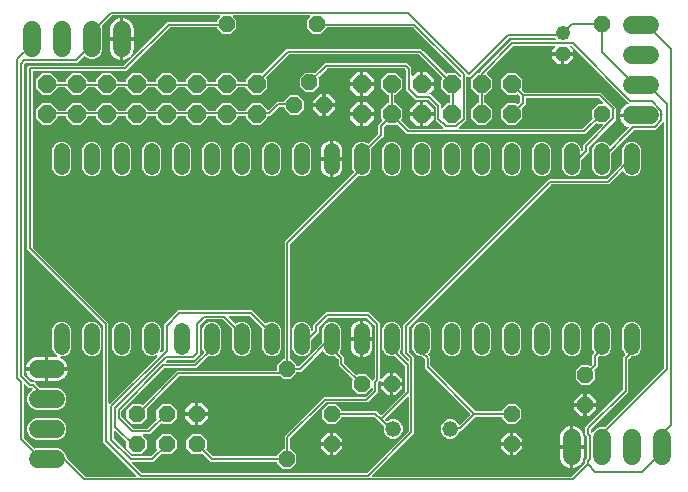
<source format=gbr>
G04 EAGLE Gerber RS-274X export*
G75*
%MOMM*%
%FSLAX34Y34*%
%LPD*%
%INBottom Copper*%
%IPPOS*%
%AMOC8*
5,1,8,0,0,1.08239X$1,22.5*%
G01*
%ADD10P,1.319650X8X292.500000*%
%ADD11C,1.219200*%
%ADD12P,1.649562X8X22.500000*%
%ADD13C,1.524000*%
%ADD14P,1.429621X8X292.500000*%
%ADD15P,1.429621X8X202.500000*%
%ADD16P,1.429621X8X22.500000*%
%ADD17P,1.649562X8X202.500000*%
%ADD18P,1.539592X8X22.500000*%
%ADD19C,1.320800*%
%ADD20P,1.429621X8X112.500000*%
%ADD21C,1.320800*%
%ADD22C,0.152400*%

G36*
X799944Y251729D02*
X799944Y251729D01*
X800034Y251737D01*
X800064Y251749D01*
X800096Y251754D01*
X800177Y251797D01*
X800261Y251833D01*
X800293Y251859D01*
X800314Y251870D01*
X800336Y251893D01*
X800392Y251938D01*
X811306Y262852D01*
X811359Y262926D01*
X811419Y262996D01*
X811431Y263026D01*
X811450Y263052D01*
X811477Y263139D01*
X811511Y263224D01*
X811515Y263265D01*
X811522Y263287D01*
X811521Y263319D01*
X811529Y263390D01*
X811529Y266123D01*
X812830Y267424D01*
X812883Y267498D01*
X812943Y267568D01*
X812955Y267598D01*
X812974Y267624D01*
X813001Y267711D01*
X813035Y267796D01*
X813039Y267837D01*
X813046Y267859D01*
X813045Y267891D01*
X813053Y267963D01*
X813053Y285249D01*
X813039Y285340D01*
X813031Y285430D01*
X813019Y285460D01*
X813014Y285492D01*
X812971Y285573D01*
X812935Y285657D01*
X812909Y285689D01*
X812898Y285710D01*
X812875Y285732D01*
X812830Y285788D01*
X811529Y287089D01*
X811529Y293555D01*
X843310Y325336D01*
X843363Y325410D01*
X843423Y325480D01*
X843435Y325510D01*
X843454Y325536D01*
X843481Y325623D01*
X843515Y325708D01*
X843519Y325749D01*
X843526Y325771D01*
X843525Y325803D01*
X843533Y325875D01*
X843533Y352991D01*
X845096Y354554D01*
X845283Y354741D01*
X845295Y354757D01*
X845310Y354769D01*
X845366Y354856D01*
X845426Y354940D01*
X845432Y354960D01*
X845443Y354976D01*
X845468Y355077D01*
X845499Y355176D01*
X845498Y355196D01*
X845503Y355215D01*
X845495Y355318D01*
X845492Y355421D01*
X845486Y355440D01*
X845484Y355460D01*
X845443Y355555D01*
X845408Y355652D01*
X845396Y355668D01*
X845388Y355686D01*
X845283Y355817D01*
X844009Y357091D01*
X842771Y360079D01*
X842771Y376521D01*
X844009Y379509D01*
X846295Y381795D01*
X849283Y383033D01*
X852517Y383033D01*
X855505Y381795D01*
X857791Y379509D01*
X859029Y376521D01*
X859029Y360079D01*
X857791Y357091D01*
X855505Y354805D01*
X852517Y353567D01*
X850893Y353567D01*
X850802Y353553D01*
X850712Y353545D01*
X850682Y353533D01*
X850650Y353528D01*
X850569Y353485D01*
X850485Y353449D01*
X850453Y353423D01*
X850432Y353412D01*
X850410Y353389D01*
X850354Y353344D01*
X848330Y351320D01*
X848277Y351246D01*
X848217Y351176D01*
X848205Y351146D01*
X848186Y351120D01*
X848159Y351033D01*
X848125Y350948D01*
X848121Y350907D01*
X848114Y350885D01*
X848115Y350853D01*
X848107Y350781D01*
X848107Y323665D01*
X816326Y291884D01*
X816273Y291810D01*
X816213Y291740D01*
X816201Y291710D01*
X816182Y291684D01*
X816155Y291597D01*
X816121Y291512D01*
X816117Y291471D01*
X816110Y291449D01*
X816111Y291417D01*
X816103Y291345D01*
X816103Y289516D01*
X816118Y289420D01*
X816128Y289323D01*
X816138Y289299D01*
X816142Y289274D01*
X816188Y289188D01*
X816228Y289099D01*
X816245Y289079D01*
X816258Y289056D01*
X816328Y288989D01*
X816394Y288917D01*
X816417Y288905D01*
X816436Y288887D01*
X816524Y288846D01*
X816610Y288799D01*
X816635Y288794D01*
X816659Y288783D01*
X816756Y288773D01*
X816852Y288755D01*
X816878Y288759D01*
X816903Y288756D01*
X816998Y288777D01*
X817095Y288791D01*
X817118Y288803D01*
X817144Y288808D01*
X817227Y288858D01*
X817314Y288903D01*
X817333Y288921D01*
X817355Y288935D01*
X817418Y289009D01*
X817486Y289078D01*
X817502Y289107D01*
X817515Y289121D01*
X817527Y289152D01*
X817567Y289225D01*
X817747Y289660D01*
X820320Y292233D01*
X823681Y293625D01*
X827319Y293625D01*
X827587Y293514D01*
X827701Y293487D01*
X827814Y293458D01*
X827821Y293459D01*
X827827Y293457D01*
X827943Y293468D01*
X828059Y293478D01*
X828065Y293480D01*
X828072Y293481D01*
X828179Y293528D01*
X828286Y293574D01*
X828292Y293579D01*
X828296Y293581D01*
X828310Y293593D01*
X828417Y293679D01*
X878362Y343624D01*
X878415Y343698D01*
X878475Y343768D01*
X878487Y343798D01*
X878506Y343824D01*
X878533Y343911D01*
X878567Y343996D01*
X878571Y344037D01*
X878578Y344059D01*
X878577Y344091D01*
X878585Y344163D01*
X878585Y550894D01*
X878583Y550911D01*
X878584Y550925D01*
X878573Y550975D01*
X878572Y551037D01*
X878554Y551086D01*
X878546Y551137D01*
X878533Y551160D01*
X878532Y551166D01*
X878517Y551190D01*
X878512Y551200D01*
X878487Y551268D01*
X878455Y551308D01*
X878430Y551354D01*
X878378Y551404D01*
X878334Y551460D01*
X878290Y551488D01*
X878252Y551524D01*
X878187Y551554D01*
X878127Y551593D01*
X878076Y551605D01*
X878029Y551627D01*
X877958Y551635D01*
X877888Y551653D01*
X877836Y551649D01*
X877785Y551655D01*
X877714Y551639D01*
X877643Y551634D01*
X877595Y551613D01*
X877544Y551602D01*
X877483Y551565D01*
X877417Y551537D01*
X877370Y551500D01*
X877356Y551492D01*
X877349Y551486D01*
X877333Y551476D01*
X877318Y551458D01*
X877286Y551433D01*
X876770Y550917D01*
X871190Y545337D01*
X853687Y545337D01*
X853596Y545323D01*
X853506Y545315D01*
X853476Y545303D01*
X853444Y545298D01*
X853363Y545255D01*
X853279Y545219D01*
X853247Y545193D01*
X853226Y545182D01*
X853204Y545159D01*
X853148Y545114D01*
X833852Y525818D01*
X833799Y525744D01*
X833739Y525674D01*
X833727Y525644D01*
X833708Y525618D01*
X833681Y525531D01*
X833647Y525446D01*
X833643Y525405D01*
X833636Y525383D01*
X833637Y525351D01*
X833629Y525280D01*
X833629Y512479D01*
X832391Y509491D01*
X830105Y507205D01*
X827117Y505967D01*
X823883Y505967D01*
X820895Y507205D01*
X818609Y509491D01*
X817371Y512479D01*
X817371Y528921D01*
X818609Y531909D01*
X820895Y534195D01*
X823883Y535433D01*
X827117Y535433D01*
X830105Y534195D01*
X832395Y531905D01*
X832411Y531893D01*
X832423Y531878D01*
X832510Y531822D01*
X832594Y531762D01*
X832613Y531756D01*
X832630Y531745D01*
X832731Y531720D01*
X832829Y531689D01*
X832849Y531690D01*
X832869Y531685D01*
X832972Y531693D01*
X833075Y531696D01*
X833094Y531702D01*
X833114Y531704D01*
X833209Y531744D01*
X833306Y531780D01*
X833322Y531793D01*
X833340Y531800D01*
X833471Y531905D01*
X848144Y546578D01*
X848188Y546639D01*
X848240Y546695D01*
X848260Y546739D01*
X848288Y546778D01*
X848310Y546850D01*
X848341Y546919D01*
X848346Y546967D01*
X848360Y547013D01*
X848358Y547088D01*
X848366Y547164D01*
X848355Y547211D01*
X848354Y547259D01*
X848328Y547330D01*
X848311Y547403D01*
X848286Y547444D01*
X848269Y547490D01*
X848222Y547549D01*
X848182Y547613D01*
X848146Y547644D01*
X848115Y547682D01*
X848052Y547723D01*
X847994Y547771D01*
X847935Y547798D01*
X847909Y547815D01*
X847884Y547821D01*
X847841Y547840D01*
X847000Y548114D01*
X845575Y548840D01*
X844281Y549780D01*
X843150Y550911D01*
X842210Y552205D01*
X841484Y553630D01*
X840989Y555151D01*
X840854Y556007D01*
X857758Y556007D01*
X857778Y556010D01*
X857797Y556008D01*
X857899Y556030D01*
X858001Y556047D01*
X858018Y556056D01*
X858038Y556060D01*
X858127Y556113D01*
X858218Y556162D01*
X858232Y556176D01*
X858249Y556186D01*
X858316Y556265D01*
X858387Y556340D01*
X858396Y556358D01*
X858409Y556373D01*
X858447Y556469D01*
X858491Y556563D01*
X858493Y556583D01*
X858501Y556601D01*
X858519Y556768D01*
X858519Y558292D01*
X858516Y558312D01*
X858518Y558331D01*
X858496Y558433D01*
X858479Y558535D01*
X858470Y558552D01*
X858466Y558572D01*
X858413Y558661D01*
X858364Y558752D01*
X858350Y558766D01*
X858340Y558783D01*
X858261Y558850D01*
X858186Y558921D01*
X858168Y558930D01*
X858153Y558943D01*
X858057Y558982D01*
X857963Y559025D01*
X857943Y559027D01*
X857925Y559035D01*
X857758Y559053D01*
X840854Y559053D01*
X840989Y559909D01*
X841484Y561430D01*
X842210Y562855D01*
X843150Y564149D01*
X844281Y565280D01*
X845575Y566220D01*
X847000Y566946D01*
X847841Y567220D01*
X847908Y567254D01*
X847979Y567280D01*
X848017Y567310D01*
X848060Y567333D01*
X848112Y567387D01*
X848171Y567434D01*
X848197Y567475D01*
X848231Y567509D01*
X848263Y567577D01*
X848304Y567641D01*
X848316Y567688D01*
X848337Y567731D01*
X848346Y567806D01*
X848364Y567879D01*
X848361Y567927D01*
X848366Y567975D01*
X848351Y568049D01*
X848345Y568125D01*
X848326Y568169D01*
X848317Y568216D01*
X848279Y568281D01*
X848249Y568351D01*
X848208Y568402D01*
X848193Y568429D01*
X848173Y568445D01*
X848144Y568482D01*
X847374Y569252D01*
X800392Y616234D01*
X800318Y616287D01*
X800248Y616347D01*
X800218Y616359D01*
X800192Y616378D01*
X800105Y616405D01*
X800020Y616439D01*
X799979Y616443D01*
X799957Y616450D01*
X799925Y616449D01*
X799853Y616457D01*
X799675Y616457D01*
X799604Y616446D01*
X799532Y616444D01*
X799483Y616426D01*
X799432Y616418D01*
X799369Y616384D01*
X799301Y616359D01*
X799261Y616327D01*
X799215Y616302D01*
X799165Y616250D01*
X799109Y616206D01*
X799081Y616162D01*
X799045Y616124D01*
X799015Y616059D01*
X798976Y615999D01*
X798964Y615948D01*
X798942Y615901D01*
X798934Y615830D01*
X798916Y615760D01*
X798920Y615708D01*
X798914Y615657D01*
X798930Y615586D01*
X798935Y615515D01*
X798956Y615467D01*
X798967Y615416D01*
X799004Y615355D01*
X799032Y615289D01*
X799076Y615233D01*
X799093Y615205D01*
X799111Y615190D01*
X799136Y615158D01*
X801117Y613177D01*
X801117Y611123D01*
X793242Y611123D01*
X793222Y611120D01*
X793203Y611122D01*
X793101Y611100D01*
X792999Y611083D01*
X792982Y611074D01*
X792962Y611070D01*
X792873Y611017D01*
X792782Y610968D01*
X792768Y610954D01*
X792751Y610944D01*
X792684Y610865D01*
X792613Y610790D01*
X792604Y610772D01*
X792591Y610757D01*
X792553Y610661D01*
X792509Y610567D01*
X792507Y610547D01*
X792499Y610529D01*
X792481Y610362D01*
X792481Y609599D01*
X792479Y609599D01*
X792479Y610362D01*
X792476Y610382D01*
X792478Y610401D01*
X792456Y610503D01*
X792439Y610605D01*
X792430Y610622D01*
X792426Y610642D01*
X792373Y610731D01*
X792324Y610822D01*
X792310Y610836D01*
X792300Y610853D01*
X792221Y610920D01*
X792146Y610991D01*
X792128Y611000D01*
X792113Y611013D01*
X792017Y611052D01*
X791923Y611095D01*
X791903Y611097D01*
X791885Y611105D01*
X791718Y611123D01*
X783843Y611123D01*
X783843Y613177D01*
X785824Y615158D01*
X785865Y615216D01*
X785915Y615268D01*
X785937Y615315D01*
X785967Y615357D01*
X785988Y615426D01*
X786018Y615491D01*
X786024Y615543D01*
X786039Y615593D01*
X786038Y615664D01*
X786046Y615735D01*
X786034Y615786D01*
X786033Y615838D01*
X786008Y615906D01*
X785993Y615976D01*
X785967Y616021D01*
X785949Y616069D01*
X785904Y616125D01*
X785867Y616187D01*
X785828Y616221D01*
X785795Y616261D01*
X785735Y616300D01*
X785680Y616347D01*
X785632Y616366D01*
X785588Y616394D01*
X785519Y616412D01*
X785452Y616439D01*
X785381Y616447D01*
X785350Y616455D01*
X785326Y616453D01*
X785285Y616457D01*
X751071Y616457D01*
X750980Y616443D01*
X750890Y616435D01*
X750860Y616423D01*
X750828Y616418D01*
X750747Y616375D01*
X750663Y616339D01*
X750631Y616313D01*
X750610Y616302D01*
X750588Y616279D01*
X750532Y616234D01*
X728204Y593906D01*
X728192Y593889D01*
X728176Y593877D01*
X728120Y593790D01*
X728060Y593706D01*
X728054Y593687D01*
X728043Y593670D01*
X728018Y593570D01*
X727988Y593471D01*
X727988Y593451D01*
X727983Y593432D01*
X727991Y593329D01*
X727994Y593225D01*
X728001Y593206D01*
X728002Y593186D01*
X728043Y593091D01*
X728078Y592994D01*
X728091Y592978D01*
X728099Y592960D01*
X728204Y592829D01*
X733045Y587988D01*
X733045Y580412D01*
X727688Y575055D01*
X726948Y575055D01*
X726928Y575052D01*
X726909Y575054D01*
X726807Y575032D01*
X726705Y575016D01*
X726688Y575006D01*
X726668Y575002D01*
X726579Y574949D01*
X726488Y574900D01*
X726474Y574886D01*
X726457Y574876D01*
X726390Y574797D01*
X726318Y574722D01*
X726310Y574704D01*
X726297Y574689D01*
X726258Y574593D01*
X726215Y574499D01*
X726213Y574479D01*
X726205Y574461D01*
X726187Y574294D01*
X726187Y568706D01*
X726190Y568686D01*
X726188Y568667D01*
X726210Y568565D01*
X726226Y568463D01*
X726236Y568446D01*
X726240Y568426D01*
X726293Y568337D01*
X726342Y568246D01*
X726356Y568232D01*
X726366Y568215D01*
X726445Y568148D01*
X726520Y568076D01*
X726538Y568068D01*
X726553Y568055D01*
X726649Y568016D01*
X726743Y567973D01*
X726763Y567971D01*
X726781Y567963D01*
X726948Y567945D01*
X727688Y567945D01*
X733045Y562588D01*
X733045Y555012D01*
X727688Y549655D01*
X720112Y549655D01*
X714755Y555012D01*
X714755Y562588D01*
X720112Y567945D01*
X720852Y567945D01*
X720872Y567948D01*
X720891Y567946D01*
X720993Y567968D01*
X721095Y567984D01*
X721112Y567994D01*
X721132Y567998D01*
X721221Y568051D01*
X721312Y568100D01*
X721326Y568114D01*
X721343Y568124D01*
X721410Y568203D01*
X721482Y568278D01*
X721490Y568296D01*
X721503Y568311D01*
X721542Y568407D01*
X721585Y568501D01*
X721587Y568521D01*
X721595Y568539D01*
X721613Y568706D01*
X721613Y574294D01*
X721610Y574314D01*
X721612Y574333D01*
X721590Y574435D01*
X721574Y574537D01*
X721564Y574554D01*
X721560Y574574D01*
X721507Y574663D01*
X721458Y574754D01*
X721444Y574768D01*
X721434Y574785D01*
X721355Y574852D01*
X721280Y574924D01*
X721262Y574932D01*
X721247Y574945D01*
X721151Y574984D01*
X721057Y575027D01*
X721037Y575029D01*
X721019Y575037D01*
X720852Y575055D01*
X720112Y575055D01*
X714755Y580412D01*
X714755Y587988D01*
X720112Y593345D01*
X720860Y593345D01*
X720950Y593359D01*
X721041Y593367D01*
X721070Y593379D01*
X721102Y593384D01*
X721183Y593427D01*
X721267Y593463D01*
X721299Y593489D01*
X721320Y593500D01*
X721342Y593523D01*
X721398Y593568D01*
X723176Y595346D01*
X748861Y621031D01*
X786214Y621031D01*
X786285Y621042D01*
X786357Y621044D01*
X786406Y621062D01*
X786457Y621070D01*
X786520Y621104D01*
X786588Y621129D01*
X786628Y621161D01*
X786674Y621186D01*
X786724Y621237D01*
X786780Y621282D01*
X786808Y621326D01*
X786844Y621364D01*
X786874Y621429D01*
X786913Y621489D01*
X786925Y621540D01*
X786947Y621587D01*
X786955Y621658D01*
X786973Y621728D01*
X786969Y621780D01*
X786974Y621831D01*
X786959Y621902D01*
X786954Y621973D01*
X786933Y622021D01*
X786922Y622072D01*
X786885Y622133D01*
X786857Y622199D01*
X786812Y622255D01*
X786796Y622283D01*
X786778Y622298D01*
X786752Y622330D01*
X785990Y623092D01*
X785916Y623145D01*
X785847Y623205D01*
X785817Y623217D01*
X785791Y623236D01*
X785704Y623263D01*
X785619Y623297D01*
X785578Y623301D01*
X785556Y623308D01*
X785523Y623307D01*
X785452Y623315D01*
X747261Y623315D01*
X747170Y623301D01*
X747080Y623293D01*
X747050Y623281D01*
X747018Y623276D01*
X746937Y623233D01*
X746853Y623197D01*
X746821Y623171D01*
X746800Y623160D01*
X746778Y623137D01*
X746722Y623092D01*
X713925Y590295D01*
X711814Y590295D01*
X711813Y590296D01*
X711803Y590295D01*
X711727Y590295D01*
X711669Y590302D01*
X711618Y590291D01*
X711567Y590290D01*
X711499Y590265D01*
X711428Y590250D01*
X711384Y590223D01*
X711336Y590206D01*
X711279Y590160D01*
X711217Y590123D01*
X711184Y590084D01*
X711144Y590052D01*
X711104Y589991D01*
X711057Y589936D01*
X711038Y589889D01*
X711010Y589846D01*
X710992Y589776D01*
X710965Y589708D01*
X710957Y589638D01*
X710950Y589607D01*
X710951Y589584D01*
X710947Y589542D01*
X710947Y553789D01*
X709384Y552226D01*
X704812Y547654D01*
X704770Y547596D01*
X704721Y547544D01*
X704699Y547497D01*
X704669Y547455D01*
X704648Y547386D01*
X704617Y547321D01*
X704612Y547269D01*
X704596Y547219D01*
X704598Y547148D01*
X704590Y547077D01*
X704601Y547026D01*
X704603Y546974D01*
X704627Y546906D01*
X704642Y546836D01*
X704669Y546791D01*
X704687Y546743D01*
X704732Y546687D01*
X704769Y546625D01*
X704808Y546591D01*
X704841Y546551D01*
X704901Y546512D01*
X704956Y546465D01*
X705004Y546446D01*
X705048Y546418D01*
X705117Y546400D01*
X705184Y546373D01*
X705255Y546365D01*
X705286Y546357D01*
X705310Y546359D01*
X705350Y546355D01*
X809505Y546355D01*
X809596Y546369D01*
X809686Y546377D01*
X809716Y546389D01*
X809748Y546394D01*
X809829Y546437D01*
X809913Y546473D01*
X809945Y546499D01*
X809966Y546510D01*
X809988Y546533D01*
X810044Y546578D01*
X817597Y554131D01*
X817609Y554147D01*
X817624Y554159D01*
X817680Y554247D01*
X817740Y554331D01*
X817746Y554350D01*
X817757Y554366D01*
X817782Y554467D01*
X817813Y554566D01*
X817812Y554586D01*
X817817Y554605D01*
X817809Y554708D01*
X817806Y554811D01*
X817800Y554830D01*
X817798Y554850D01*
X817758Y554945D01*
X817722Y555043D01*
X817709Y555058D01*
X817702Y555076D01*
X817620Y555179D01*
X817617Y555183D01*
X817614Y555186D01*
X817597Y555207D01*
X817371Y555433D01*
X817371Y562167D01*
X822133Y566929D01*
X826270Y566929D01*
X826340Y566940D01*
X826412Y566942D01*
X826461Y566960D01*
X826512Y566968D01*
X826576Y567002D01*
X826643Y567027D01*
X826684Y567059D01*
X826730Y567084D01*
X826779Y567136D01*
X826835Y567180D01*
X826863Y567224D01*
X826899Y567262D01*
X826929Y567327D01*
X826968Y567387D01*
X826981Y567438D01*
X827003Y567485D01*
X827011Y567556D01*
X827028Y567626D01*
X827024Y567678D01*
X827030Y567729D01*
X827015Y567800D01*
X827009Y567871D01*
X826989Y567919D01*
X826978Y567970D01*
X826941Y568031D01*
X826913Y568097D01*
X826868Y568153D01*
X826851Y568181D01*
X826834Y568196D01*
X826808Y568228D01*
X822998Y572038D01*
X822924Y572091D01*
X822854Y572151D01*
X822824Y572163D01*
X822798Y572182D01*
X822711Y572209D01*
X822626Y572243D01*
X822585Y572247D01*
X822563Y572254D01*
X822531Y572253D01*
X822459Y572261D01*
X762000Y572261D01*
X761980Y572258D01*
X761961Y572260D01*
X761859Y572238D01*
X761757Y572222D01*
X761740Y572212D01*
X761720Y572208D01*
X761631Y572155D01*
X761540Y572106D01*
X761526Y572092D01*
X761509Y572082D01*
X761442Y572003D01*
X761370Y571928D01*
X761362Y571910D01*
X761349Y571895D01*
X761310Y571799D01*
X761267Y571705D01*
X761265Y571685D01*
X761257Y571667D01*
X761239Y571500D01*
X761239Y567505D01*
X759676Y565942D01*
X757922Y564188D01*
X757910Y564171D01*
X757894Y564159D01*
X757838Y564072D01*
X757778Y563988D01*
X757772Y563969D01*
X757761Y563952D01*
X757736Y563852D01*
X757706Y563753D01*
X757706Y563733D01*
X757701Y563714D01*
X757709Y563611D01*
X757712Y563507D01*
X757719Y563488D01*
X757720Y563468D01*
X757761Y563373D01*
X757796Y563276D01*
X757809Y563260D01*
X757817Y563242D01*
X757922Y563111D01*
X758445Y562588D01*
X758445Y555012D01*
X753088Y549655D01*
X745512Y549655D01*
X740155Y555012D01*
X740155Y562588D01*
X745512Y567945D01*
X753088Y567945D01*
X753611Y567422D01*
X753627Y567410D01*
X753640Y567394D01*
X753727Y567338D01*
X753811Y567278D01*
X753830Y567272D01*
X753847Y567261D01*
X753947Y567236D01*
X754046Y567206D01*
X754066Y567206D01*
X754085Y567201D01*
X754188Y567209D01*
X754292Y567212D01*
X754311Y567219D01*
X754330Y567220D01*
X754425Y567261D01*
X754523Y567296D01*
X754538Y567309D01*
X754557Y567317D01*
X754688Y567422D01*
X756442Y569176D01*
X756495Y569250D01*
X756555Y569320D01*
X756567Y569350D01*
X756586Y569376D01*
X756613Y569463D01*
X756647Y569548D01*
X756651Y569589D01*
X756658Y569611D01*
X756657Y569643D01*
X756665Y569715D01*
X756665Y573286D01*
X756651Y573376D01*
X756643Y573467D01*
X756631Y573496D01*
X756626Y573528D01*
X756583Y573609D01*
X756547Y573693D01*
X756521Y573725D01*
X756510Y573746D01*
X756487Y573768D01*
X756442Y573824D01*
X754688Y575578D01*
X754671Y575590D01*
X754659Y575606D01*
X754572Y575662D01*
X754488Y575722D01*
X754469Y575728D01*
X754452Y575739D01*
X754352Y575764D01*
X754253Y575794D01*
X754233Y575794D01*
X754214Y575799D01*
X754111Y575791D01*
X754007Y575788D01*
X753988Y575781D01*
X753968Y575780D01*
X753873Y575739D01*
X753776Y575704D01*
X753760Y575691D01*
X753742Y575683D01*
X753611Y575578D01*
X753088Y575055D01*
X745512Y575055D01*
X740155Y580412D01*
X740155Y587988D01*
X745512Y593345D01*
X753088Y593345D01*
X758445Y587988D01*
X758445Y580412D01*
X757922Y579889D01*
X757910Y579873D01*
X757894Y579860D01*
X757838Y579773D01*
X757778Y579689D01*
X757772Y579670D01*
X757761Y579653D01*
X757736Y579553D01*
X757706Y579454D01*
X757706Y579434D01*
X757701Y579415D01*
X757709Y579312D01*
X757712Y579208D01*
X757719Y579189D01*
X757720Y579170D01*
X757761Y579075D01*
X757796Y578977D01*
X757809Y578962D01*
X757817Y578943D01*
X757922Y578812D01*
X759676Y577058D01*
X759750Y577005D01*
X759820Y576945D01*
X759850Y576933D01*
X759876Y576914D01*
X759963Y576887D01*
X760048Y576853D01*
X760089Y576849D01*
X760111Y576842D01*
X760143Y576843D01*
X760214Y576835D01*
X824669Y576835D01*
X837947Y563557D01*
X837947Y561663D01*
X837916Y561632D01*
X837863Y561558D01*
X837803Y561488D01*
X837791Y561458D01*
X837772Y561432D01*
X837745Y561345D01*
X837711Y561260D01*
X837707Y561219D01*
X837700Y561197D01*
X837701Y561165D01*
X837693Y561093D01*
X837693Y554043D01*
X814802Y531152D01*
X814749Y531078D01*
X814689Y531008D01*
X814677Y530978D01*
X814658Y530952D01*
X814631Y530865D01*
X814597Y530780D01*
X814593Y530739D01*
X814586Y530717D01*
X814587Y530685D01*
X814579Y530613D01*
X814579Y526357D01*
X808452Y520230D01*
X808399Y520156D01*
X808339Y520086D01*
X808327Y520056D01*
X808308Y520030D01*
X808281Y519943D01*
X808247Y519858D01*
X808243Y519817D01*
X808236Y519795D01*
X808237Y519763D01*
X808229Y519691D01*
X808229Y512479D01*
X806991Y509491D01*
X804705Y507205D01*
X801717Y505967D01*
X798483Y505967D01*
X795495Y507205D01*
X793209Y509491D01*
X791971Y512479D01*
X791971Y528921D01*
X793209Y531909D01*
X795495Y534195D01*
X798483Y535433D01*
X801717Y535433D01*
X804705Y534195D01*
X806991Y531909D01*
X808229Y528921D01*
X808229Y528312D01*
X808240Y528242D01*
X808242Y528170D01*
X808260Y528121D01*
X808268Y528070D01*
X808302Y528006D01*
X808327Y527939D01*
X808359Y527898D01*
X808384Y527852D01*
X808435Y527803D01*
X808480Y527747D01*
X808524Y527719D01*
X808562Y527683D01*
X808627Y527653D01*
X808687Y527614D01*
X808738Y527601D01*
X808785Y527579D01*
X808856Y527571D01*
X808926Y527554D01*
X808978Y527558D01*
X809029Y527552D01*
X809100Y527567D01*
X809171Y527573D01*
X809219Y527593D01*
X809270Y527604D01*
X809331Y527641D01*
X809397Y527669D01*
X809453Y527714D01*
X809481Y527731D01*
X809496Y527748D01*
X809528Y527774D01*
X809782Y528028D01*
X809835Y528102D01*
X809895Y528172D01*
X809907Y528202D01*
X809926Y528228D01*
X809953Y528315D01*
X809987Y528400D01*
X809991Y528441D01*
X809998Y528463D01*
X809997Y528495D01*
X810005Y528567D01*
X810005Y532823D01*
X826554Y549372D01*
X826596Y549430D01*
X826645Y549482D01*
X826667Y549529D01*
X826697Y549571D01*
X826718Y549640D01*
X826749Y549705D01*
X826754Y549757D01*
X826770Y549807D01*
X826768Y549878D01*
X826776Y549949D01*
X826765Y550000D01*
X826763Y550052D01*
X826739Y550120D01*
X826724Y550190D01*
X826697Y550235D01*
X826679Y550283D01*
X826634Y550339D01*
X826597Y550401D01*
X826558Y550435D01*
X826525Y550475D01*
X826465Y550514D01*
X826410Y550561D01*
X826362Y550580D01*
X826318Y550608D01*
X826249Y550626D01*
X826182Y550653D01*
X826111Y550661D01*
X826080Y550669D01*
X826056Y550667D01*
X826016Y550671D01*
X822133Y550671D01*
X821907Y550897D01*
X821891Y550909D01*
X821879Y550924D01*
X821792Y550980D01*
X821708Y551040D01*
X821689Y551046D01*
X821672Y551057D01*
X821571Y551082D01*
X821473Y551113D01*
X821453Y551112D01*
X821433Y551117D01*
X821330Y551109D01*
X821227Y551106D01*
X821208Y551100D01*
X821188Y551098D01*
X821093Y551058D01*
X820996Y551022D01*
X820980Y551009D01*
X820962Y551002D01*
X820831Y550897D01*
X813278Y543344D01*
X811715Y541781D01*
X660469Y541781D01*
X652580Y549670D01*
X652563Y549682D01*
X652551Y549698D01*
X652464Y549754D01*
X652380Y549814D01*
X652361Y549820D01*
X652344Y549831D01*
X652244Y549856D01*
X652145Y549886D01*
X652125Y549886D01*
X652106Y549891D01*
X652003Y549883D01*
X651899Y549880D01*
X651880Y549873D01*
X651860Y549872D01*
X651765Y549831D01*
X651668Y549796D01*
X651652Y549783D01*
X651634Y549775D01*
X651503Y549670D01*
X651488Y549655D01*
X643912Y549655D01*
X643897Y549670D01*
X643881Y549682D01*
X643868Y549698D01*
X643781Y549754D01*
X643697Y549814D01*
X643678Y549820D01*
X643661Y549831D01*
X643561Y549856D01*
X643462Y549886D01*
X643442Y549886D01*
X643423Y549891D01*
X643320Y549883D01*
X643216Y549880D01*
X643198Y549873D01*
X643178Y549872D01*
X643083Y549831D01*
X642985Y549796D01*
X642970Y549783D01*
X642951Y549775D01*
X642820Y549670D01*
X641066Y547916D01*
X641013Y547842D01*
X640953Y547772D01*
X640941Y547742D01*
X640922Y547716D01*
X640895Y547629D01*
X640861Y547544D01*
X640857Y547503D01*
X640850Y547481D01*
X640851Y547449D01*
X640843Y547377D01*
X640843Y540073D01*
X639280Y538510D01*
X630572Y529802D01*
X630505Y529708D01*
X630434Y529614D01*
X630432Y529608D01*
X630429Y529603D01*
X630395Y529491D01*
X630358Y529380D01*
X630358Y529374D01*
X630356Y529368D01*
X630359Y529251D01*
X630361Y529134D01*
X630363Y529127D01*
X630363Y529122D01*
X630369Y529104D01*
X630407Y528973D01*
X630429Y528921D01*
X630429Y512479D01*
X629191Y509491D01*
X626905Y507205D01*
X623917Y505967D01*
X620683Y505967D01*
X619913Y506286D01*
X619799Y506313D01*
X619686Y506342D01*
X619679Y506341D01*
X619673Y506342D01*
X619557Y506331D01*
X619441Y506322D01*
X619435Y506320D01*
X619428Y506319D01*
X619321Y506272D01*
X619214Y506226D01*
X619208Y506221D01*
X619204Y506219D01*
X619190Y506207D01*
X619083Y506121D01*
X561818Y448856D01*
X561765Y448782D01*
X561705Y448712D01*
X561693Y448682D01*
X561674Y448656D01*
X561647Y448569D01*
X561613Y448484D01*
X561609Y448443D01*
X561602Y448421D01*
X561603Y448389D01*
X561595Y448317D01*
X561595Y351790D01*
X561598Y351770D01*
X561596Y351751D01*
X561618Y351649D01*
X561634Y351547D01*
X561644Y351530D01*
X561648Y351510D01*
X561701Y351421D01*
X561750Y351330D01*
X561764Y351316D01*
X561774Y351299D01*
X561853Y351232D01*
X561928Y351160D01*
X561946Y351152D01*
X561961Y351139D01*
X562057Y351100D01*
X562128Y351067D01*
X566929Y346267D01*
X566929Y345948D01*
X566932Y345928D01*
X566930Y345909D01*
X566952Y345807D01*
X566968Y345705D01*
X566978Y345688D01*
X566982Y345668D01*
X567035Y345579D01*
X567084Y345488D01*
X567098Y345474D01*
X567108Y345457D01*
X567187Y345390D01*
X567262Y345318D01*
X567280Y345310D01*
X567295Y345297D01*
X567391Y345258D01*
X567485Y345215D01*
X567505Y345213D01*
X567523Y345205D01*
X567690Y345187D01*
X568713Y345187D01*
X568804Y345201D01*
X568894Y345209D01*
X568924Y345221D01*
X568956Y345226D01*
X569037Y345269D01*
X569121Y345305D01*
X569153Y345331D01*
X569174Y345342D01*
X569196Y345365D01*
X569252Y345410D01*
X588548Y364706D01*
X588601Y364780D01*
X588661Y364850D01*
X588673Y364880D01*
X588692Y364906D01*
X588719Y364993D01*
X588753Y365078D01*
X588757Y365119D01*
X588764Y365141D01*
X588763Y365173D01*
X588771Y365245D01*
X588771Y376521D01*
X590009Y379509D01*
X592295Y381795D01*
X595283Y383033D01*
X598517Y383033D01*
X601505Y381795D01*
X603791Y379509D01*
X605029Y376521D01*
X605029Y360079D01*
X603817Y357154D01*
X603790Y357040D01*
X603762Y356926D01*
X603762Y356920D01*
X603761Y356914D01*
X603772Y356797D01*
X603781Y356681D01*
X603783Y356676D01*
X603784Y356669D01*
X603832Y356562D01*
X603877Y356455D01*
X603882Y356449D01*
X603884Y356444D01*
X603896Y356431D01*
X603982Y356324D01*
X607315Y352991D01*
X607315Y348735D01*
X607329Y348644D01*
X607337Y348554D01*
X607349Y348524D01*
X607354Y348492D01*
X607397Y348411D01*
X607433Y348327D01*
X607459Y348295D01*
X607470Y348274D01*
X607493Y348252D01*
X607538Y348196D01*
X617631Y338103D01*
X617647Y338091D01*
X617659Y338076D01*
X617747Y338020D01*
X617831Y337960D01*
X617850Y337954D01*
X617866Y337943D01*
X617967Y337918D01*
X618066Y337887D01*
X618086Y337888D01*
X618105Y337883D01*
X618208Y337891D01*
X618311Y337894D01*
X618330Y337900D01*
X618350Y337902D01*
X618445Y337942D01*
X618543Y337978D01*
X618558Y337991D01*
X618576Y337998D01*
X618707Y338103D01*
X618933Y338329D01*
X625667Y338329D01*
X630464Y333532D01*
X630468Y333506D01*
X630502Y333442D01*
X630527Y333375D01*
X630559Y333334D01*
X630584Y333288D01*
X630636Y333239D01*
X630680Y333183D01*
X630724Y333155D01*
X630762Y333119D01*
X630827Y333089D01*
X630887Y333050D01*
X630938Y333037D01*
X630985Y333015D01*
X631056Y333007D01*
X631126Y332990D01*
X631178Y332994D01*
X631229Y332988D01*
X631300Y333003D01*
X631371Y333009D01*
X631419Y333029D01*
X631470Y333040D01*
X631531Y333077D01*
X631597Y333105D01*
X631653Y333150D01*
X631681Y333167D01*
X631696Y333184D01*
X631728Y333210D01*
X632998Y334480D01*
X633051Y334554D01*
X633111Y334624D01*
X633123Y334654D01*
X633142Y334680D01*
X633169Y334767D01*
X633203Y334852D01*
X633207Y334893D01*
X633214Y334915D01*
X633213Y334947D01*
X633221Y335019D01*
X633221Y379737D01*
X633207Y379828D01*
X633199Y379918D01*
X633187Y379948D01*
X633182Y379980D01*
X633139Y380061D01*
X633103Y380145D01*
X633077Y380177D01*
X633066Y380198D01*
X633043Y380220D01*
X632998Y380276D01*
X627164Y386110D01*
X627090Y386163D01*
X627020Y386223D01*
X626990Y386235D01*
X626964Y386254D01*
X626877Y386281D01*
X626792Y386315D01*
X626751Y386319D01*
X626729Y386326D01*
X626697Y386325D01*
X626625Y386333D01*
X594099Y386333D01*
X594008Y386319D01*
X593918Y386311D01*
X593888Y386299D01*
X593856Y386294D01*
X593775Y386251D01*
X593691Y386215D01*
X593659Y386189D01*
X593638Y386178D01*
X593616Y386155D01*
X593560Y386110D01*
X586202Y378752D01*
X586149Y378678D01*
X586089Y378608D01*
X586077Y378578D01*
X586058Y378552D01*
X586031Y378465D01*
X585997Y378380D01*
X585993Y378339D01*
X585986Y378317D01*
X585987Y378285D01*
X585979Y378213D01*
X585979Y373957D01*
X579852Y367830D01*
X579799Y367756D01*
X579739Y367686D01*
X579727Y367656D01*
X579708Y367630D01*
X579681Y367543D01*
X579647Y367458D01*
X579643Y367417D01*
X579636Y367395D01*
X579637Y367363D01*
X579629Y367291D01*
X579629Y360079D01*
X578391Y357091D01*
X576105Y354805D01*
X573117Y353567D01*
X569883Y353567D01*
X566895Y354805D01*
X564609Y357091D01*
X563371Y360079D01*
X563371Y376521D01*
X564609Y379509D01*
X566895Y381795D01*
X569883Y383033D01*
X573117Y383033D01*
X576105Y381795D01*
X578391Y379509D01*
X579629Y376521D01*
X579629Y375912D01*
X579640Y375842D01*
X579642Y375770D01*
X579660Y375721D01*
X579668Y375670D01*
X579702Y375606D01*
X579727Y375539D01*
X579759Y375498D01*
X579784Y375452D01*
X579835Y375403D01*
X579880Y375347D01*
X579924Y375319D01*
X579962Y375283D01*
X580027Y375253D01*
X580087Y375214D01*
X580138Y375201D01*
X580185Y375179D01*
X580256Y375171D01*
X580326Y375154D01*
X580378Y375158D01*
X580429Y375152D01*
X580500Y375167D01*
X580571Y375173D01*
X580619Y375193D01*
X580670Y375204D01*
X580731Y375241D01*
X580797Y375269D01*
X580853Y375314D01*
X580881Y375331D01*
X580896Y375348D01*
X580928Y375374D01*
X581182Y375628D01*
X581235Y375702D01*
X581295Y375772D01*
X581307Y375802D01*
X581326Y375828D01*
X581353Y375915D01*
X581387Y376000D01*
X581391Y376041D01*
X581398Y376063D01*
X581397Y376095D01*
X581405Y376167D01*
X581405Y380423D01*
X591889Y390907D01*
X628835Y390907D01*
X637795Y381947D01*
X637795Y335065D01*
X637806Y334994D01*
X637808Y334923D01*
X637826Y334874D01*
X637834Y334822D01*
X637868Y334759D01*
X637893Y334692D01*
X637925Y334651D01*
X637950Y334605D01*
X638002Y334556D01*
X638046Y334500D01*
X638090Y334471D01*
X638128Y334436D01*
X638193Y334405D01*
X638253Y334367D01*
X638304Y334354D01*
X638351Y334332D01*
X638422Y334324D01*
X638492Y334307D01*
X638544Y334311D01*
X638595Y334305D01*
X638666Y334320D01*
X638737Y334326D01*
X638785Y334346D01*
X638836Y334357D01*
X638897Y334394D01*
X638963Y334422D01*
X639019Y334467D01*
X639047Y334483D01*
X639062Y334501D01*
X639094Y334527D01*
X643912Y339345D01*
X646177Y339345D01*
X646177Y331723D01*
X638555Y331723D01*
X638555Y331731D01*
X638544Y331802D01*
X638542Y331874D01*
X638524Y331923D01*
X638516Y331974D01*
X638482Y332038D01*
X638457Y332105D01*
X638425Y332146D01*
X638400Y332192D01*
X638349Y332241D01*
X638304Y332297D01*
X638260Y332325D01*
X638222Y332361D01*
X638157Y332391D01*
X638097Y332430D01*
X638046Y332443D01*
X637999Y332465D01*
X637928Y332473D01*
X637858Y332490D01*
X637806Y332486D01*
X637755Y332492D01*
X637684Y332476D01*
X637613Y332471D01*
X637565Y332451D01*
X637514Y332439D01*
X637453Y332403D01*
X637387Y332375D01*
X637331Y332330D01*
X637303Y332313D01*
X637288Y332295D01*
X637256Y332270D01*
X636494Y331508D01*
X636441Y331434D01*
X636381Y331364D01*
X636369Y331334D01*
X636350Y331308D01*
X636323Y331221D01*
X636289Y331136D01*
X636285Y331095D01*
X636278Y331073D01*
X636279Y331041D01*
X636271Y330969D01*
X636271Y323665D01*
X627311Y314705D01*
X592575Y314705D01*
X592484Y314691D01*
X592394Y314683D01*
X592364Y314671D01*
X592332Y314666D01*
X592251Y314623D01*
X592167Y314587D01*
X592135Y314561D01*
X592114Y314550D01*
X592092Y314527D01*
X592036Y314482D01*
X561818Y284264D01*
X561765Y284190D01*
X561705Y284120D01*
X561693Y284090D01*
X561674Y284064D01*
X561647Y283977D01*
X561613Y283892D01*
X561609Y283851D01*
X561602Y283829D01*
X561603Y283797D01*
X561595Y283725D01*
X561595Y275590D01*
X561598Y275570D01*
X561596Y275551D01*
X561618Y275449D01*
X561634Y275347D01*
X561644Y275330D01*
X561648Y275310D01*
X561701Y275221D01*
X561750Y275130D01*
X561764Y275116D01*
X561774Y275099D01*
X561853Y275032D01*
X561928Y274960D01*
X561946Y274952D01*
X561961Y274939D01*
X562057Y274900D01*
X562128Y274867D01*
X566929Y270067D01*
X566929Y263333D01*
X562167Y258571D01*
X555433Y258571D01*
X550671Y263333D01*
X550671Y263652D01*
X550668Y263672D01*
X550670Y263691D01*
X550648Y263793D01*
X550632Y263895D01*
X550622Y263912D01*
X550618Y263932D01*
X550565Y264021D01*
X550516Y264112D01*
X550502Y264126D01*
X550492Y264143D01*
X550413Y264210D01*
X550338Y264282D01*
X550320Y264290D01*
X550305Y264303D01*
X550209Y264342D01*
X550115Y264385D01*
X550095Y264387D01*
X550077Y264395D01*
X549910Y264413D01*
X494353Y264413D01*
X487628Y271138D01*
X487612Y271149D01*
X487600Y271165D01*
X487513Y271221D01*
X487429Y271281D01*
X487410Y271287D01*
X487393Y271298D01*
X487292Y271323D01*
X487194Y271354D01*
X487174Y271353D01*
X487154Y271358D01*
X487051Y271350D01*
X486948Y271347D01*
X486929Y271340D01*
X486909Y271339D01*
X486814Y271298D01*
X486717Y271263D01*
X486701Y271250D01*
X486683Y271242D01*
X486552Y271138D01*
X486177Y270763D01*
X479023Y270763D01*
X473963Y275823D01*
X473963Y282977D01*
X479023Y288037D01*
X486177Y288037D01*
X491237Y282977D01*
X491237Y275823D01*
X490862Y275448D01*
X490851Y275432D01*
X490835Y275420D01*
X490779Y275332D01*
X490719Y275248D01*
X490713Y275229D01*
X490702Y275213D01*
X490677Y275112D01*
X490646Y275013D01*
X490647Y274993D01*
X490642Y274974D01*
X490650Y274871D01*
X490653Y274767D01*
X490660Y274749D01*
X490661Y274729D01*
X490702Y274634D01*
X490737Y274536D01*
X490750Y274521D01*
X490758Y274503D01*
X490862Y274372D01*
X496024Y269210D01*
X496098Y269157D01*
X496168Y269097D01*
X496198Y269085D01*
X496224Y269066D01*
X496311Y269039D01*
X496396Y269005D01*
X496437Y269001D01*
X496459Y268994D01*
X496491Y268995D01*
X496563Y268987D01*
X549910Y268987D01*
X549930Y268990D01*
X549949Y268988D01*
X550051Y269010D01*
X550153Y269026D01*
X550170Y269036D01*
X550190Y269040D01*
X550279Y269093D01*
X550370Y269142D01*
X550384Y269156D01*
X550401Y269166D01*
X550468Y269245D01*
X550540Y269320D01*
X550548Y269338D01*
X550561Y269353D01*
X550600Y269449D01*
X550643Y269543D01*
X550645Y269563D01*
X550653Y269581D01*
X550671Y269748D01*
X550671Y270067D01*
X555433Y274829D01*
X556260Y274829D01*
X556280Y274832D01*
X556299Y274830D01*
X556401Y274852D01*
X556503Y274868D01*
X556520Y274878D01*
X556540Y274882D01*
X556629Y274935D01*
X556720Y274984D01*
X556734Y274998D01*
X556751Y275008D01*
X556818Y275087D01*
X556890Y275162D01*
X556898Y275180D01*
X556911Y275195D01*
X556950Y275291D01*
X556993Y275385D01*
X556995Y275405D01*
X557003Y275423D01*
X557021Y275590D01*
X557021Y285935D01*
X590365Y319279D01*
X625101Y319279D01*
X625192Y319293D01*
X625282Y319301D01*
X625312Y319313D01*
X625344Y319318D01*
X625425Y319361D01*
X625509Y319397D01*
X625541Y319423D01*
X625562Y319434D01*
X625584Y319457D01*
X625640Y319502D01*
X631474Y325336D01*
X631527Y325410D01*
X631587Y325480D01*
X631599Y325510D01*
X631618Y325536D01*
X631645Y325623D01*
X631679Y325708D01*
X631683Y325749D01*
X631690Y325771D01*
X631689Y325803D01*
X631697Y325875D01*
X631697Y326264D01*
X631686Y326334D01*
X631684Y326406D01*
X631666Y326455D01*
X631658Y326506D01*
X631624Y326570D01*
X631599Y326637D01*
X631567Y326678D01*
X631542Y326724D01*
X631490Y326773D01*
X631446Y326829D01*
X631402Y326857D01*
X631364Y326893D01*
X631299Y326923D01*
X631239Y326962D01*
X631188Y326975D01*
X631141Y326997D01*
X631070Y327005D01*
X631000Y327022D01*
X630948Y327018D01*
X630897Y327024D01*
X630826Y327009D01*
X630755Y327003D01*
X630707Y326983D01*
X630656Y326972D01*
X630595Y326935D01*
X630529Y326907D01*
X630473Y326862D01*
X630445Y326845D01*
X630430Y326828D01*
X630398Y326802D01*
X625667Y322071D01*
X618933Y322071D01*
X614171Y326833D01*
X614171Y333567D01*
X614397Y333793D01*
X614409Y333809D01*
X614424Y333821D01*
X614480Y333908D01*
X614540Y333992D01*
X614546Y334011D01*
X614557Y334028D01*
X614582Y334129D01*
X614613Y334227D01*
X614612Y334247D01*
X614617Y334267D01*
X614609Y334370D01*
X614606Y334473D01*
X614600Y334492D01*
X614598Y334512D01*
X614558Y334607D01*
X614522Y334704D01*
X614509Y334720D01*
X614502Y334738D01*
X614397Y334869D01*
X604304Y344962D01*
X602741Y346525D01*
X602741Y350781D01*
X602727Y350872D01*
X602719Y350962D01*
X602707Y350992D01*
X602702Y351024D01*
X602659Y351105D01*
X602623Y351189D01*
X602597Y351221D01*
X602586Y351242D01*
X602563Y351264D01*
X602518Y351320D01*
X600117Y353721D01*
X600023Y353789D01*
X599928Y353859D01*
X599922Y353861D01*
X599917Y353865D01*
X599806Y353899D01*
X599694Y353935D01*
X599688Y353935D01*
X599682Y353937D01*
X599565Y353934D01*
X599448Y353933D01*
X599441Y353931D01*
X599436Y353931D01*
X599419Y353924D01*
X599287Y353886D01*
X598517Y353567D01*
X595283Y353567D01*
X592295Y354805D01*
X590009Y357091D01*
X589681Y357883D01*
X589657Y357922D01*
X589641Y357965D01*
X589592Y358026D01*
X589552Y358092D01*
X589516Y358121D01*
X589487Y358157D01*
X589422Y358199D01*
X589362Y358248D01*
X589319Y358265D01*
X589281Y358290D01*
X589205Y358309D01*
X589132Y358337D01*
X589087Y358339D01*
X589042Y358350D01*
X588964Y358344D01*
X588887Y358347D01*
X588843Y358334D01*
X588797Y358331D01*
X588725Y358300D01*
X588650Y358279D01*
X588613Y358252D01*
X588570Y358234D01*
X588464Y358149D01*
X588448Y358138D01*
X588445Y358134D01*
X588440Y358130D01*
X570923Y340613D01*
X567690Y340613D01*
X567670Y340610D01*
X567651Y340612D01*
X567549Y340590D01*
X567447Y340574D01*
X567430Y340564D01*
X567410Y340560D01*
X567321Y340507D01*
X567230Y340458D01*
X567216Y340444D01*
X567199Y340434D01*
X567132Y340355D01*
X567060Y340280D01*
X567052Y340262D01*
X567039Y340247D01*
X567000Y340151D01*
X566957Y340057D01*
X566955Y340037D01*
X566947Y340019D01*
X566929Y339852D01*
X566929Y339533D01*
X562167Y334771D01*
X555433Y334771D01*
X553624Y336580D01*
X553550Y336633D01*
X553481Y336693D01*
X553450Y336705D01*
X553424Y336724D01*
X553337Y336751D01*
X553252Y336785D01*
X553211Y336789D01*
X553189Y336796D01*
X553157Y336795D01*
X553086Y336803D01*
X468368Y336803D01*
X468278Y336789D01*
X468187Y336781D01*
X468158Y336769D01*
X468126Y336764D01*
X468045Y336721D01*
X467961Y336685D01*
X467929Y336659D01*
X467908Y336648D01*
X467886Y336625D01*
X467830Y336580D01*
X440570Y309320D01*
X440559Y309304D01*
X440543Y309292D01*
X440512Y309244D01*
X440505Y309237D01*
X440500Y309224D01*
X440487Y309204D01*
X440427Y309121D01*
X440421Y309102D01*
X440410Y309085D01*
X440385Y308984D01*
X440354Y308886D01*
X440355Y308866D01*
X440350Y308846D01*
X440358Y308743D01*
X440361Y308640D01*
X440368Y308621D01*
X440369Y308601D01*
X440410Y308506D01*
X440437Y308432D01*
X440437Y301223D01*
X435377Y296163D01*
X428223Y296163D01*
X423163Y301223D01*
X423163Y308377D01*
X428223Y313437D01*
X435377Y313437D01*
X436260Y312554D01*
X436276Y312543D01*
X436288Y312527D01*
X436376Y312471D01*
X436460Y312411D01*
X436479Y312405D01*
X436495Y312394D01*
X436596Y312369D01*
X436695Y312338D01*
X436715Y312339D01*
X436734Y312334D01*
X436837Y312342D01*
X436941Y312345D01*
X436959Y312352D01*
X436979Y312353D01*
X437074Y312394D01*
X437172Y312429D01*
X437187Y312442D01*
X437205Y312450D01*
X437336Y312554D01*
X464596Y339814D01*
X466159Y341377D01*
X549910Y341377D01*
X549930Y341380D01*
X549949Y341378D01*
X550051Y341400D01*
X550153Y341416D01*
X550170Y341426D01*
X550190Y341430D01*
X550279Y341483D01*
X550370Y341532D01*
X550384Y341546D01*
X550401Y341556D01*
X550468Y341635D01*
X550540Y341710D01*
X550548Y341728D01*
X550561Y341743D01*
X550600Y341839D01*
X550643Y341933D01*
X550645Y341953D01*
X550653Y341971D01*
X550671Y342138D01*
X550671Y346267D01*
X555433Y351029D01*
X556260Y351029D01*
X556280Y351032D01*
X556299Y351030D01*
X556401Y351052D01*
X556503Y351068D01*
X556520Y351078D01*
X556540Y351082D01*
X556629Y351135D01*
X556720Y351184D01*
X556734Y351198D01*
X556751Y351208D01*
X556818Y351287D01*
X556890Y351362D01*
X556898Y351380D01*
X556911Y351395D01*
X556950Y351491D01*
X556993Y351585D01*
X556995Y351605D01*
X557003Y351623D01*
X557021Y351790D01*
X557021Y450527D01*
X615218Y508724D01*
X615286Y508818D01*
X615356Y508913D01*
X615358Y508919D01*
X615362Y508924D01*
X615396Y509035D01*
X615432Y509146D01*
X615432Y509153D01*
X615434Y509159D01*
X615431Y509276D01*
X615430Y509392D01*
X615428Y509400D01*
X615428Y509405D01*
X615421Y509422D01*
X615383Y509554D01*
X614171Y512479D01*
X614171Y528921D01*
X615409Y531909D01*
X617695Y534195D01*
X620683Y535433D01*
X623917Y535433D01*
X626905Y534195D01*
X627163Y533937D01*
X627179Y533926D01*
X627191Y533910D01*
X627279Y533854D01*
X627362Y533794D01*
X627381Y533788D01*
X627398Y533777D01*
X627499Y533752D01*
X627597Y533721D01*
X627617Y533722D01*
X627637Y533717D01*
X627740Y533725D01*
X627843Y533728D01*
X627862Y533734D01*
X627882Y533736D01*
X627977Y533776D01*
X628074Y533812D01*
X628090Y533825D01*
X628108Y533832D01*
X628239Y533937D01*
X636046Y541744D01*
X636099Y541818D01*
X636159Y541888D01*
X636171Y541918D01*
X636190Y541944D01*
X636217Y542031D01*
X636251Y542116D01*
X636255Y542157D01*
X636262Y542179D01*
X636261Y542211D01*
X636269Y542283D01*
X636269Y549587D01*
X639586Y552904D01*
X639598Y552921D01*
X639614Y552933D01*
X639670Y553020D01*
X639730Y553104D01*
X639736Y553123D01*
X639747Y553140D01*
X639772Y553240D01*
X639802Y553339D01*
X639802Y553359D01*
X639807Y553378D01*
X639799Y553481D01*
X639796Y553585D01*
X639789Y553604D01*
X639788Y553624D01*
X639747Y553719D01*
X639712Y553816D01*
X639699Y553832D01*
X639691Y553850D01*
X639586Y553981D01*
X638555Y555012D01*
X638555Y562588D01*
X643912Y567945D01*
X644652Y567945D01*
X644672Y567948D01*
X644691Y567946D01*
X644793Y567968D01*
X644895Y567984D01*
X644912Y567994D01*
X644932Y567998D01*
X645021Y568051D01*
X645112Y568100D01*
X645126Y568114D01*
X645143Y568124D01*
X645210Y568203D01*
X645282Y568278D01*
X645290Y568296D01*
X645303Y568311D01*
X645342Y568407D01*
X645385Y568501D01*
X645387Y568521D01*
X645395Y568539D01*
X645413Y568706D01*
X645413Y574294D01*
X645410Y574314D01*
X645412Y574333D01*
X645390Y574435D01*
X645374Y574537D01*
X645364Y574554D01*
X645360Y574574D01*
X645307Y574663D01*
X645258Y574754D01*
X645244Y574768D01*
X645234Y574785D01*
X645155Y574852D01*
X645080Y574924D01*
X645062Y574932D01*
X645047Y574945D01*
X644951Y574984D01*
X644857Y575027D01*
X644837Y575029D01*
X644819Y575037D01*
X644652Y575055D01*
X643912Y575055D01*
X638555Y580412D01*
X638555Y587988D01*
X643912Y593345D01*
X651488Y593345D01*
X656845Y587988D01*
X656845Y580412D01*
X651488Y575055D01*
X650748Y575055D01*
X650728Y575052D01*
X650709Y575054D01*
X650607Y575032D01*
X650505Y575016D01*
X650488Y575006D01*
X650468Y575002D01*
X650379Y574949D01*
X650288Y574900D01*
X650274Y574886D01*
X650257Y574876D01*
X650190Y574797D01*
X650118Y574722D01*
X650110Y574704D01*
X650097Y574689D01*
X650058Y574593D01*
X650015Y574499D01*
X650013Y574479D01*
X650005Y574461D01*
X649987Y574294D01*
X649987Y568706D01*
X649990Y568686D01*
X649988Y568667D01*
X650010Y568565D01*
X650026Y568463D01*
X650036Y568446D01*
X650040Y568426D01*
X650093Y568337D01*
X650142Y568246D01*
X650156Y568232D01*
X650166Y568215D01*
X650245Y568148D01*
X650320Y568076D01*
X650338Y568068D01*
X650353Y568055D01*
X650449Y568016D01*
X650543Y567973D01*
X650563Y567971D01*
X650581Y567963D01*
X650748Y567945D01*
X651488Y567945D01*
X656845Y562588D01*
X656845Y555012D01*
X655814Y553981D01*
X655802Y553965D01*
X655786Y553952D01*
X655730Y553865D01*
X655670Y553781D01*
X655664Y553762D01*
X655653Y553745D01*
X655628Y553645D01*
X655598Y553546D01*
X655598Y553526D01*
X655593Y553507D01*
X655601Y553404D01*
X655604Y553300D01*
X655611Y553281D01*
X655612Y553262D01*
X655653Y553167D01*
X655688Y553069D01*
X655701Y553054D01*
X655709Y553035D01*
X655814Y552904D01*
X662140Y546578D01*
X662214Y546525D01*
X662284Y546465D01*
X662314Y546453D01*
X662340Y546434D01*
X662427Y546407D01*
X662512Y546373D01*
X662553Y546369D01*
X662575Y546362D01*
X662607Y546363D01*
X662679Y546355D01*
X690634Y546355D01*
X690704Y546366D01*
X690776Y546368D01*
X690825Y546386D01*
X690876Y546394D01*
X690940Y546428D01*
X691007Y546453D01*
X691048Y546485D01*
X691094Y546510D01*
X691143Y546561D01*
X691199Y546606D01*
X691227Y546650D01*
X691263Y546688D01*
X691293Y546753D01*
X691332Y546813D01*
X691345Y546864D01*
X691367Y546911D01*
X691375Y546982D01*
X691392Y547052D01*
X691388Y547104D01*
X691394Y547155D01*
X691379Y547226D01*
X691373Y547297D01*
X691353Y547345D01*
X691342Y547396D01*
X691305Y547457D01*
X691277Y547523D01*
X691232Y547579D01*
X691215Y547607D01*
X691198Y547622D01*
X691172Y547654D01*
X690910Y547916D01*
X685037Y553789D01*
X685037Y564141D01*
X685023Y564232D01*
X685015Y564322D01*
X685003Y564352D01*
X684998Y564384D01*
X684955Y564465D01*
X684919Y564549D01*
X684893Y564581D01*
X684882Y564602D01*
X684859Y564624D01*
X684814Y564680D01*
X678980Y570514D01*
X678906Y570567D01*
X678836Y570627D01*
X678806Y570639D01*
X678780Y570658D01*
X678693Y570685D01*
X678608Y570719D01*
X678567Y570723D01*
X678545Y570730D01*
X678513Y570729D01*
X678441Y570737D01*
X668089Y570737D01*
X659891Y578935D01*
X659891Y595891D01*
X659877Y595982D01*
X659869Y596072D01*
X659857Y596102D01*
X659852Y596134D01*
X659809Y596215D01*
X659773Y596299D01*
X659747Y596331D01*
X659736Y596352D01*
X659713Y596374D01*
X659668Y596430D01*
X658914Y597184D01*
X658840Y597237D01*
X658770Y597297D01*
X658740Y597309D01*
X658714Y597328D01*
X658627Y597355D01*
X658542Y597389D01*
X658501Y597393D01*
X658479Y597400D01*
X658447Y597399D01*
X658375Y597407D01*
X593337Y597407D01*
X593246Y597393D01*
X593156Y597385D01*
X593126Y597373D01*
X593094Y597368D01*
X593013Y597325D01*
X592929Y597289D01*
X592897Y597263D01*
X592876Y597252D01*
X592854Y597229D01*
X592798Y597184D01*
X585753Y590139D01*
X585741Y590123D01*
X585726Y590111D01*
X585670Y590023D01*
X585610Y589939D01*
X585604Y589920D01*
X585593Y589904D01*
X585568Y589803D01*
X585537Y589704D01*
X585538Y589684D01*
X585533Y589665D01*
X585541Y589562D01*
X585544Y589459D01*
X585550Y589440D01*
X585552Y589420D01*
X585592Y589325D01*
X585628Y589227D01*
X585641Y589212D01*
X585648Y589194D01*
X585753Y589063D01*
X585979Y588837D01*
X585979Y582103D01*
X581217Y577341D01*
X574483Y577341D01*
X569721Y582103D01*
X569721Y588837D01*
X574483Y593599D01*
X581217Y593599D01*
X581443Y593373D01*
X581459Y593361D01*
X581471Y593346D01*
X581558Y593290D01*
X581642Y593230D01*
X581661Y593224D01*
X581678Y593213D01*
X581779Y593188D01*
X581877Y593157D01*
X581897Y593158D01*
X581917Y593153D01*
X582020Y593161D01*
X582123Y593164D01*
X582142Y593170D01*
X582162Y593172D01*
X582257Y593212D01*
X582354Y593248D01*
X582370Y593261D01*
X582388Y593268D01*
X582519Y593373D01*
X589564Y600418D01*
X591127Y601981D01*
X660585Y601981D01*
X664465Y598101D01*
X664465Y591772D01*
X664476Y591701D01*
X664478Y591630D01*
X664496Y591581D01*
X664504Y591529D01*
X664538Y591466D01*
X664563Y591399D01*
X664595Y591358D01*
X664620Y591312D01*
X664672Y591262D01*
X664716Y591206D01*
X664760Y591178D01*
X664798Y591142D01*
X664863Y591112D01*
X664923Y591073D01*
X664974Y591061D01*
X665021Y591039D01*
X665092Y591031D01*
X665162Y591013D01*
X665214Y591017D01*
X665265Y591012D01*
X665336Y591027D01*
X665407Y591033D01*
X665455Y591053D01*
X665506Y591064D01*
X665567Y591101D01*
X665633Y591129D01*
X665689Y591174D01*
X665717Y591190D01*
X665732Y591208D01*
X665764Y591234D01*
X668891Y594361D01*
X671577Y594361D01*
X671577Y584962D01*
X671580Y584942D01*
X671578Y584923D01*
X671600Y584821D01*
X671617Y584719D01*
X671626Y584702D01*
X671630Y584682D01*
X671683Y584593D01*
X671732Y584502D01*
X671746Y584488D01*
X671756Y584471D01*
X671835Y584404D01*
X671910Y584333D01*
X671928Y584324D01*
X671943Y584311D01*
X672039Y584273D01*
X672133Y584229D01*
X672153Y584227D01*
X672171Y584219D01*
X672338Y584201D01*
X673101Y584201D01*
X673101Y583438D01*
X673104Y583418D01*
X673102Y583399D01*
X673124Y583297D01*
X673141Y583195D01*
X673150Y583178D01*
X673154Y583158D01*
X673207Y583069D01*
X673256Y582978D01*
X673270Y582964D01*
X673280Y582947D01*
X673359Y582880D01*
X673434Y582809D01*
X673452Y582800D01*
X673467Y582787D01*
X673563Y582748D01*
X673657Y582705D01*
X673677Y582703D01*
X673695Y582695D01*
X673862Y582677D01*
X683261Y582677D01*
X683261Y579991D01*
X679880Y576610D01*
X679838Y576552D01*
X679788Y576500D01*
X679767Y576453D01*
X679736Y576411D01*
X679715Y576342D01*
X679685Y576277D01*
X679679Y576225D01*
X679664Y576175D01*
X679666Y576104D01*
X679658Y576033D01*
X679669Y575982D01*
X679670Y575930D01*
X679695Y575862D01*
X679710Y575792D01*
X679737Y575747D01*
X679755Y575699D01*
X679799Y575643D01*
X679836Y575581D01*
X679876Y575547D01*
X679908Y575507D01*
X679969Y575468D01*
X680023Y575421D01*
X680071Y575402D01*
X680115Y575374D01*
X680185Y575356D01*
X680251Y575329D01*
X680323Y575321D01*
X680354Y575313D01*
X680377Y575315D01*
X680418Y575311D01*
X680651Y575311D01*
X689611Y566351D01*
X689611Y564681D01*
X689622Y564610D01*
X689624Y564539D01*
X689642Y564490D01*
X689650Y564438D01*
X689684Y564375D01*
X689709Y564308D01*
X689741Y564267D01*
X689766Y564221D01*
X689818Y564172D01*
X689862Y564116D01*
X689906Y564087D01*
X689944Y564052D01*
X690009Y564021D01*
X690069Y563983D01*
X690120Y563970D01*
X690167Y563948D01*
X690238Y563940D01*
X690308Y563923D01*
X690360Y563927D01*
X690411Y563921D01*
X690482Y563936D01*
X690553Y563942D01*
X690601Y563962D01*
X690652Y563973D01*
X690713Y564010D01*
X690779Y564038D01*
X690835Y564083D01*
X690863Y564099D01*
X690878Y564117D01*
X690910Y564143D01*
X694712Y567945D01*
X696468Y567945D01*
X696488Y567948D01*
X696507Y567946D01*
X696609Y567968D01*
X696711Y567984D01*
X696728Y567994D01*
X696748Y567998D01*
X696837Y568051D01*
X696928Y568100D01*
X696942Y568114D01*
X696959Y568124D01*
X697026Y568203D01*
X697098Y568278D01*
X697106Y568296D01*
X697119Y568311D01*
X697158Y568407D01*
X697201Y568501D01*
X697203Y568521D01*
X697211Y568539D01*
X697229Y568706D01*
X697229Y574294D01*
X697226Y574314D01*
X697228Y574333D01*
X697206Y574435D01*
X697190Y574537D01*
X697180Y574554D01*
X697176Y574574D01*
X697123Y574663D01*
X697074Y574754D01*
X697060Y574768D01*
X697050Y574785D01*
X696971Y574852D01*
X696896Y574924D01*
X696878Y574932D01*
X696863Y574945D01*
X696767Y574984D01*
X696673Y575027D01*
X696653Y575029D01*
X696635Y575037D01*
X696468Y575055D01*
X694712Y575055D01*
X689355Y580412D01*
X689355Y587988D01*
X690132Y588765D01*
X690144Y588781D01*
X690160Y588794D01*
X690216Y588881D01*
X690276Y588965D01*
X690282Y588984D01*
X690293Y589001D01*
X690318Y589101D01*
X690348Y589200D01*
X690348Y589220D01*
X690353Y589239D01*
X690345Y589342D01*
X690342Y589446D01*
X690335Y589465D01*
X690334Y589484D01*
X690293Y589579D01*
X690258Y589677D01*
X690245Y589692D01*
X690237Y589711D01*
X690132Y589842D01*
X670852Y609122D01*
X670778Y609175D01*
X670708Y609235D01*
X670678Y609247D01*
X670652Y609266D01*
X670565Y609293D01*
X670480Y609327D01*
X670439Y609331D01*
X670417Y609338D01*
X670385Y609337D01*
X670313Y609345D01*
X561079Y609345D01*
X560988Y609331D01*
X560898Y609323D01*
X560868Y609311D01*
X560836Y609306D01*
X560755Y609263D01*
X560671Y609227D01*
X560639Y609201D01*
X560618Y609190D01*
X560596Y609167D01*
X560540Y609122D01*
X541514Y590096D01*
X541502Y590079D01*
X541486Y590067D01*
X541430Y589980D01*
X541370Y589896D01*
X541364Y589877D01*
X541353Y589860D01*
X541328Y589760D01*
X541298Y589661D01*
X541298Y589641D01*
X541293Y589622D01*
X541301Y589519D01*
X541304Y589415D01*
X541311Y589396D01*
X541312Y589376D01*
X541353Y589281D01*
X541388Y589184D01*
X541401Y589168D01*
X541409Y589150D01*
X541514Y589019D01*
X542545Y587988D01*
X542545Y580412D01*
X537188Y575055D01*
X529612Y575055D01*
X524255Y580412D01*
X524255Y580644D01*
X524252Y580664D01*
X524254Y580683D01*
X524232Y580785D01*
X524216Y580887D01*
X524206Y580904D01*
X524202Y580924D01*
X524149Y581013D01*
X524100Y581104D01*
X524086Y581118D01*
X524076Y581135D01*
X523997Y581202D01*
X523922Y581274D01*
X523904Y581282D01*
X523889Y581295D01*
X523793Y581334D01*
X523699Y581377D01*
X523679Y581379D01*
X523661Y581387D01*
X523494Y581405D01*
X517906Y581405D01*
X517886Y581402D01*
X517867Y581404D01*
X517765Y581382D01*
X517663Y581366D01*
X517646Y581356D01*
X517626Y581352D01*
X517537Y581299D01*
X517446Y581250D01*
X517432Y581236D01*
X517415Y581226D01*
X517348Y581147D01*
X517276Y581072D01*
X517268Y581054D01*
X517255Y581039D01*
X517216Y580943D01*
X517173Y580849D01*
X517171Y580829D01*
X517163Y580811D01*
X517145Y580644D01*
X517145Y580412D01*
X511788Y575055D01*
X504212Y575055D01*
X498855Y580412D01*
X498855Y580644D01*
X498852Y580664D01*
X498854Y580683D01*
X498832Y580785D01*
X498816Y580887D01*
X498806Y580904D01*
X498802Y580924D01*
X498749Y581013D01*
X498700Y581104D01*
X498686Y581118D01*
X498676Y581135D01*
X498597Y581202D01*
X498522Y581274D01*
X498504Y581282D01*
X498489Y581295D01*
X498393Y581334D01*
X498299Y581377D01*
X498279Y581379D01*
X498261Y581387D01*
X498094Y581405D01*
X492506Y581405D01*
X492486Y581402D01*
X492467Y581404D01*
X492365Y581382D01*
X492263Y581366D01*
X492246Y581356D01*
X492226Y581352D01*
X492137Y581299D01*
X492046Y581250D01*
X492032Y581236D01*
X492015Y581226D01*
X491948Y581147D01*
X491876Y581072D01*
X491868Y581054D01*
X491855Y581039D01*
X491816Y580943D01*
X491773Y580849D01*
X491771Y580829D01*
X491763Y580811D01*
X491745Y580644D01*
X491745Y580412D01*
X486388Y575055D01*
X478812Y575055D01*
X473455Y580412D01*
X473455Y580644D01*
X473452Y580664D01*
X473454Y580683D01*
X473432Y580785D01*
X473416Y580887D01*
X473406Y580904D01*
X473402Y580924D01*
X473349Y581013D01*
X473300Y581104D01*
X473286Y581118D01*
X473276Y581135D01*
X473197Y581202D01*
X473122Y581274D01*
X473104Y581282D01*
X473089Y581295D01*
X472993Y581334D01*
X472899Y581377D01*
X472879Y581379D01*
X472861Y581387D01*
X472694Y581405D01*
X467106Y581405D01*
X467086Y581402D01*
X467067Y581404D01*
X466965Y581382D01*
X466863Y581366D01*
X466846Y581356D01*
X466826Y581352D01*
X466737Y581299D01*
X466646Y581250D01*
X466632Y581236D01*
X466615Y581226D01*
X466548Y581147D01*
X466476Y581072D01*
X466468Y581054D01*
X466455Y581039D01*
X466416Y580943D01*
X466373Y580849D01*
X466371Y580829D01*
X466363Y580811D01*
X466345Y580644D01*
X466345Y580412D01*
X460988Y575055D01*
X453412Y575055D01*
X448055Y580412D01*
X448055Y580644D01*
X448052Y580664D01*
X448054Y580683D01*
X448032Y580785D01*
X448016Y580887D01*
X448006Y580904D01*
X448002Y580924D01*
X447949Y581013D01*
X447900Y581104D01*
X447886Y581118D01*
X447876Y581135D01*
X447797Y581202D01*
X447722Y581274D01*
X447704Y581282D01*
X447689Y581295D01*
X447593Y581334D01*
X447499Y581377D01*
X447479Y581379D01*
X447461Y581387D01*
X447294Y581405D01*
X441706Y581405D01*
X441686Y581402D01*
X441667Y581404D01*
X441565Y581382D01*
X441463Y581366D01*
X441446Y581356D01*
X441426Y581352D01*
X441337Y581299D01*
X441246Y581250D01*
X441232Y581236D01*
X441215Y581226D01*
X441148Y581147D01*
X441076Y581072D01*
X441068Y581054D01*
X441055Y581039D01*
X441016Y580943D01*
X440973Y580849D01*
X440971Y580829D01*
X440963Y580811D01*
X440945Y580644D01*
X440945Y580412D01*
X435588Y575055D01*
X428012Y575055D01*
X422655Y580412D01*
X422655Y580644D01*
X422652Y580664D01*
X422654Y580683D01*
X422632Y580785D01*
X422616Y580887D01*
X422606Y580904D01*
X422602Y580924D01*
X422549Y581013D01*
X422500Y581104D01*
X422486Y581118D01*
X422476Y581135D01*
X422397Y581202D01*
X422322Y581274D01*
X422304Y581282D01*
X422289Y581295D01*
X422193Y581334D01*
X422099Y581377D01*
X422079Y581379D01*
X422061Y581387D01*
X421894Y581405D01*
X416306Y581405D01*
X416286Y581402D01*
X416267Y581404D01*
X416165Y581382D01*
X416063Y581366D01*
X416046Y581356D01*
X416026Y581352D01*
X415937Y581299D01*
X415846Y581250D01*
X415832Y581236D01*
X415815Y581226D01*
X415748Y581147D01*
X415676Y581072D01*
X415668Y581054D01*
X415655Y581039D01*
X415616Y580943D01*
X415573Y580849D01*
X415571Y580829D01*
X415563Y580811D01*
X415545Y580644D01*
X415545Y580412D01*
X410188Y575055D01*
X402612Y575055D01*
X397255Y580412D01*
X397255Y580644D01*
X397252Y580664D01*
X397254Y580683D01*
X397232Y580785D01*
X397216Y580887D01*
X397206Y580904D01*
X397202Y580924D01*
X397149Y581013D01*
X397100Y581104D01*
X397086Y581118D01*
X397076Y581135D01*
X396997Y581202D01*
X396922Y581274D01*
X396904Y581282D01*
X396889Y581295D01*
X396793Y581334D01*
X396699Y581377D01*
X396679Y581379D01*
X396661Y581387D01*
X396494Y581405D01*
X390906Y581405D01*
X390886Y581402D01*
X390867Y581404D01*
X390765Y581382D01*
X390663Y581366D01*
X390646Y581356D01*
X390626Y581352D01*
X390537Y581299D01*
X390446Y581250D01*
X390432Y581236D01*
X390415Y581226D01*
X390348Y581147D01*
X390276Y581072D01*
X390268Y581054D01*
X390255Y581039D01*
X390216Y580943D01*
X390173Y580849D01*
X390171Y580829D01*
X390163Y580811D01*
X390145Y580644D01*
X390145Y580412D01*
X384788Y575055D01*
X377212Y575055D01*
X371855Y580412D01*
X371855Y580644D01*
X371852Y580664D01*
X371854Y580683D01*
X371832Y580785D01*
X371816Y580887D01*
X371806Y580904D01*
X371802Y580924D01*
X371749Y581013D01*
X371700Y581104D01*
X371686Y581118D01*
X371676Y581135D01*
X371597Y581202D01*
X371522Y581274D01*
X371504Y581282D01*
X371489Y581295D01*
X371393Y581334D01*
X371299Y581377D01*
X371279Y581379D01*
X371261Y581387D01*
X371094Y581405D01*
X365506Y581405D01*
X365486Y581402D01*
X365467Y581404D01*
X365365Y581382D01*
X365263Y581366D01*
X365246Y581356D01*
X365226Y581352D01*
X365137Y581299D01*
X365046Y581250D01*
X365032Y581236D01*
X365015Y581226D01*
X364948Y581147D01*
X364876Y581072D01*
X364868Y581054D01*
X364855Y581039D01*
X364816Y580943D01*
X364773Y580849D01*
X364771Y580829D01*
X364763Y580811D01*
X364745Y580644D01*
X364745Y580412D01*
X359388Y575055D01*
X351812Y575055D01*
X346455Y580412D01*
X346455Y587988D01*
X351812Y593345D01*
X359388Y593345D01*
X364745Y587988D01*
X364745Y586740D01*
X364748Y586720D01*
X364746Y586701D01*
X364768Y586599D01*
X364784Y586497D01*
X364794Y586480D01*
X364798Y586460D01*
X364851Y586371D01*
X364900Y586280D01*
X364914Y586266D01*
X364924Y586249D01*
X365003Y586182D01*
X365078Y586110D01*
X365096Y586102D01*
X365111Y586089D01*
X365207Y586050D01*
X365301Y586007D01*
X365321Y586005D01*
X365339Y585997D01*
X365506Y585979D01*
X371094Y585979D01*
X371114Y585982D01*
X371133Y585980D01*
X371235Y586002D01*
X371337Y586018D01*
X371354Y586028D01*
X371374Y586032D01*
X371463Y586085D01*
X371554Y586134D01*
X371568Y586148D01*
X371585Y586158D01*
X371652Y586237D01*
X371724Y586312D01*
X371732Y586330D01*
X371745Y586345D01*
X371784Y586441D01*
X371827Y586535D01*
X371829Y586555D01*
X371837Y586573D01*
X371855Y586740D01*
X371855Y587988D01*
X377212Y593345D01*
X384788Y593345D01*
X390145Y587988D01*
X390145Y586740D01*
X390148Y586720D01*
X390146Y586701D01*
X390168Y586599D01*
X390184Y586497D01*
X390194Y586480D01*
X390198Y586460D01*
X390251Y586371D01*
X390300Y586280D01*
X390314Y586266D01*
X390324Y586249D01*
X390403Y586182D01*
X390478Y586110D01*
X390496Y586102D01*
X390511Y586089D01*
X390607Y586050D01*
X390701Y586007D01*
X390721Y586005D01*
X390739Y585997D01*
X390906Y585979D01*
X396494Y585979D01*
X396514Y585982D01*
X396533Y585980D01*
X396635Y586002D01*
X396737Y586018D01*
X396754Y586028D01*
X396774Y586032D01*
X396863Y586085D01*
X396954Y586134D01*
X396968Y586148D01*
X396985Y586158D01*
X397052Y586237D01*
X397124Y586312D01*
X397132Y586330D01*
X397145Y586345D01*
X397184Y586441D01*
X397227Y586535D01*
X397229Y586555D01*
X397237Y586573D01*
X397255Y586740D01*
X397255Y587988D01*
X402612Y593345D01*
X410188Y593345D01*
X415545Y587988D01*
X415545Y586740D01*
X415548Y586720D01*
X415546Y586701D01*
X415568Y586599D01*
X415584Y586497D01*
X415594Y586480D01*
X415598Y586460D01*
X415651Y586371D01*
X415700Y586280D01*
X415714Y586266D01*
X415724Y586249D01*
X415803Y586182D01*
X415878Y586110D01*
X415896Y586102D01*
X415911Y586089D01*
X416007Y586050D01*
X416101Y586007D01*
X416121Y586005D01*
X416139Y585997D01*
X416306Y585979D01*
X421894Y585979D01*
X421914Y585982D01*
X421933Y585980D01*
X422035Y586002D01*
X422137Y586018D01*
X422154Y586028D01*
X422174Y586032D01*
X422263Y586085D01*
X422354Y586134D01*
X422368Y586148D01*
X422385Y586158D01*
X422452Y586237D01*
X422524Y586312D01*
X422532Y586330D01*
X422545Y586345D01*
X422584Y586441D01*
X422627Y586535D01*
X422629Y586555D01*
X422637Y586573D01*
X422655Y586740D01*
X422655Y587988D01*
X428012Y593345D01*
X435588Y593345D01*
X440945Y587988D01*
X440945Y586740D01*
X440948Y586720D01*
X440946Y586701D01*
X440968Y586599D01*
X440984Y586497D01*
X440994Y586480D01*
X440998Y586460D01*
X441051Y586371D01*
X441100Y586280D01*
X441114Y586266D01*
X441124Y586249D01*
X441203Y586182D01*
X441278Y586110D01*
X441296Y586102D01*
X441311Y586089D01*
X441407Y586050D01*
X441501Y586007D01*
X441521Y586005D01*
X441539Y585997D01*
X441706Y585979D01*
X447294Y585979D01*
X447314Y585982D01*
X447333Y585980D01*
X447435Y586002D01*
X447537Y586018D01*
X447554Y586028D01*
X447574Y586032D01*
X447663Y586085D01*
X447754Y586134D01*
X447768Y586148D01*
X447785Y586158D01*
X447852Y586237D01*
X447924Y586312D01*
X447932Y586330D01*
X447945Y586345D01*
X447984Y586441D01*
X448027Y586535D01*
X448029Y586555D01*
X448037Y586573D01*
X448055Y586740D01*
X448055Y587988D01*
X453412Y593345D01*
X460988Y593345D01*
X466345Y587988D01*
X466345Y586740D01*
X466348Y586720D01*
X466346Y586701D01*
X466368Y586599D01*
X466384Y586497D01*
X466394Y586480D01*
X466398Y586460D01*
X466451Y586371D01*
X466500Y586280D01*
X466514Y586266D01*
X466524Y586249D01*
X466603Y586182D01*
X466678Y586110D01*
X466696Y586102D01*
X466711Y586089D01*
X466807Y586050D01*
X466901Y586007D01*
X466921Y586005D01*
X466939Y585997D01*
X467106Y585979D01*
X472694Y585979D01*
X472714Y585982D01*
X472733Y585980D01*
X472835Y586002D01*
X472937Y586018D01*
X472954Y586028D01*
X472974Y586032D01*
X473063Y586085D01*
X473154Y586134D01*
X473168Y586148D01*
X473185Y586158D01*
X473252Y586237D01*
X473324Y586312D01*
X473332Y586330D01*
X473345Y586345D01*
X473384Y586441D01*
X473427Y586535D01*
X473429Y586555D01*
X473437Y586573D01*
X473455Y586740D01*
X473455Y587988D01*
X478812Y593345D01*
X486388Y593345D01*
X491745Y587988D01*
X491745Y586740D01*
X491748Y586720D01*
X491746Y586701D01*
X491768Y586599D01*
X491784Y586497D01*
X491794Y586480D01*
X491798Y586460D01*
X491851Y586371D01*
X491900Y586280D01*
X491914Y586266D01*
X491924Y586249D01*
X492003Y586182D01*
X492078Y586110D01*
X492096Y586102D01*
X492111Y586089D01*
X492207Y586050D01*
X492301Y586007D01*
X492321Y586005D01*
X492339Y585997D01*
X492506Y585979D01*
X498094Y585979D01*
X498114Y585982D01*
X498133Y585980D01*
X498235Y586002D01*
X498337Y586018D01*
X498354Y586028D01*
X498374Y586032D01*
X498463Y586085D01*
X498554Y586134D01*
X498568Y586148D01*
X498585Y586158D01*
X498652Y586237D01*
X498724Y586312D01*
X498732Y586330D01*
X498745Y586345D01*
X498784Y586441D01*
X498827Y586535D01*
X498829Y586555D01*
X498837Y586573D01*
X498855Y586740D01*
X498855Y587988D01*
X504212Y593345D01*
X511788Y593345D01*
X517145Y587988D01*
X517145Y586740D01*
X517148Y586720D01*
X517146Y586701D01*
X517168Y586599D01*
X517184Y586497D01*
X517194Y586480D01*
X517198Y586460D01*
X517251Y586371D01*
X517300Y586280D01*
X517314Y586266D01*
X517324Y586249D01*
X517403Y586182D01*
X517478Y586110D01*
X517496Y586102D01*
X517511Y586089D01*
X517607Y586050D01*
X517701Y586007D01*
X517721Y586005D01*
X517739Y585997D01*
X517906Y585979D01*
X523494Y585979D01*
X523514Y585982D01*
X523533Y585980D01*
X523635Y586002D01*
X523737Y586018D01*
X523754Y586028D01*
X523774Y586032D01*
X523863Y586085D01*
X523954Y586134D01*
X523968Y586148D01*
X523985Y586158D01*
X524052Y586237D01*
X524124Y586312D01*
X524132Y586330D01*
X524145Y586345D01*
X524184Y586441D01*
X524227Y586535D01*
X524229Y586555D01*
X524237Y586573D01*
X524255Y586740D01*
X524255Y587988D01*
X529612Y593345D01*
X537188Y593345D01*
X537203Y593330D01*
X537219Y593318D01*
X537232Y593302D01*
X537319Y593246D01*
X537403Y593186D01*
X537422Y593180D01*
X537439Y593169D01*
X537539Y593144D01*
X537638Y593114D01*
X537658Y593114D01*
X537677Y593109D01*
X537780Y593117D01*
X537884Y593120D01*
X537902Y593127D01*
X537922Y593128D01*
X538017Y593169D01*
X538115Y593204D01*
X538130Y593217D01*
X538149Y593225D01*
X538280Y593330D01*
X558869Y613919D01*
X672523Y613919D01*
X674086Y612356D01*
X693366Y593076D01*
X693383Y593064D01*
X693395Y593048D01*
X693482Y592992D01*
X693566Y592932D01*
X693585Y592926D01*
X693602Y592915D01*
X693702Y592890D01*
X693801Y592860D01*
X693821Y592860D01*
X693840Y592855D01*
X693943Y592863D01*
X694047Y592866D01*
X694066Y592873D01*
X694086Y592874D01*
X694181Y592915D01*
X694278Y592950D01*
X694294Y592963D01*
X694312Y592971D01*
X694443Y593076D01*
X694712Y593345D01*
X702288Y593345D01*
X705074Y590559D01*
X705132Y590517D01*
X705184Y590468D01*
X705231Y590446D01*
X705273Y590415D01*
X705342Y590394D01*
X705407Y590364D01*
X705459Y590358D01*
X705509Y590343D01*
X705580Y590345D01*
X705651Y590337D01*
X705702Y590348D01*
X705754Y590349D01*
X705822Y590374D01*
X705892Y590389D01*
X705937Y590416D01*
X705985Y590434D01*
X706041Y590479D01*
X706103Y590515D01*
X706137Y590555D01*
X706177Y590587D01*
X706216Y590648D01*
X706263Y590702D01*
X706282Y590751D01*
X706310Y590794D01*
X706328Y590864D01*
X706355Y590930D01*
X706363Y591002D01*
X706371Y591033D01*
X706369Y591056D01*
X706373Y591097D01*
X706373Y591573D01*
X706359Y591664D01*
X706351Y591754D01*
X706339Y591784D01*
X706334Y591816D01*
X706291Y591897D01*
X706255Y591981D01*
X706229Y592013D01*
X706218Y592034D01*
X706195Y592056D01*
X706150Y592112D01*
X666280Y631982D01*
X666206Y632035D01*
X666136Y632095D01*
X666106Y632107D01*
X666080Y632126D01*
X665993Y632153D01*
X665908Y632187D01*
X665867Y632191D01*
X665845Y632198D01*
X665813Y632197D01*
X665741Y632205D01*
X593090Y632205D01*
X593070Y632202D01*
X593051Y632204D01*
X592949Y632182D01*
X592847Y632166D01*
X592830Y632156D01*
X592810Y632152D01*
X592721Y632099D01*
X592630Y632050D01*
X592616Y632036D01*
X592599Y632026D01*
X592532Y631947D01*
X592460Y631872D01*
X592452Y631854D01*
X592439Y631839D01*
X592400Y631742D01*
X592367Y631672D01*
X587567Y626871D01*
X580833Y626871D01*
X576071Y631633D01*
X576071Y638367D01*
X578770Y641066D01*
X578812Y641124D01*
X578861Y641176D01*
X578883Y641223D01*
X578914Y641265D01*
X578935Y641334D01*
X578965Y641399D01*
X578971Y641451D01*
X578986Y641501D01*
X578984Y641572D01*
X578992Y641643D01*
X578981Y641694D01*
X578980Y641746D01*
X578955Y641814D01*
X578940Y641884D01*
X578913Y641929D01*
X578895Y641977D01*
X578850Y642033D01*
X578813Y642095D01*
X578774Y642129D01*
X578741Y642169D01*
X578681Y642208D01*
X578627Y642255D01*
X578578Y642274D01*
X578534Y642302D01*
X578465Y642320D01*
X578398Y642347D01*
X578327Y642355D01*
X578296Y642363D01*
X578273Y642361D01*
X578232Y642365D01*
X513968Y642365D01*
X513898Y642354D01*
X513826Y642352D01*
X513777Y642334D01*
X513726Y642326D01*
X513662Y642292D01*
X513595Y642267D01*
X513554Y642235D01*
X513508Y642210D01*
X513459Y642158D01*
X513403Y642114D01*
X513375Y642070D01*
X513339Y642032D01*
X513309Y641967D01*
X513270Y641907D01*
X513257Y641856D01*
X513235Y641809D01*
X513227Y641738D01*
X513210Y641668D01*
X513214Y641616D01*
X513208Y641565D01*
X513223Y641494D01*
X513229Y641423D01*
X513249Y641375D01*
X513260Y641324D01*
X513297Y641263D01*
X513325Y641197D01*
X513370Y641141D01*
X513387Y641113D01*
X513404Y641098D01*
X513430Y641066D01*
X516129Y638367D01*
X516129Y631633D01*
X511367Y626871D01*
X504633Y626871D01*
X499834Y631670D01*
X499832Y631687D01*
X499822Y631704D01*
X499818Y631724D01*
X499765Y631813D01*
X499716Y631904D01*
X499702Y631918D01*
X499692Y631935D01*
X499613Y632002D01*
X499538Y632074D01*
X499520Y632082D01*
X499505Y632095D01*
X499409Y632134D01*
X499315Y632177D01*
X499295Y632179D01*
X499277Y632187D01*
X499110Y632205D01*
X460495Y632205D01*
X460404Y632191D01*
X460314Y632183D01*
X460284Y632171D01*
X460252Y632166D01*
X460171Y632123D01*
X460087Y632087D01*
X460055Y632061D01*
X460034Y632050D01*
X460012Y632027D01*
X459956Y631982D01*
X423095Y595121D01*
X344424Y595121D01*
X344404Y595118D01*
X344385Y595120D01*
X344283Y595098D01*
X344181Y595082D01*
X344164Y595072D01*
X344144Y595068D01*
X344055Y595015D01*
X343964Y594966D01*
X343950Y594952D01*
X343933Y594942D01*
X343866Y594863D01*
X343794Y594788D01*
X343786Y594770D01*
X343773Y594755D01*
X343734Y594659D01*
X343691Y594565D01*
X343689Y594545D01*
X343681Y594527D01*
X343663Y594360D01*
X343663Y446271D01*
X343677Y446180D01*
X343685Y446090D01*
X343697Y446060D01*
X343702Y446028D01*
X343745Y445947D01*
X343781Y445863D01*
X343807Y445831D01*
X343818Y445810D01*
X343841Y445788D01*
X343886Y445732D01*
X407925Y381693D01*
X407925Y313936D01*
X407936Y313866D01*
X407938Y313794D01*
X407956Y313745D01*
X407964Y313694D01*
X407998Y313630D01*
X408023Y313563D01*
X408055Y313522D01*
X408080Y313476D01*
X408132Y313427D01*
X408176Y313371D01*
X408220Y313343D01*
X408258Y313307D01*
X408323Y313277D01*
X408383Y313238D01*
X408434Y313225D01*
X408481Y313203D01*
X408552Y313195D01*
X408622Y313178D01*
X408674Y313182D01*
X408725Y313176D01*
X408796Y313191D01*
X408867Y313197D01*
X408915Y313217D01*
X408966Y313228D01*
X409027Y313265D01*
X409093Y313293D01*
X409149Y313338D01*
X409177Y313355D01*
X409192Y313372D01*
X409224Y313398D01*
X409740Y313914D01*
X449004Y353178D01*
X449061Y353257D01*
X449123Y353332D01*
X449132Y353357D01*
X449148Y353378D01*
X449176Y353471D01*
X449211Y353562D01*
X449212Y353588D01*
X449220Y353613D01*
X449217Y353710D01*
X449222Y353807D01*
X449214Y353833D01*
X449214Y353859D01*
X449180Y353950D01*
X449153Y354044D01*
X449138Y354065D01*
X449129Y354090D01*
X449068Y354166D01*
X449013Y354246D01*
X448992Y354261D01*
X448975Y354282D01*
X448894Y354334D01*
X448815Y354392D01*
X448791Y354401D01*
X448769Y354415D01*
X448674Y354438D01*
X448582Y354469D01*
X448555Y354468D01*
X448530Y354475D01*
X448433Y354467D01*
X448336Y354466D01*
X448304Y354457D01*
X448285Y354456D01*
X448255Y354443D01*
X448174Y354420D01*
X446117Y353567D01*
X442883Y353567D01*
X439895Y354805D01*
X437609Y357091D01*
X436371Y360079D01*
X436371Y376521D01*
X437609Y379509D01*
X439895Y381795D01*
X442883Y383033D01*
X446117Y383033D01*
X449105Y381795D01*
X451391Y379509D01*
X452629Y376521D01*
X452629Y360079D01*
X451776Y358022D01*
X451754Y357927D01*
X451726Y357834D01*
X451726Y357807D01*
X451720Y357782D01*
X451729Y357685D01*
X451732Y357588D01*
X451741Y357563D01*
X451743Y357537D01*
X451783Y357448D01*
X451816Y357357D01*
X451833Y357336D01*
X451843Y357312D01*
X451909Y357241D01*
X451970Y357165D01*
X451992Y357151D01*
X452010Y357131D01*
X452095Y357084D01*
X452177Y357032D01*
X452202Y357025D01*
X452225Y357013D01*
X452321Y356995D01*
X452416Y356972D01*
X452442Y356974D01*
X452467Y356969D01*
X452564Y356983D01*
X452661Y356991D01*
X452685Y357001D01*
X452711Y357005D01*
X452798Y357049D01*
X452887Y357087D01*
X452913Y357108D01*
X452930Y357116D01*
X452953Y357140D01*
X453018Y357192D01*
X454690Y358864D01*
X454743Y358938D01*
X454803Y359008D01*
X454815Y359038D01*
X454834Y359064D01*
X454861Y359151D01*
X454895Y359236D01*
X454899Y359277D01*
X454906Y359299D01*
X454905Y359331D01*
X454913Y359403D01*
X454913Y380423D01*
X466921Y392431D01*
X529775Y392431D01*
X531338Y390868D01*
X540415Y381791D01*
X540431Y381779D01*
X540444Y381764D01*
X540530Y381708D01*
X540615Y381648D01*
X540634Y381642D01*
X540650Y381631D01*
X540751Y381606D01*
X540850Y381575D01*
X540870Y381576D01*
X540889Y381571D01*
X540992Y381579D01*
X541095Y381582D01*
X541114Y381588D01*
X541134Y381590D01*
X541229Y381631D01*
X541327Y381666D01*
X541342Y381679D01*
X541360Y381686D01*
X541491Y381791D01*
X541496Y381795D01*
X544483Y383033D01*
X547717Y383033D01*
X550705Y381795D01*
X552991Y379509D01*
X554229Y376521D01*
X554229Y360079D01*
X552991Y357091D01*
X550705Y354805D01*
X547717Y353567D01*
X544483Y353567D01*
X541495Y354805D01*
X539209Y357091D01*
X537971Y360079D01*
X537971Y376521D01*
X538142Y376932D01*
X538168Y377046D01*
X538197Y377159D01*
X538196Y377165D01*
X538198Y377171D01*
X538187Y377288D01*
X538178Y377404D01*
X538175Y377410D01*
X538175Y377416D01*
X538127Y377524D01*
X538081Y377631D01*
X538077Y377636D01*
X538075Y377641D01*
X538062Y377655D01*
X537977Y377762D01*
X528104Y387634D01*
X528030Y387687D01*
X527960Y387747D01*
X527930Y387759D01*
X527904Y387778D01*
X527817Y387805D01*
X527732Y387839D01*
X527691Y387843D01*
X527669Y387850D01*
X527637Y387849D01*
X527565Y387857D01*
X510278Y387857D01*
X510208Y387846D01*
X510136Y387844D01*
X510087Y387826D01*
X510036Y387818D01*
X509972Y387784D01*
X509905Y387759D01*
X509864Y387727D01*
X509818Y387702D01*
X509769Y387651D01*
X509713Y387606D01*
X509685Y387562D01*
X509649Y387524D01*
X509619Y387459D01*
X509580Y387399D01*
X509567Y387348D01*
X509545Y387301D01*
X509537Y387230D01*
X509520Y387160D01*
X509524Y387108D01*
X509518Y387057D01*
X509533Y386986D01*
X509539Y386915D01*
X509559Y386867D01*
X509570Y386816D01*
X509607Y386755D01*
X509635Y386689D01*
X509680Y386633D01*
X509697Y386605D01*
X509714Y386590D01*
X509740Y386558D01*
X514761Y381537D01*
X514777Y381525D01*
X514789Y381510D01*
X514877Y381454D01*
X514961Y381394D01*
X514980Y381388D01*
X514996Y381377D01*
X515097Y381352D01*
X515196Y381321D01*
X515216Y381322D01*
X515235Y381317D01*
X515338Y381325D01*
X515442Y381328D01*
X515460Y381334D01*
X515480Y381336D01*
X515575Y381376D01*
X515673Y381412D01*
X515688Y381425D01*
X515706Y381432D01*
X515837Y381537D01*
X516095Y381795D01*
X519083Y383033D01*
X522317Y383033D01*
X525305Y381795D01*
X527591Y379509D01*
X528829Y376521D01*
X528829Y360079D01*
X527591Y357091D01*
X525305Y354805D01*
X522317Y353567D01*
X519083Y353567D01*
X516095Y354805D01*
X513809Y357091D01*
X512571Y360079D01*
X512571Y376521D01*
X512593Y376573D01*
X512619Y376685D01*
X512648Y376800D01*
X512647Y376806D01*
X512649Y376812D01*
X512638Y376929D01*
X512629Y377045D01*
X512626Y377051D01*
X512626Y377057D01*
X512578Y377165D01*
X512533Y377271D01*
X512528Y377277D01*
X512526Y377282D01*
X512513Y377296D01*
X512428Y377402D01*
X505244Y384586D01*
X505170Y384639D01*
X505100Y384699D01*
X505070Y384711D01*
X505044Y384730D01*
X504957Y384757D01*
X504872Y384791D01*
X504831Y384795D01*
X504809Y384802D01*
X504777Y384801D01*
X504705Y384809D01*
X490467Y384809D01*
X490376Y384795D01*
X490286Y384787D01*
X490256Y384775D01*
X490224Y384770D01*
X490143Y384727D01*
X490059Y384691D01*
X490027Y384665D01*
X490006Y384654D01*
X489984Y384631D01*
X489928Y384586D01*
X485618Y380276D01*
X485565Y380202D01*
X485505Y380132D01*
X485493Y380102D01*
X485474Y380076D01*
X485447Y379989D01*
X485413Y379904D01*
X485409Y379863D01*
X485402Y379841D01*
X485403Y379809D01*
X485395Y379737D01*
X485395Y355669D01*
X480245Y350519D01*
X457701Y350519D01*
X457611Y350505D01*
X457520Y350497D01*
X457490Y350485D01*
X457458Y350480D01*
X457377Y350437D01*
X457293Y350401D01*
X457261Y350375D01*
X457240Y350364D01*
X457218Y350341D01*
X457162Y350296D01*
X456400Y349534D01*
X456358Y349476D01*
X456309Y349424D01*
X456287Y349377D01*
X456257Y349335D01*
X456236Y349266D01*
X456205Y349201D01*
X456200Y349149D01*
X456184Y349099D01*
X456186Y349028D01*
X456178Y348957D01*
X456189Y348906D01*
X456191Y348854D01*
X456215Y348786D01*
X456230Y348716D01*
X456257Y348671D01*
X456275Y348623D01*
X456320Y348567D01*
X456357Y348505D01*
X456396Y348471D01*
X456429Y348431D01*
X456489Y348392D01*
X456544Y348345D01*
X456592Y348326D01*
X456636Y348298D01*
X456705Y348280D01*
X456772Y348253D01*
X456843Y348245D01*
X456874Y348237D01*
X456898Y348239D01*
X456938Y348235D01*
X480321Y348235D01*
X480412Y348249D01*
X480502Y348257D01*
X480532Y348269D01*
X480564Y348274D01*
X480645Y348317D01*
X480729Y348353D01*
X480761Y348379D01*
X480782Y348390D01*
X480804Y348413D01*
X480860Y348458D01*
X488413Y356011D01*
X488425Y356027D01*
X488440Y356040D01*
X488496Y356126D01*
X488556Y356211D01*
X488562Y356230D01*
X488573Y356246D01*
X488598Y356347D01*
X488629Y356446D01*
X488628Y356466D01*
X488633Y356485D01*
X488625Y356588D01*
X488622Y356691D01*
X488616Y356710D01*
X488614Y356730D01*
X488573Y356825D01*
X488538Y356923D01*
X488525Y356938D01*
X488518Y356956D01*
X488413Y357087D01*
X488409Y357092D01*
X487171Y360079D01*
X487171Y376521D01*
X488409Y379509D01*
X490695Y381795D01*
X493683Y383033D01*
X496917Y383033D01*
X499905Y381795D01*
X502191Y379509D01*
X503429Y376521D01*
X503429Y360079D01*
X502191Y357091D01*
X499905Y354805D01*
X496917Y353567D01*
X493683Y353567D01*
X493272Y353738D01*
X493158Y353764D01*
X493045Y353793D01*
X493039Y353792D01*
X493033Y353794D01*
X492916Y353783D01*
X492800Y353774D01*
X492794Y353771D01*
X492788Y353771D01*
X492680Y353723D01*
X492573Y353677D01*
X492568Y353673D01*
X492563Y353671D01*
X492549Y353658D01*
X492442Y353573D01*
X482531Y343661D01*
X455669Y343661D01*
X455578Y343647D01*
X455488Y343639D01*
X455458Y343627D01*
X455426Y343622D01*
X455345Y343579D01*
X455261Y343543D01*
X455229Y343517D01*
X455208Y343506D01*
X455186Y343483D01*
X455130Y343438D01*
X419070Y307378D01*
X419017Y307304D01*
X418957Y307234D01*
X418945Y307204D01*
X418926Y307178D01*
X418899Y307091D01*
X418865Y307006D01*
X418861Y306965D01*
X418854Y306943D01*
X418855Y306911D01*
X418847Y306840D01*
X418847Y302507D01*
X418861Y302416D01*
X418869Y302326D01*
X418881Y302296D01*
X418886Y302264D01*
X418929Y302183D01*
X418965Y302099D01*
X418991Y302067D01*
X419002Y302046D01*
X419025Y302024D01*
X419070Y301968D01*
X428460Y292578D01*
X428534Y292525D01*
X428604Y292465D01*
X428634Y292453D01*
X428660Y292434D01*
X428747Y292407D01*
X428832Y292373D01*
X428873Y292369D01*
X428895Y292362D01*
X428927Y292363D01*
X428999Y292355D01*
X441205Y292355D01*
X441296Y292369D01*
X441386Y292377D01*
X441416Y292389D01*
X441448Y292394D01*
X441529Y292437D01*
X441613Y292473D01*
X441645Y292499D01*
X441666Y292510D01*
X441688Y292533D01*
X441744Y292578D01*
X448938Y299772D01*
X448949Y299788D01*
X448965Y299800D01*
X449021Y299887D01*
X449081Y299971D01*
X449087Y299990D01*
X449098Y300007D01*
X449123Y300108D01*
X449154Y300206D01*
X449153Y300226D01*
X449158Y300246D01*
X449150Y300349D01*
X449147Y300452D01*
X449140Y300471D01*
X449139Y300491D01*
X449098Y300586D01*
X449063Y300683D01*
X449050Y300699D01*
X449042Y300717D01*
X448938Y300848D01*
X448563Y301223D01*
X448563Y308377D01*
X453623Y313437D01*
X460777Y313437D01*
X465837Y308377D01*
X465837Y301223D01*
X460777Y296163D01*
X453623Y296163D01*
X453248Y296538D01*
X453232Y296549D01*
X453220Y296565D01*
X453132Y296621D01*
X453048Y296681D01*
X453029Y296687D01*
X453013Y296698D01*
X452912Y296723D01*
X452813Y296754D01*
X452793Y296753D01*
X452774Y296758D01*
X452671Y296750D01*
X452567Y296747D01*
X452549Y296740D01*
X452529Y296739D01*
X452434Y296698D01*
X452336Y296663D01*
X452321Y296650D01*
X452303Y296642D01*
X452172Y296538D01*
X443415Y287781D01*
X437471Y287781D01*
X437400Y287770D01*
X437328Y287768D01*
X437279Y287750D01*
X437228Y287742D01*
X437165Y287708D01*
X437097Y287683D01*
X437057Y287651D01*
X437011Y287626D01*
X436961Y287574D01*
X436905Y287530D01*
X436877Y287486D01*
X436841Y287448D01*
X436811Y287383D01*
X436772Y287323D01*
X436760Y287272D01*
X436738Y287225D01*
X436730Y287154D01*
X436712Y287084D01*
X436716Y287032D01*
X436710Y286981D01*
X436726Y286910D01*
X436731Y286839D01*
X436752Y286791D01*
X436763Y286740D01*
X436800Y286679D01*
X436828Y286613D01*
X436872Y286557D01*
X436889Y286529D01*
X436907Y286514D01*
X436932Y286482D01*
X440437Y282977D01*
X440437Y275823D01*
X435377Y270763D01*
X428223Y270763D01*
X423163Y275823D01*
X423163Y280931D01*
X423149Y281022D01*
X423141Y281112D01*
X423129Y281142D01*
X423124Y281174D01*
X423081Y281255D01*
X423045Y281339D01*
X423019Y281371D01*
X423008Y281392D01*
X422985Y281414D01*
X422940Y281470D01*
X414050Y290360D01*
X413992Y290402D01*
X413940Y290451D01*
X413893Y290473D01*
X413851Y290503D01*
X413782Y290524D01*
X413717Y290555D01*
X413665Y290560D01*
X413615Y290576D01*
X413544Y290574D01*
X413473Y290582D01*
X413422Y290571D01*
X413370Y290569D01*
X413302Y290545D01*
X413232Y290530D01*
X413187Y290503D01*
X413139Y290485D01*
X413083Y290440D01*
X413021Y290403D01*
X412987Y290364D01*
X412947Y290331D01*
X412908Y290271D01*
X412861Y290216D01*
X412842Y290168D01*
X412814Y290124D01*
X412796Y290055D01*
X412769Y289988D01*
X412761Y289917D01*
X412753Y289886D01*
X412755Y289862D01*
X412751Y289822D01*
X412751Y284219D01*
X412765Y284128D01*
X412773Y284038D01*
X412785Y284008D01*
X412790Y283976D01*
X412833Y283895D01*
X412869Y283811D01*
X412895Y283779D01*
X412906Y283758D01*
X412929Y283736D01*
X412974Y283680D01*
X427444Y269210D01*
X427518Y269157D01*
X427588Y269097D01*
X427618Y269085D01*
X427644Y269066D01*
X427731Y269039D01*
X427816Y269005D01*
X427857Y269001D01*
X427879Y268994D01*
X427911Y268995D01*
X427983Y268987D01*
X443745Y268987D01*
X443836Y269001D01*
X443926Y269009D01*
X443956Y269021D01*
X443988Y269026D01*
X444069Y269069D01*
X444153Y269105D01*
X444185Y269131D01*
X444206Y269142D01*
X444228Y269165D01*
X444284Y269210D01*
X449192Y274118D01*
X449203Y274134D01*
X449219Y274146D01*
X449275Y274233D01*
X449335Y274317D01*
X449341Y274336D01*
X449352Y274353D01*
X449377Y274454D01*
X449408Y274552D01*
X449407Y274572D01*
X449412Y274592D01*
X449404Y274695D01*
X449401Y274798D01*
X449394Y274817D01*
X449393Y274837D01*
X449352Y274932D01*
X449317Y275029D01*
X449304Y275045D01*
X449296Y275063D01*
X449192Y275194D01*
X448563Y275823D01*
X448563Y282977D01*
X453623Y288037D01*
X460777Y288037D01*
X465837Y282977D01*
X465837Y275823D01*
X460777Y270763D01*
X453623Y270763D01*
X453502Y270884D01*
X453486Y270895D01*
X453474Y270911D01*
X453386Y270967D01*
X453302Y271027D01*
X453283Y271033D01*
X453267Y271044D01*
X453166Y271069D01*
X453067Y271100D01*
X453047Y271099D01*
X453028Y271104D01*
X452925Y271096D01*
X452821Y271093D01*
X452803Y271086D01*
X452783Y271085D01*
X452688Y271044D01*
X452590Y271009D01*
X452575Y270996D01*
X452557Y270988D01*
X452426Y270884D01*
X445955Y264413D01*
X428236Y264413D01*
X428166Y264402D01*
X428094Y264400D01*
X428045Y264382D01*
X427994Y264374D01*
X427930Y264340D01*
X427863Y264315D01*
X427822Y264283D01*
X427776Y264258D01*
X427727Y264206D01*
X427671Y264162D01*
X427643Y264118D01*
X427607Y264080D01*
X427577Y264015D01*
X427538Y263955D01*
X427525Y263904D01*
X427503Y263857D01*
X427495Y263786D01*
X427478Y263716D01*
X427482Y263664D01*
X427476Y263613D01*
X427491Y263542D01*
X427497Y263471D01*
X427517Y263423D01*
X427528Y263372D01*
X427565Y263311D01*
X427593Y263245D01*
X427638Y263189D01*
X427655Y263161D01*
X427672Y263146D01*
X427698Y263114D01*
X435826Y254986D01*
X435900Y254933D01*
X435970Y254873D01*
X436000Y254861D01*
X436026Y254842D01*
X436113Y254815D01*
X436198Y254781D01*
X436239Y254777D01*
X436261Y254770D01*
X436293Y254771D01*
X436365Y254763D01*
X626117Y254763D01*
X626208Y254777D01*
X626298Y254785D01*
X626328Y254797D01*
X626360Y254802D01*
X626441Y254845D01*
X626525Y254881D01*
X626557Y254907D01*
X626578Y254918D01*
X626600Y254941D01*
X626656Y254986D01*
X661954Y290284D01*
X662007Y290358D01*
X662067Y290428D01*
X662079Y290458D01*
X662098Y290484D01*
X662125Y290571D01*
X662159Y290656D01*
X662163Y290697D01*
X662170Y290719D01*
X662169Y290751D01*
X662177Y290823D01*
X662177Y318778D01*
X662166Y318848D01*
X662164Y318920D01*
X662146Y318969D01*
X662138Y319020D01*
X662104Y319084D01*
X662079Y319151D01*
X662047Y319192D01*
X662022Y319238D01*
X661970Y319287D01*
X661926Y319343D01*
X661882Y319371D01*
X661844Y319407D01*
X661779Y319437D01*
X661719Y319476D01*
X661668Y319489D01*
X661621Y319511D01*
X661550Y319519D01*
X661480Y319536D01*
X661428Y319532D01*
X661377Y319538D01*
X661306Y319523D01*
X661235Y319517D01*
X661187Y319497D01*
X661136Y319486D01*
X661075Y319449D01*
X661009Y319421D01*
X660953Y319376D01*
X660925Y319359D01*
X660910Y319342D01*
X660878Y319316D01*
X642328Y300766D01*
X642317Y300750D01*
X642301Y300738D01*
X642245Y300650D01*
X642185Y300567D01*
X642179Y300548D01*
X642168Y300531D01*
X642143Y300430D01*
X642112Y300331D01*
X642113Y300312D01*
X642108Y300292D01*
X642116Y300189D01*
X642119Y300086D01*
X642126Y300067D01*
X642127Y300047D01*
X642168Y299952D01*
X642203Y299855D01*
X642216Y299839D01*
X642223Y299821D01*
X642328Y299690D01*
X643158Y298860D01*
X643174Y298848D01*
X643186Y298833D01*
X643274Y298777D01*
X643358Y298717D01*
X643377Y298711D01*
X643393Y298700D01*
X643494Y298675D01*
X643593Y298644D01*
X643613Y298645D01*
X643632Y298640D01*
X643735Y298648D01*
X643839Y298651D01*
X643857Y298657D01*
X643877Y298659D01*
X643972Y298699D01*
X644070Y298735D01*
X644085Y298747D01*
X644103Y298755D01*
X644234Y298860D01*
X644365Y298991D01*
X647353Y300229D01*
X650587Y300229D01*
X653575Y298991D01*
X655861Y296705D01*
X657099Y293717D01*
X657099Y290483D01*
X655861Y287495D01*
X653575Y285209D01*
X650587Y283971D01*
X647353Y283971D01*
X644365Y285209D01*
X642079Y287495D01*
X640841Y290483D01*
X640841Y293717D01*
X640937Y293948D01*
X640964Y294062D01*
X640992Y294175D01*
X640992Y294182D01*
X640993Y294188D01*
X640982Y294304D01*
X640973Y294421D01*
X640971Y294426D01*
X640970Y294433D01*
X640922Y294540D01*
X640877Y294647D01*
X640872Y294653D01*
X640870Y294657D01*
X640858Y294671D01*
X640772Y294778D01*
X633260Y302290D01*
X633186Y302343D01*
X633116Y302403D01*
X633086Y302415D01*
X633060Y302434D01*
X632973Y302461D01*
X632888Y302495D01*
X632847Y302499D01*
X632825Y302506D01*
X632793Y302505D01*
X632721Y302513D01*
X605790Y302513D01*
X605770Y302510D01*
X605751Y302512D01*
X605649Y302490D01*
X605547Y302474D01*
X605530Y302464D01*
X605510Y302460D01*
X605421Y302407D01*
X605330Y302358D01*
X605316Y302344D01*
X605299Y302334D01*
X605232Y302255D01*
X605160Y302180D01*
X605152Y302162D01*
X605139Y302147D01*
X605100Y302051D01*
X605057Y301957D01*
X605055Y301937D01*
X605047Y301919D01*
X605029Y301752D01*
X605029Y301433D01*
X600267Y296671D01*
X593533Y296671D01*
X588771Y301433D01*
X588771Y308167D01*
X593533Y312929D01*
X600267Y312929D01*
X605029Y308167D01*
X605029Y307848D01*
X605032Y307828D01*
X605030Y307809D01*
X605052Y307707D01*
X605068Y307605D01*
X605078Y307588D01*
X605082Y307568D01*
X605135Y307479D01*
X605184Y307388D01*
X605198Y307374D01*
X605208Y307357D01*
X605287Y307290D01*
X605362Y307218D01*
X605380Y307210D01*
X605395Y307197D01*
X605491Y307158D01*
X605585Y307115D01*
X605605Y307113D01*
X605623Y307105D01*
X605790Y307087D01*
X634931Y307087D01*
X638018Y304000D01*
X638034Y303989D01*
X638046Y303973D01*
X638134Y303917D01*
X638217Y303857D01*
X638236Y303851D01*
X638253Y303840D01*
X638354Y303815D01*
X638453Y303784D01*
X638472Y303785D01*
X638492Y303780D01*
X638595Y303788D01*
X638698Y303791D01*
X638717Y303798D01*
X638737Y303799D01*
X638832Y303839D01*
X638929Y303875D01*
X638945Y303888D01*
X638963Y303895D01*
X639094Y304000D01*
X658906Y323812D01*
X658959Y323886D01*
X659019Y323956D01*
X659031Y323986D01*
X659050Y324012D01*
X659077Y324099D01*
X659111Y324184D01*
X659115Y324225D01*
X659122Y324247D01*
X659121Y324279D01*
X659129Y324351D01*
X659129Y344685D01*
X659115Y344776D01*
X659107Y344866D01*
X659095Y344896D01*
X659090Y344928D01*
X659047Y345009D01*
X659011Y345093D01*
X658985Y345125D01*
X658974Y345146D01*
X658951Y345168D01*
X658906Y345224D01*
X650558Y353573D01*
X650463Y353641D01*
X650369Y353710D01*
X650363Y353712D01*
X650358Y353716D01*
X650246Y353750D01*
X650135Y353787D01*
X650129Y353787D01*
X650123Y353788D01*
X650006Y353785D01*
X649889Y353784D01*
X649882Y353782D01*
X649877Y353782D01*
X649859Y353776D01*
X649728Y353738D01*
X649317Y353567D01*
X646083Y353567D01*
X643095Y354805D01*
X640809Y357091D01*
X639571Y360079D01*
X639571Y376521D01*
X640809Y379509D01*
X643095Y381795D01*
X646083Y383033D01*
X649317Y383033D01*
X652305Y381795D01*
X654591Y379509D01*
X655829Y376521D01*
X655829Y360079D01*
X654591Y357092D01*
X654587Y357087D01*
X654575Y357071D01*
X654560Y357059D01*
X654504Y356972D01*
X654444Y356888D01*
X654438Y356869D01*
X654427Y356852D01*
X654402Y356751D01*
X654371Y356653D01*
X654372Y356633D01*
X654367Y356613D01*
X654375Y356510D01*
X654378Y356407D01*
X654384Y356388D01*
X654386Y356368D01*
X654426Y356273D01*
X654462Y356176D01*
X654474Y356160D01*
X654482Y356142D01*
X654587Y356011D01*
X660878Y349720D01*
X660936Y349678D01*
X660988Y349629D01*
X661035Y349607D01*
X661077Y349577D01*
X661146Y349556D01*
X661211Y349525D01*
X661263Y349520D01*
X661313Y349504D01*
X661384Y349506D01*
X661455Y349498D01*
X661506Y349509D01*
X661558Y349511D01*
X661626Y349535D01*
X661696Y349550D01*
X661740Y349577D01*
X661789Y349595D01*
X661845Y349640D01*
X661907Y349677D01*
X661941Y349716D01*
X661981Y349749D01*
X662020Y349809D01*
X662067Y349864D01*
X662086Y349912D01*
X662114Y349956D01*
X662132Y350025D01*
X662159Y350092D01*
X662167Y350163D01*
X662175Y350194D01*
X662173Y350218D01*
X662177Y350258D01*
X662177Y350781D01*
X662163Y350872D01*
X662155Y350962D01*
X662143Y350992D01*
X662138Y351024D01*
X662095Y351105D01*
X662059Y351189D01*
X662033Y351221D01*
X662022Y351242D01*
X661999Y351264D01*
X661954Y351320D01*
X657605Y355669D01*
X657605Y380423D01*
X780865Y503683D01*
X829317Y503683D01*
X829408Y503697D01*
X829498Y503705D01*
X829528Y503717D01*
X829560Y503722D01*
X829641Y503765D01*
X829725Y503801D01*
X829757Y503827D01*
X829778Y503838D01*
X829783Y503843D01*
X829801Y503862D01*
X829856Y503906D01*
X842548Y516598D01*
X842601Y516672D01*
X842661Y516742D01*
X842673Y516772D01*
X842692Y516798D01*
X842719Y516885D01*
X842753Y516970D01*
X842757Y517011D01*
X842764Y517033D01*
X842763Y517065D01*
X842771Y517137D01*
X842771Y528921D01*
X844009Y531909D01*
X846295Y534195D01*
X849283Y535433D01*
X852517Y535433D01*
X855505Y534195D01*
X857791Y531909D01*
X859029Y528921D01*
X859029Y512479D01*
X857791Y509491D01*
X855505Y507205D01*
X852517Y505967D01*
X849283Y505967D01*
X846295Y507205D01*
X844009Y509491D01*
X843830Y509923D01*
X843806Y509962D01*
X843790Y510006D01*
X843741Y510066D01*
X843700Y510132D01*
X843665Y510162D01*
X843636Y510198D01*
X843571Y510240D01*
X843511Y510289D01*
X843468Y510306D01*
X843429Y510331D01*
X843354Y510350D01*
X843281Y510377D01*
X843235Y510379D01*
X843191Y510391D01*
X843113Y510385D01*
X843035Y510388D01*
X842991Y510375D01*
X842946Y510371D01*
X842874Y510341D01*
X842799Y510319D01*
X842761Y510293D01*
X842719Y510275D01*
X842612Y510190D01*
X842597Y510179D01*
X842594Y510175D01*
X842588Y510170D01*
X831527Y499109D01*
X783075Y499109D01*
X782984Y499095D01*
X782894Y499087D01*
X782864Y499075D01*
X782832Y499070D01*
X782751Y499027D01*
X782667Y498991D01*
X782635Y498965D01*
X782614Y498954D01*
X782592Y498931D01*
X782536Y498886D01*
X662402Y378752D01*
X662349Y378678D01*
X662289Y378608D01*
X662277Y378578D01*
X662258Y378552D01*
X662231Y378465D01*
X662197Y378380D01*
X662193Y378339D01*
X662186Y378317D01*
X662187Y378285D01*
X662179Y378213D01*
X662179Y357879D01*
X662193Y357788D01*
X662201Y357698D01*
X662213Y357668D01*
X662218Y357636D01*
X662261Y357555D01*
X662297Y357471D01*
X662323Y357439D01*
X662334Y357418D01*
X662357Y357396D01*
X662402Y357340D01*
X666751Y352991D01*
X666751Y288613D01*
X665188Y287050D01*
X631152Y253014D01*
X631110Y252956D01*
X631061Y252904D01*
X631039Y252857D01*
X631009Y252815D01*
X630988Y252746D01*
X630957Y252681D01*
X630952Y252629D01*
X630936Y252579D01*
X630938Y252508D01*
X630930Y252437D01*
X630941Y252386D01*
X630943Y252334D01*
X630967Y252266D01*
X630982Y252196D01*
X631009Y252151D01*
X631027Y252103D01*
X631072Y252047D01*
X631109Y251985D01*
X631148Y251951D01*
X631181Y251911D01*
X631241Y251872D01*
X631296Y251825D01*
X631344Y251806D01*
X631388Y251778D01*
X631457Y251760D01*
X631524Y251733D01*
X631595Y251725D01*
X631626Y251717D01*
X631650Y251719D01*
X631690Y251715D01*
X799853Y251715D01*
X799944Y251729D01*
G37*
G36*
X430862Y251726D02*
X430862Y251726D01*
X430934Y251728D01*
X430983Y251746D01*
X431034Y251754D01*
X431098Y251788D01*
X431165Y251813D01*
X431206Y251845D01*
X431252Y251870D01*
X431301Y251922D01*
X431357Y251966D01*
X431385Y252010D01*
X431421Y252048D01*
X431451Y252113D01*
X431490Y252173D01*
X431503Y252224D01*
X431525Y252271D01*
X431533Y252342D01*
X431550Y252412D01*
X431546Y252464D01*
X431552Y252515D01*
X431537Y252586D01*
X431531Y252657D01*
X431511Y252705D01*
X431500Y252756D01*
X431463Y252817D01*
X431435Y252883D01*
X431390Y252939D01*
X431373Y252967D01*
X431356Y252982D01*
X431330Y253014D01*
X403351Y280993D01*
X403351Y379483D01*
X403337Y379574D01*
X403329Y379664D01*
X403317Y379694D01*
X403312Y379726D01*
X403269Y379807D01*
X403233Y379891D01*
X403207Y379923D01*
X403196Y379944D01*
X403173Y379966D01*
X403128Y380022D01*
X339089Y444061D01*
X339089Y598355D01*
X340429Y599695D01*
X420885Y599695D01*
X420976Y599709D01*
X421066Y599717D01*
X421096Y599729D01*
X421128Y599734D01*
X421209Y599777D01*
X421293Y599813D01*
X421325Y599839D01*
X421346Y599850D01*
X421368Y599873D01*
X421424Y599918D01*
X458285Y636779D01*
X499110Y636779D01*
X499130Y636782D01*
X499149Y636780D01*
X499251Y636802D01*
X499353Y636818D01*
X499370Y636828D01*
X499390Y636832D01*
X499479Y636885D01*
X499570Y636934D01*
X499584Y636948D01*
X499601Y636958D01*
X499668Y637037D01*
X499740Y637112D01*
X499748Y637130D01*
X499761Y637145D01*
X499800Y637241D01*
X499843Y637335D01*
X499845Y637355D01*
X499853Y637373D01*
X499871Y637540D01*
X499871Y638367D01*
X502570Y641066D01*
X502612Y641124D01*
X502661Y641176D01*
X502683Y641223D01*
X502714Y641265D01*
X502735Y641334D01*
X502765Y641399D01*
X502771Y641451D01*
X502786Y641501D01*
X502784Y641572D01*
X502792Y641643D01*
X502781Y641694D01*
X502780Y641746D01*
X502755Y641814D01*
X502740Y641884D01*
X502713Y641929D01*
X502695Y641977D01*
X502650Y642033D01*
X502613Y642095D01*
X502574Y642129D01*
X502541Y642169D01*
X502481Y642208D01*
X502427Y642255D01*
X502378Y642274D01*
X502334Y642302D01*
X502265Y642320D01*
X502198Y642347D01*
X502127Y642355D01*
X502096Y642363D01*
X502073Y642361D01*
X502032Y642365D01*
X411219Y642365D01*
X411128Y642351D01*
X411038Y642343D01*
X411008Y642331D01*
X410976Y642326D01*
X410895Y642283D01*
X410811Y642247D01*
X410779Y642221D01*
X410758Y642210D01*
X410736Y642187D01*
X410680Y642142D01*
X402452Y633914D01*
X402384Y633820D01*
X402314Y633726D01*
X402312Y633720D01*
X402309Y633715D01*
X402275Y633604D01*
X402238Y633492D01*
X402238Y633486D01*
X402236Y633480D01*
X402239Y633363D01*
X402241Y633246D01*
X402243Y633239D01*
X402243Y633234D01*
X402249Y633216D01*
X402287Y633085D01*
X402845Y631739D01*
X402845Y612861D01*
X401453Y609500D01*
X398880Y606927D01*
X395519Y605535D01*
X391881Y605535D01*
X388520Y606927D01*
X387865Y607582D01*
X387849Y607594D01*
X387836Y607610D01*
X387749Y607666D01*
X387665Y607726D01*
X387646Y607732D01*
X387629Y607743D01*
X387529Y607768D01*
X387430Y607798D01*
X387410Y607798D01*
X387391Y607803D01*
X387288Y607795D01*
X387184Y607792D01*
X387165Y607785D01*
X387146Y607784D01*
X387051Y607743D01*
X386953Y607708D01*
X386938Y607695D01*
X386919Y607687D01*
X386788Y607582D01*
X381185Y601979D01*
X338067Y601979D01*
X337976Y601965D01*
X337886Y601957D01*
X337856Y601945D01*
X337824Y601940D01*
X337743Y601897D01*
X337659Y601861D01*
X337627Y601835D01*
X337606Y601824D01*
X337584Y601801D01*
X337528Y601756D01*
X336266Y600494D01*
X336213Y600420D01*
X336153Y600350D01*
X336141Y600320D01*
X336122Y600294D01*
X336095Y600207D01*
X336061Y600122D01*
X336057Y600081D01*
X336050Y600059D01*
X336051Y600027D01*
X336043Y599955D01*
X336043Y338067D01*
X336057Y337976D01*
X336065Y337886D01*
X336077Y337856D01*
X336082Y337824D01*
X336125Y337743D01*
X336161Y337659D01*
X336187Y337627D01*
X336198Y337606D01*
X336221Y337584D01*
X336266Y337528D01*
X342100Y331694D01*
X342174Y331641D01*
X342244Y331581D01*
X342274Y331569D01*
X342300Y331550D01*
X342387Y331523D01*
X342472Y331489D01*
X342513Y331485D01*
X342535Y331478D01*
X342567Y331479D01*
X342639Y331471D01*
X345371Y331471D01*
X346934Y329908D01*
X349974Y326868D01*
X350048Y326815D01*
X350118Y326755D01*
X350148Y326743D01*
X350174Y326724D01*
X350261Y326697D01*
X350346Y326663D01*
X350387Y326659D01*
X350409Y326652D01*
X350441Y326653D01*
X350513Y326645D01*
X365039Y326645D01*
X368400Y325253D01*
X370973Y322680D01*
X372365Y319319D01*
X372365Y315681D01*
X370973Y312320D01*
X368400Y309747D01*
X365039Y308355D01*
X346161Y308355D01*
X342800Y309747D01*
X340227Y312320D01*
X338835Y315681D01*
X338835Y319319D01*
X340227Y322680D01*
X342800Y325253D01*
X343235Y325433D01*
X343318Y325484D01*
X343404Y325530D01*
X343422Y325549D01*
X343444Y325562D01*
X343506Y325637D01*
X343573Y325708D01*
X343584Y325732D01*
X343601Y325752D01*
X343636Y325843D01*
X343677Y325931D01*
X343680Y325957D01*
X343689Y325981D01*
X343693Y326079D01*
X343704Y326175D01*
X343698Y326201D01*
X343699Y326227D01*
X343672Y326321D01*
X343652Y326416D01*
X343638Y326438D01*
X343631Y326463D01*
X343575Y326543D01*
X343525Y326627D01*
X343506Y326644D01*
X343491Y326665D01*
X343413Y326723D01*
X343339Y326787D01*
X343314Y326797D01*
X343293Y326812D01*
X343201Y326842D01*
X343110Y326879D01*
X343078Y326882D01*
X343059Y326888D01*
X343026Y326888D01*
X342944Y326897D01*
X340429Y326897D01*
X337342Y329984D01*
X337284Y330026D01*
X337232Y330075D01*
X337185Y330097D01*
X337143Y330127D01*
X337074Y330148D01*
X337009Y330179D01*
X336957Y330184D01*
X336907Y330200D01*
X336836Y330198D01*
X336765Y330206D01*
X336714Y330195D01*
X336662Y330193D01*
X336594Y330169D01*
X336524Y330154D01*
X336479Y330127D01*
X336431Y330109D01*
X336375Y330064D01*
X336313Y330027D01*
X336279Y329988D01*
X336239Y329955D01*
X336200Y329895D01*
X336153Y329840D01*
X336134Y329792D01*
X336106Y329748D01*
X336088Y329679D01*
X336061Y329612D01*
X336053Y329541D01*
X336045Y329510D01*
X336047Y329486D01*
X336043Y329446D01*
X336043Y284727D01*
X336057Y284636D01*
X336065Y284546D01*
X336077Y284516D01*
X336082Y284484D01*
X336125Y284403D01*
X336161Y284319D01*
X336187Y284287D01*
X336198Y284266D01*
X336221Y284244D01*
X336266Y284188D01*
X344704Y275750D01*
X344799Y275682D01*
X344893Y275612D01*
X344899Y275610D01*
X344904Y275606D01*
X345015Y275572D01*
X345127Y275536D01*
X345133Y275536D01*
X345139Y275534D01*
X345256Y275537D01*
X345373Y275538D01*
X345380Y275540D01*
X345385Y275540D01*
X345402Y275547D01*
X345534Y275585D01*
X346161Y275845D01*
X365039Y275845D01*
X368400Y274453D01*
X370973Y271880D01*
X372365Y268519D01*
X372365Y268217D01*
X372379Y268126D01*
X372387Y268036D01*
X372399Y268006D01*
X372404Y267974D01*
X372447Y267893D01*
X372483Y267809D01*
X372509Y267777D01*
X372520Y267756D01*
X372543Y267734D01*
X372588Y267678D01*
X388328Y251938D01*
X388402Y251885D01*
X388472Y251825D01*
X388502Y251813D01*
X388528Y251794D01*
X388615Y251767D01*
X388700Y251733D01*
X388741Y251729D01*
X388763Y251722D01*
X388795Y251723D01*
X388867Y251715D01*
X430792Y251715D01*
X430862Y251726D01*
G37*
%LPC*%
G36*
X351812Y549655D02*
X351812Y549655D01*
X346455Y555012D01*
X346455Y562588D01*
X351812Y567945D01*
X359388Y567945D01*
X364745Y562588D01*
X364745Y562356D01*
X364748Y562336D01*
X364746Y562317D01*
X364768Y562215D01*
X364784Y562113D01*
X364794Y562096D01*
X364798Y562076D01*
X364851Y561987D01*
X364900Y561896D01*
X364914Y561882D01*
X364924Y561865D01*
X365003Y561798D01*
X365078Y561726D01*
X365096Y561718D01*
X365111Y561705D01*
X365207Y561666D01*
X365301Y561623D01*
X365321Y561621D01*
X365339Y561613D01*
X365506Y561595D01*
X371094Y561595D01*
X371114Y561598D01*
X371133Y561596D01*
X371235Y561618D01*
X371337Y561634D01*
X371354Y561644D01*
X371374Y561648D01*
X371463Y561701D01*
X371554Y561750D01*
X371568Y561764D01*
X371585Y561774D01*
X371652Y561853D01*
X371724Y561928D01*
X371732Y561946D01*
X371745Y561961D01*
X371784Y562057D01*
X371827Y562151D01*
X371829Y562171D01*
X371837Y562189D01*
X371855Y562356D01*
X371855Y562588D01*
X377212Y567945D01*
X384788Y567945D01*
X390145Y562588D01*
X390145Y562356D01*
X390148Y562336D01*
X390146Y562317D01*
X390168Y562215D01*
X390184Y562113D01*
X390194Y562096D01*
X390198Y562076D01*
X390251Y561987D01*
X390300Y561896D01*
X390314Y561882D01*
X390324Y561865D01*
X390403Y561798D01*
X390478Y561726D01*
X390496Y561718D01*
X390511Y561705D01*
X390607Y561666D01*
X390701Y561623D01*
X390721Y561621D01*
X390739Y561613D01*
X390906Y561595D01*
X396494Y561595D01*
X396514Y561598D01*
X396533Y561596D01*
X396635Y561618D01*
X396737Y561634D01*
X396754Y561644D01*
X396774Y561648D01*
X396863Y561701D01*
X396954Y561750D01*
X396968Y561764D01*
X396985Y561774D01*
X397052Y561853D01*
X397124Y561928D01*
X397132Y561946D01*
X397145Y561961D01*
X397184Y562057D01*
X397227Y562151D01*
X397229Y562171D01*
X397237Y562189D01*
X397255Y562356D01*
X397255Y562588D01*
X402612Y567945D01*
X410188Y567945D01*
X415545Y562588D01*
X415545Y562356D01*
X415548Y562336D01*
X415546Y562317D01*
X415568Y562215D01*
X415584Y562113D01*
X415594Y562096D01*
X415598Y562076D01*
X415651Y561987D01*
X415700Y561896D01*
X415714Y561882D01*
X415724Y561865D01*
X415803Y561798D01*
X415878Y561726D01*
X415896Y561718D01*
X415911Y561705D01*
X416007Y561666D01*
X416101Y561623D01*
X416121Y561621D01*
X416139Y561613D01*
X416306Y561595D01*
X421894Y561595D01*
X421914Y561598D01*
X421933Y561596D01*
X422035Y561618D01*
X422137Y561634D01*
X422154Y561644D01*
X422174Y561648D01*
X422263Y561701D01*
X422354Y561750D01*
X422368Y561764D01*
X422385Y561774D01*
X422452Y561853D01*
X422524Y561928D01*
X422532Y561946D01*
X422545Y561961D01*
X422584Y562057D01*
X422627Y562151D01*
X422629Y562171D01*
X422637Y562189D01*
X422655Y562356D01*
X422655Y562588D01*
X428012Y567945D01*
X435588Y567945D01*
X440945Y562588D01*
X440945Y562356D01*
X440948Y562336D01*
X440946Y562317D01*
X440968Y562215D01*
X440984Y562113D01*
X440994Y562096D01*
X440998Y562076D01*
X441051Y561987D01*
X441100Y561896D01*
X441114Y561882D01*
X441124Y561865D01*
X441203Y561798D01*
X441278Y561726D01*
X441296Y561718D01*
X441311Y561705D01*
X441407Y561666D01*
X441501Y561623D01*
X441521Y561621D01*
X441539Y561613D01*
X441706Y561595D01*
X447294Y561595D01*
X447314Y561598D01*
X447333Y561596D01*
X447435Y561618D01*
X447537Y561634D01*
X447554Y561644D01*
X447574Y561648D01*
X447663Y561701D01*
X447754Y561750D01*
X447768Y561764D01*
X447785Y561774D01*
X447852Y561853D01*
X447924Y561928D01*
X447932Y561946D01*
X447945Y561961D01*
X447984Y562057D01*
X448027Y562151D01*
X448029Y562171D01*
X448037Y562189D01*
X448055Y562356D01*
X448055Y562588D01*
X453412Y567945D01*
X460988Y567945D01*
X466345Y562588D01*
X466345Y562356D01*
X466348Y562336D01*
X466346Y562317D01*
X466368Y562215D01*
X466384Y562113D01*
X466394Y562096D01*
X466398Y562076D01*
X466451Y561987D01*
X466500Y561896D01*
X466514Y561882D01*
X466524Y561865D01*
X466603Y561798D01*
X466678Y561726D01*
X466696Y561718D01*
X466711Y561705D01*
X466807Y561666D01*
X466901Y561623D01*
X466921Y561621D01*
X466939Y561613D01*
X467106Y561595D01*
X472694Y561595D01*
X472714Y561598D01*
X472733Y561596D01*
X472835Y561618D01*
X472937Y561634D01*
X472954Y561644D01*
X472974Y561648D01*
X473063Y561701D01*
X473154Y561750D01*
X473168Y561764D01*
X473185Y561774D01*
X473252Y561853D01*
X473324Y561928D01*
X473332Y561946D01*
X473345Y561961D01*
X473384Y562057D01*
X473427Y562151D01*
X473429Y562171D01*
X473437Y562189D01*
X473455Y562356D01*
X473455Y562588D01*
X478812Y567945D01*
X486388Y567945D01*
X491745Y562588D01*
X491745Y562356D01*
X491748Y562336D01*
X491746Y562317D01*
X491768Y562215D01*
X491784Y562113D01*
X491794Y562096D01*
X491798Y562076D01*
X491851Y561987D01*
X491900Y561896D01*
X491914Y561882D01*
X491924Y561865D01*
X492003Y561798D01*
X492078Y561726D01*
X492096Y561718D01*
X492111Y561705D01*
X492207Y561666D01*
X492301Y561623D01*
X492321Y561621D01*
X492339Y561613D01*
X492506Y561595D01*
X498094Y561595D01*
X498114Y561598D01*
X498133Y561596D01*
X498235Y561618D01*
X498337Y561634D01*
X498354Y561644D01*
X498374Y561648D01*
X498463Y561701D01*
X498554Y561750D01*
X498568Y561764D01*
X498585Y561774D01*
X498652Y561853D01*
X498724Y561928D01*
X498732Y561946D01*
X498745Y561961D01*
X498784Y562057D01*
X498827Y562151D01*
X498829Y562171D01*
X498837Y562189D01*
X498855Y562356D01*
X498855Y562588D01*
X504212Y567945D01*
X511788Y567945D01*
X517145Y562588D01*
X517145Y562356D01*
X517148Y562336D01*
X517146Y562317D01*
X517168Y562215D01*
X517184Y562113D01*
X517194Y562096D01*
X517198Y562076D01*
X517251Y561987D01*
X517300Y561896D01*
X517314Y561882D01*
X517324Y561865D01*
X517403Y561798D01*
X517478Y561726D01*
X517496Y561718D01*
X517511Y561705D01*
X517607Y561666D01*
X517701Y561623D01*
X517721Y561621D01*
X517739Y561613D01*
X517906Y561595D01*
X523494Y561595D01*
X523514Y561598D01*
X523533Y561596D01*
X523635Y561618D01*
X523737Y561634D01*
X523754Y561644D01*
X523774Y561648D01*
X523863Y561701D01*
X523954Y561750D01*
X523968Y561764D01*
X523985Y561774D01*
X524052Y561853D01*
X524124Y561928D01*
X524132Y561946D01*
X524145Y561961D01*
X524184Y562057D01*
X524227Y562151D01*
X524229Y562171D01*
X524237Y562189D01*
X524255Y562356D01*
X524255Y562588D01*
X529612Y567945D01*
X537188Y567945D01*
X542639Y562494D01*
X542643Y562483D01*
X542675Y562442D01*
X542700Y562396D01*
X542752Y562347D01*
X542796Y562291D01*
X542840Y562263D01*
X542878Y562227D01*
X542943Y562197D01*
X543003Y562158D01*
X543054Y562145D01*
X543101Y562123D01*
X543172Y562115D01*
X543242Y562098D01*
X543294Y562102D01*
X543345Y562096D01*
X543416Y562111D01*
X543487Y562117D01*
X543535Y562137D01*
X543586Y562148D01*
X543647Y562185D01*
X543713Y562213D01*
X543769Y562258D01*
X543797Y562275D01*
X543812Y562292D01*
X543844Y562318D01*
X550741Y569215D01*
X556260Y569215D01*
X556280Y569218D01*
X556299Y569216D01*
X556401Y569238D01*
X556503Y569254D01*
X556520Y569264D01*
X556540Y569268D01*
X556629Y569321D01*
X556720Y569370D01*
X556734Y569384D01*
X556751Y569394D01*
X556818Y569473D01*
X556890Y569548D01*
X556898Y569566D01*
X556911Y569581D01*
X556950Y569677D01*
X556983Y569748D01*
X561783Y574549D01*
X568517Y574549D01*
X573279Y569787D01*
X573279Y563053D01*
X568517Y558291D01*
X561783Y558291D01*
X557021Y563053D01*
X557021Y563880D01*
X557018Y563900D01*
X557020Y563919D01*
X556998Y564021D01*
X556982Y564123D01*
X556972Y564140D01*
X556968Y564160D01*
X556915Y564249D01*
X556866Y564340D01*
X556852Y564354D01*
X556842Y564371D01*
X556763Y564438D01*
X556688Y564510D01*
X556670Y564518D01*
X556655Y564531D01*
X556559Y564570D01*
X556465Y564613D01*
X556445Y564615D01*
X556427Y564623D01*
X556260Y564641D01*
X552951Y564641D01*
X552860Y564627D01*
X552770Y564619D01*
X552740Y564607D01*
X552708Y564602D01*
X552627Y564559D01*
X552543Y564523D01*
X552511Y564497D01*
X552490Y564486D01*
X552468Y564463D01*
X552412Y564418D01*
X545015Y557021D01*
X543306Y557021D01*
X543286Y557018D01*
X543267Y557020D01*
X543165Y556998D01*
X543063Y556982D01*
X543046Y556972D01*
X543026Y556968D01*
X542937Y556915D01*
X542846Y556866D01*
X542832Y556852D01*
X542815Y556842D01*
X542748Y556763D01*
X542676Y556688D01*
X542668Y556670D01*
X542655Y556655D01*
X542616Y556559D01*
X542573Y556465D01*
X542571Y556445D01*
X542563Y556427D01*
X542545Y556260D01*
X542545Y555012D01*
X537188Y549655D01*
X529612Y549655D01*
X524255Y555012D01*
X524255Y556260D01*
X524252Y556280D01*
X524254Y556299D01*
X524232Y556401D01*
X524216Y556503D01*
X524206Y556520D01*
X524202Y556540D01*
X524149Y556629D01*
X524100Y556720D01*
X524086Y556734D01*
X524076Y556751D01*
X523997Y556818D01*
X523922Y556890D01*
X523904Y556898D01*
X523889Y556911D01*
X523793Y556950D01*
X523699Y556993D01*
X523679Y556995D01*
X523661Y557003D01*
X523494Y557021D01*
X517906Y557021D01*
X517886Y557018D01*
X517867Y557020D01*
X517765Y556998D01*
X517663Y556982D01*
X517646Y556972D01*
X517626Y556968D01*
X517537Y556915D01*
X517446Y556866D01*
X517432Y556852D01*
X517415Y556842D01*
X517348Y556763D01*
X517276Y556688D01*
X517268Y556670D01*
X517255Y556655D01*
X517216Y556559D01*
X517173Y556465D01*
X517171Y556445D01*
X517163Y556427D01*
X517145Y556260D01*
X517145Y555012D01*
X511788Y549655D01*
X504212Y549655D01*
X498855Y555012D01*
X498855Y556260D01*
X498852Y556280D01*
X498854Y556299D01*
X498832Y556401D01*
X498816Y556503D01*
X498806Y556520D01*
X498802Y556540D01*
X498749Y556629D01*
X498700Y556720D01*
X498686Y556734D01*
X498676Y556751D01*
X498597Y556818D01*
X498522Y556890D01*
X498504Y556898D01*
X498489Y556911D01*
X498393Y556950D01*
X498299Y556993D01*
X498279Y556995D01*
X498261Y557003D01*
X498094Y557021D01*
X492506Y557021D01*
X492486Y557018D01*
X492467Y557020D01*
X492365Y556998D01*
X492263Y556982D01*
X492246Y556972D01*
X492226Y556968D01*
X492137Y556915D01*
X492046Y556866D01*
X492032Y556852D01*
X492015Y556842D01*
X491948Y556763D01*
X491876Y556688D01*
X491868Y556670D01*
X491855Y556655D01*
X491816Y556559D01*
X491773Y556465D01*
X491771Y556445D01*
X491763Y556427D01*
X491745Y556260D01*
X491745Y555012D01*
X486388Y549655D01*
X478812Y549655D01*
X473455Y555012D01*
X473455Y556260D01*
X473452Y556280D01*
X473454Y556299D01*
X473432Y556401D01*
X473416Y556503D01*
X473406Y556520D01*
X473402Y556540D01*
X473349Y556629D01*
X473300Y556720D01*
X473286Y556734D01*
X473276Y556751D01*
X473197Y556818D01*
X473122Y556890D01*
X473104Y556898D01*
X473089Y556911D01*
X472993Y556950D01*
X472899Y556993D01*
X472879Y556995D01*
X472861Y557003D01*
X472694Y557021D01*
X467106Y557021D01*
X467086Y557018D01*
X467067Y557020D01*
X466965Y556998D01*
X466863Y556982D01*
X466846Y556972D01*
X466826Y556968D01*
X466737Y556915D01*
X466646Y556866D01*
X466632Y556852D01*
X466615Y556842D01*
X466548Y556763D01*
X466476Y556688D01*
X466468Y556670D01*
X466455Y556655D01*
X466416Y556559D01*
X466373Y556465D01*
X466371Y556445D01*
X466363Y556427D01*
X466345Y556260D01*
X466345Y555012D01*
X460988Y549655D01*
X453412Y549655D01*
X448055Y555012D01*
X448055Y556260D01*
X448052Y556280D01*
X448054Y556299D01*
X448032Y556401D01*
X448016Y556503D01*
X448006Y556520D01*
X448002Y556540D01*
X447949Y556629D01*
X447900Y556720D01*
X447886Y556734D01*
X447876Y556751D01*
X447797Y556818D01*
X447722Y556890D01*
X447704Y556898D01*
X447689Y556911D01*
X447593Y556950D01*
X447499Y556993D01*
X447479Y556995D01*
X447461Y557003D01*
X447294Y557021D01*
X441706Y557021D01*
X441686Y557018D01*
X441667Y557020D01*
X441565Y556998D01*
X441463Y556982D01*
X441446Y556972D01*
X441426Y556968D01*
X441337Y556915D01*
X441246Y556866D01*
X441232Y556852D01*
X441215Y556842D01*
X441148Y556763D01*
X441076Y556688D01*
X441068Y556670D01*
X441055Y556655D01*
X441016Y556559D01*
X440973Y556465D01*
X440971Y556445D01*
X440963Y556427D01*
X440945Y556260D01*
X440945Y555012D01*
X435588Y549655D01*
X428012Y549655D01*
X422655Y555012D01*
X422655Y556260D01*
X422652Y556280D01*
X422654Y556299D01*
X422632Y556401D01*
X422616Y556503D01*
X422606Y556520D01*
X422602Y556540D01*
X422549Y556629D01*
X422500Y556720D01*
X422486Y556734D01*
X422476Y556751D01*
X422397Y556818D01*
X422322Y556890D01*
X422304Y556898D01*
X422289Y556911D01*
X422193Y556950D01*
X422099Y556993D01*
X422079Y556995D01*
X422061Y557003D01*
X421894Y557021D01*
X416306Y557021D01*
X416286Y557018D01*
X416267Y557020D01*
X416165Y556998D01*
X416063Y556982D01*
X416046Y556972D01*
X416026Y556968D01*
X415937Y556915D01*
X415846Y556866D01*
X415832Y556852D01*
X415815Y556842D01*
X415748Y556763D01*
X415676Y556688D01*
X415668Y556670D01*
X415655Y556655D01*
X415616Y556559D01*
X415573Y556465D01*
X415571Y556445D01*
X415563Y556427D01*
X415545Y556260D01*
X415545Y555012D01*
X410188Y549655D01*
X402612Y549655D01*
X397255Y555012D01*
X397255Y556260D01*
X397252Y556280D01*
X397254Y556299D01*
X397232Y556401D01*
X397216Y556503D01*
X397206Y556520D01*
X397202Y556540D01*
X397149Y556629D01*
X397100Y556720D01*
X397086Y556734D01*
X397076Y556751D01*
X396997Y556818D01*
X396922Y556890D01*
X396904Y556898D01*
X396889Y556911D01*
X396793Y556950D01*
X396699Y556993D01*
X396679Y556995D01*
X396661Y557003D01*
X396494Y557021D01*
X390906Y557021D01*
X390886Y557018D01*
X390867Y557020D01*
X390765Y556998D01*
X390663Y556982D01*
X390646Y556972D01*
X390626Y556968D01*
X390537Y556915D01*
X390446Y556866D01*
X390432Y556852D01*
X390415Y556842D01*
X390348Y556763D01*
X390276Y556688D01*
X390268Y556670D01*
X390255Y556655D01*
X390216Y556559D01*
X390173Y556465D01*
X390171Y556445D01*
X390163Y556427D01*
X390145Y556260D01*
X390145Y555012D01*
X384788Y549655D01*
X377212Y549655D01*
X371855Y555012D01*
X371855Y556260D01*
X371852Y556280D01*
X371854Y556299D01*
X371832Y556401D01*
X371816Y556503D01*
X371806Y556520D01*
X371802Y556540D01*
X371749Y556629D01*
X371700Y556720D01*
X371686Y556734D01*
X371676Y556751D01*
X371597Y556818D01*
X371522Y556890D01*
X371504Y556898D01*
X371489Y556911D01*
X371393Y556950D01*
X371299Y556993D01*
X371279Y556995D01*
X371261Y557003D01*
X371094Y557021D01*
X365506Y557021D01*
X365486Y557018D01*
X365467Y557020D01*
X365365Y556998D01*
X365263Y556982D01*
X365246Y556972D01*
X365226Y556968D01*
X365137Y556915D01*
X365046Y556866D01*
X365032Y556852D01*
X365015Y556842D01*
X364948Y556763D01*
X364876Y556688D01*
X364868Y556670D01*
X364855Y556655D01*
X364816Y556559D01*
X364773Y556465D01*
X364771Y556445D01*
X364763Y556427D01*
X364745Y556260D01*
X364745Y555012D01*
X359388Y549655D01*
X351812Y549655D01*
G37*
%LPD*%
%LPC*%
G36*
X695613Y283971D02*
X695613Y283971D01*
X692625Y285209D01*
X690339Y287495D01*
X689101Y290483D01*
X689101Y293717D01*
X690339Y296705D01*
X692625Y298991D01*
X695613Y300229D01*
X698847Y300229D01*
X701835Y298991D01*
X704121Y296705D01*
X704375Y296093D01*
X704399Y296054D01*
X704414Y296011D01*
X704463Y295950D01*
X704504Y295884D01*
X704539Y295855D01*
X704568Y295819D01*
X704634Y295777D01*
X704694Y295727D01*
X704736Y295711D01*
X704775Y295686D01*
X704851Y295667D01*
X704923Y295639D01*
X704969Y295637D01*
X705014Y295626D01*
X705091Y295632D01*
X705169Y295629D01*
X705213Y295641D01*
X705259Y295645D01*
X705330Y295675D01*
X705405Y295697D01*
X705443Y295723D01*
X705485Y295741D01*
X705592Y295827D01*
X705607Y295837D01*
X705610Y295841D01*
X705616Y295846D01*
X714032Y304262D01*
X714043Y304278D01*
X714059Y304290D01*
X714115Y304378D01*
X714175Y304461D01*
X714181Y304480D01*
X714192Y304497D01*
X714217Y304598D01*
X714248Y304697D01*
X714247Y304716D01*
X714252Y304736D01*
X714244Y304839D01*
X714241Y304942D01*
X714234Y304961D01*
X714233Y304981D01*
X714193Y305076D01*
X714157Y305173D01*
X714144Y305189D01*
X714137Y305207D01*
X714032Y305338D01*
X675893Y343477D01*
X675893Y350781D01*
X675879Y350872D01*
X675871Y350962D01*
X675859Y350992D01*
X675854Y351024D01*
X675811Y351105D01*
X675775Y351189D01*
X675749Y351221D01*
X675738Y351242D01*
X675715Y351264D01*
X675670Y351320D01*
X673646Y353344D01*
X673572Y353397D01*
X673502Y353457D01*
X673472Y353469D01*
X673446Y353488D01*
X673359Y353515D01*
X673274Y353549D01*
X673233Y353553D01*
X673211Y353560D01*
X673179Y353559D01*
X673107Y353567D01*
X671483Y353567D01*
X668495Y354805D01*
X666209Y357091D01*
X664971Y360079D01*
X664971Y376521D01*
X666209Y379509D01*
X668495Y381795D01*
X671483Y383033D01*
X674717Y383033D01*
X677705Y381795D01*
X679991Y379509D01*
X681229Y376521D01*
X681229Y360079D01*
X679991Y357091D01*
X678717Y355817D01*
X678705Y355801D01*
X678690Y355789D01*
X678634Y355702D01*
X678574Y355618D01*
X678568Y355599D01*
X678557Y355582D01*
X678532Y355481D01*
X678501Y355383D01*
X678502Y355363D01*
X678497Y355343D01*
X678505Y355240D01*
X678508Y355137D01*
X678514Y355118D01*
X678516Y355098D01*
X678556Y355003D01*
X678592Y354906D01*
X678605Y354890D01*
X678612Y354872D01*
X678717Y354741D01*
X678904Y354554D01*
X680467Y352991D01*
X680467Y345687D01*
X680481Y345596D01*
X680489Y345506D01*
X680501Y345476D01*
X680506Y345444D01*
X680549Y345363D01*
X680585Y345279D01*
X680611Y345247D01*
X680622Y345226D01*
X680645Y345204D01*
X680690Y345148D01*
X718528Y307310D01*
X718602Y307257D01*
X718672Y307197D01*
X718702Y307185D01*
X718728Y307166D01*
X718815Y307139D01*
X718900Y307105D01*
X718941Y307101D01*
X718963Y307094D01*
X718995Y307095D01*
X719067Y307087D01*
X740410Y307087D01*
X740430Y307090D01*
X740449Y307088D01*
X740551Y307110D01*
X740653Y307126D01*
X740670Y307136D01*
X740690Y307140D01*
X740779Y307193D01*
X740870Y307242D01*
X740884Y307256D01*
X740901Y307266D01*
X740968Y307345D01*
X741040Y307420D01*
X741048Y307438D01*
X741061Y307453D01*
X741100Y307549D01*
X741143Y307643D01*
X741145Y307663D01*
X741153Y307681D01*
X741171Y307848D01*
X741171Y308167D01*
X745933Y312929D01*
X752667Y312929D01*
X757429Y308167D01*
X757429Y301433D01*
X752667Y296671D01*
X745933Y296671D01*
X741171Y301433D01*
X741171Y301752D01*
X741168Y301772D01*
X741170Y301791D01*
X741148Y301893D01*
X741132Y301995D01*
X741122Y302012D01*
X741118Y302032D01*
X741065Y302121D01*
X741016Y302212D01*
X741002Y302226D01*
X740992Y302243D01*
X740913Y302310D01*
X740838Y302382D01*
X740820Y302390D01*
X740805Y302403D01*
X740709Y302442D01*
X740615Y302485D01*
X740595Y302487D01*
X740577Y302495D01*
X740410Y302513D01*
X719067Y302513D01*
X718976Y302499D01*
X718886Y302491D01*
X718856Y302479D01*
X718824Y302474D01*
X718743Y302431D01*
X718659Y302395D01*
X718627Y302369D01*
X718606Y302358D01*
X718584Y302335D01*
X718528Y302290D01*
X706559Y290321D01*
X705800Y290321D01*
X705686Y290302D01*
X705569Y290285D01*
X705564Y290283D01*
X705558Y290282D01*
X705455Y290227D01*
X705350Y290174D01*
X705346Y290169D01*
X705340Y290166D01*
X705260Y290082D01*
X705178Y289998D01*
X705174Y289992D01*
X705171Y289988D01*
X705163Y289971D01*
X705097Y289851D01*
X704121Y287495D01*
X701835Y285209D01*
X698847Y283971D01*
X695613Y283971D01*
G37*
%LPD*%
%LPC*%
G36*
X808163Y329691D02*
X808163Y329691D01*
X803401Y334453D01*
X803401Y341187D01*
X808163Y345949D01*
X814897Y345949D01*
X815250Y345596D01*
X815266Y345584D01*
X815278Y345569D01*
X815365Y345513D01*
X815449Y345453D01*
X815468Y345447D01*
X815485Y345436D01*
X815586Y345411D01*
X815684Y345380D01*
X815704Y345381D01*
X815724Y345376D01*
X815827Y345384D01*
X815930Y345387D01*
X815949Y345393D01*
X815969Y345395D01*
X816064Y345435D01*
X816161Y345471D01*
X816177Y345483D01*
X816195Y345491D01*
X816326Y345596D01*
X817402Y346672D01*
X817455Y346746D01*
X817515Y346816D01*
X817527Y346846D01*
X817546Y346872D01*
X817573Y346959D01*
X817607Y347044D01*
X817611Y347085D01*
X817618Y347107D01*
X817617Y347139D01*
X817625Y347211D01*
X817625Y354515D01*
X818867Y355757D01*
X818879Y355773D01*
X818894Y355785D01*
X818950Y355873D01*
X819010Y355957D01*
X819016Y355976D01*
X819027Y355992D01*
X819052Y356093D01*
X819083Y356192D01*
X819082Y356212D01*
X819087Y356231D01*
X819079Y356334D01*
X819076Y356437D01*
X819070Y356456D01*
X819068Y356476D01*
X819028Y356571D01*
X818992Y356669D01*
X818979Y356684D01*
X818972Y356702D01*
X818867Y356833D01*
X818609Y357091D01*
X817371Y360079D01*
X817371Y376521D01*
X818609Y379509D01*
X820895Y381795D01*
X823883Y383033D01*
X827117Y383033D01*
X830105Y381795D01*
X832391Y379509D01*
X833629Y376521D01*
X833629Y360079D01*
X832391Y357091D01*
X830105Y354805D01*
X827117Y353567D01*
X823883Y353567D01*
X823831Y353589D01*
X823718Y353615D01*
X823604Y353644D01*
X823598Y353643D01*
X823592Y353645D01*
X823476Y353634D01*
X823359Y353625D01*
X823353Y353622D01*
X823347Y353622D01*
X823240Y353574D01*
X823133Y353529D01*
X823127Y353524D01*
X823122Y353522D01*
X823109Y353509D01*
X823002Y353424D01*
X822422Y352844D01*
X822368Y352770D01*
X822309Y352700D01*
X822297Y352670D01*
X822278Y352644D01*
X822251Y352557D01*
X822217Y352472D01*
X822213Y352431D01*
X822206Y352409D01*
X822207Y352377D01*
X822199Y352305D01*
X822199Y345001D01*
X819560Y342362D01*
X819548Y342346D01*
X819533Y342334D01*
X819477Y342246D01*
X819417Y342162D01*
X819411Y342143D01*
X819400Y342127D01*
X819375Y342026D01*
X819344Y341927D01*
X819345Y341907D01*
X819340Y341888D01*
X819348Y341785D01*
X819351Y341682D01*
X819357Y341663D01*
X819359Y341643D01*
X819399Y341548D01*
X819435Y341450D01*
X819448Y341435D01*
X819455Y341417D01*
X819560Y341286D01*
X819659Y341187D01*
X819659Y334453D01*
X814897Y329691D01*
X808163Y329691D01*
G37*
%LPD*%
%LPC*%
G36*
X357123Y344423D02*
X357123Y344423D01*
X357123Y353061D01*
X364079Y353061D01*
X364175Y353076D01*
X364272Y353086D01*
X364296Y353096D01*
X364322Y353100D01*
X364408Y353146D01*
X364497Y353186D01*
X364516Y353203D01*
X364539Y353216D01*
X364606Y353286D01*
X364678Y353352D01*
X364690Y353375D01*
X364708Y353394D01*
X364749Y353482D01*
X364796Y353568D01*
X364801Y353593D01*
X364812Y353617D01*
X364823Y353714D01*
X364840Y353810D01*
X364836Y353836D01*
X364839Y353861D01*
X364818Y353957D01*
X364804Y354053D01*
X364792Y354076D01*
X364787Y354102D01*
X364737Y354185D01*
X364693Y354272D01*
X364674Y354290D01*
X364661Y354313D01*
X364587Y354376D01*
X364517Y354444D01*
X364489Y354460D01*
X364474Y354473D01*
X364443Y354485D01*
X364370Y354525D01*
X363695Y354805D01*
X361409Y357091D01*
X360171Y360079D01*
X360171Y376521D01*
X361409Y379509D01*
X363695Y381795D01*
X366683Y383033D01*
X369917Y383033D01*
X372905Y381795D01*
X375191Y379509D01*
X376429Y376521D01*
X376429Y360079D01*
X375191Y357091D01*
X372905Y354805D01*
X369917Y353567D01*
X367836Y353567D01*
X367769Y353556D01*
X367701Y353555D01*
X367649Y353537D01*
X367593Y353528D01*
X367533Y353496D01*
X367470Y353473D01*
X367425Y353439D01*
X367376Y353412D01*
X367329Y353363D01*
X367276Y353322D01*
X367245Y353275D01*
X367207Y353234D01*
X367178Y353173D01*
X367141Y353116D01*
X367127Y353062D01*
X367103Y353011D01*
X367095Y352944D01*
X367078Y352878D01*
X367082Y352822D01*
X367076Y352767D01*
X367090Y352700D01*
X367095Y352633D01*
X367116Y352581D01*
X367128Y352526D01*
X367163Y352468D01*
X367189Y352405D01*
X367226Y352363D01*
X367254Y352315D01*
X367306Y352271D01*
X367350Y352220D01*
X367416Y352177D01*
X367441Y352155D01*
X367461Y352147D01*
X367490Y352128D01*
X368545Y351590D01*
X369839Y350650D01*
X370970Y349519D01*
X371910Y348225D01*
X372636Y346800D01*
X373131Y345279D01*
X373266Y344423D01*
X357123Y344423D01*
G37*
%LPD*%
%LPC*%
G36*
X346161Y282955D02*
X346161Y282955D01*
X342800Y284347D01*
X340227Y286920D01*
X338835Y290281D01*
X338835Y293919D01*
X340227Y297280D01*
X342800Y299853D01*
X346161Y301245D01*
X365039Y301245D01*
X368400Y299853D01*
X370973Y297280D01*
X372365Y293919D01*
X372365Y290281D01*
X370973Y286920D01*
X368400Y284347D01*
X365039Y282955D01*
X346161Y282955D01*
G37*
%LPD*%
%LPC*%
G36*
X392083Y505967D02*
X392083Y505967D01*
X389095Y507205D01*
X386809Y509491D01*
X385571Y512479D01*
X385571Y528921D01*
X386809Y531909D01*
X389095Y534195D01*
X392083Y535433D01*
X395317Y535433D01*
X398305Y534195D01*
X400591Y531909D01*
X401829Y528921D01*
X401829Y512479D01*
X400591Y509491D01*
X398305Y507205D01*
X395317Y505967D01*
X392083Y505967D01*
G37*
%LPD*%
%LPC*%
G36*
X417483Y505967D02*
X417483Y505967D01*
X414495Y507205D01*
X412209Y509491D01*
X410971Y512479D01*
X410971Y528921D01*
X412209Y531909D01*
X414495Y534195D01*
X417483Y535433D01*
X420717Y535433D01*
X423705Y534195D01*
X425991Y531909D01*
X427229Y528921D01*
X427229Y512479D01*
X425991Y509491D01*
X423705Y507205D01*
X420717Y505967D01*
X417483Y505967D01*
G37*
%LPD*%
%LPC*%
G36*
X747683Y353567D02*
X747683Y353567D01*
X744695Y354805D01*
X742409Y357091D01*
X741171Y360079D01*
X741171Y376521D01*
X742409Y379509D01*
X744695Y381795D01*
X747683Y383033D01*
X750917Y383033D01*
X753905Y381795D01*
X756191Y379509D01*
X757429Y376521D01*
X757429Y360079D01*
X756191Y357091D01*
X753905Y354805D01*
X750917Y353567D01*
X747683Y353567D01*
G37*
%LPD*%
%LPC*%
G36*
X722283Y353567D02*
X722283Y353567D01*
X719295Y354805D01*
X717009Y357091D01*
X715771Y360079D01*
X715771Y376521D01*
X717009Y379509D01*
X719295Y381795D01*
X722283Y383033D01*
X725517Y383033D01*
X728505Y381795D01*
X730791Y379509D01*
X732029Y376521D01*
X732029Y360079D01*
X730791Y357091D01*
X728505Y354805D01*
X725517Y353567D01*
X722283Y353567D01*
G37*
%LPD*%
%LPC*%
G36*
X696883Y353567D02*
X696883Y353567D01*
X693895Y354805D01*
X691609Y357091D01*
X690371Y360079D01*
X690371Y376521D01*
X691609Y379509D01*
X693895Y381795D01*
X696883Y383033D01*
X700117Y383033D01*
X703105Y381795D01*
X705391Y379509D01*
X706629Y376521D01*
X706629Y360079D01*
X705391Y357091D01*
X703105Y354805D01*
X700117Y353567D01*
X696883Y353567D01*
G37*
%LPD*%
%LPC*%
G36*
X798483Y353567D02*
X798483Y353567D01*
X795495Y354805D01*
X793209Y357091D01*
X791971Y360079D01*
X791971Y376521D01*
X793209Y379509D01*
X795495Y381795D01*
X798483Y383033D01*
X801717Y383033D01*
X804705Y381795D01*
X806991Y379509D01*
X808229Y376521D01*
X808229Y360079D01*
X806991Y357091D01*
X804705Y354805D01*
X801717Y353567D01*
X798483Y353567D01*
G37*
%LPD*%
%LPC*%
G36*
X722283Y505967D02*
X722283Y505967D01*
X719295Y507205D01*
X717009Y509491D01*
X715771Y512479D01*
X715771Y528921D01*
X717009Y531909D01*
X719295Y534195D01*
X722283Y535433D01*
X725517Y535433D01*
X728505Y534195D01*
X730791Y531909D01*
X732029Y528921D01*
X732029Y512479D01*
X730791Y509491D01*
X728505Y507205D01*
X725517Y505967D01*
X722283Y505967D01*
G37*
%LPD*%
%LPC*%
G36*
X468283Y505967D02*
X468283Y505967D01*
X465295Y507205D01*
X463009Y509491D01*
X461771Y512479D01*
X461771Y528921D01*
X463009Y531909D01*
X465295Y534195D01*
X468283Y535433D01*
X471517Y535433D01*
X474505Y534195D01*
X476791Y531909D01*
X478029Y528921D01*
X478029Y512479D01*
X476791Y509491D01*
X474505Y507205D01*
X471517Y505967D01*
X468283Y505967D01*
G37*
%LPD*%
%LPC*%
G36*
X544483Y505967D02*
X544483Y505967D01*
X541495Y507205D01*
X539209Y509491D01*
X537971Y512479D01*
X537971Y528921D01*
X539209Y531909D01*
X541495Y534195D01*
X544483Y535433D01*
X547717Y535433D01*
X550705Y534195D01*
X552991Y531909D01*
X554229Y528921D01*
X554229Y512479D01*
X552991Y509491D01*
X550705Y507205D01*
X547717Y505967D01*
X544483Y505967D01*
G37*
%LPD*%
%LPC*%
G36*
X417483Y353567D02*
X417483Y353567D01*
X414495Y354805D01*
X412209Y357091D01*
X410971Y360079D01*
X410971Y376521D01*
X412209Y379509D01*
X414495Y381795D01*
X417483Y383033D01*
X420717Y383033D01*
X423705Y381795D01*
X425991Y379509D01*
X427229Y376521D01*
X427229Y360079D01*
X425991Y357091D01*
X423705Y354805D01*
X420717Y353567D01*
X417483Y353567D01*
G37*
%LPD*%
%LPC*%
G36*
X366683Y505967D02*
X366683Y505967D01*
X363695Y507205D01*
X361409Y509491D01*
X360171Y512479D01*
X360171Y528921D01*
X361409Y531909D01*
X363695Y534195D01*
X366683Y535433D01*
X369917Y535433D01*
X372905Y534195D01*
X375191Y531909D01*
X376429Y528921D01*
X376429Y512479D01*
X375191Y509491D01*
X372905Y507205D01*
X369917Y505967D01*
X366683Y505967D01*
G37*
%LPD*%
%LPC*%
G36*
X646083Y505967D02*
X646083Y505967D01*
X643095Y507205D01*
X640809Y509491D01*
X639571Y512479D01*
X639571Y528921D01*
X640809Y531909D01*
X643095Y534195D01*
X646083Y535433D01*
X649317Y535433D01*
X652305Y534195D01*
X654591Y531909D01*
X655829Y528921D01*
X655829Y512479D01*
X654591Y509491D01*
X652305Y507205D01*
X649317Y505967D01*
X646083Y505967D01*
G37*
%LPD*%
%LPC*%
G36*
X773083Y505967D02*
X773083Y505967D01*
X770095Y507205D01*
X767809Y509491D01*
X766571Y512479D01*
X766571Y528921D01*
X767809Y531909D01*
X770095Y534195D01*
X773083Y535433D01*
X776317Y535433D01*
X779305Y534195D01*
X781591Y531909D01*
X782829Y528921D01*
X782829Y512479D01*
X781591Y509491D01*
X779305Y507205D01*
X776317Y505967D01*
X773083Y505967D01*
G37*
%LPD*%
%LPC*%
G36*
X747683Y505967D02*
X747683Y505967D01*
X744695Y507205D01*
X742409Y509491D01*
X741171Y512479D01*
X741171Y528921D01*
X742409Y531909D01*
X744695Y534195D01*
X747683Y535433D01*
X750917Y535433D01*
X753905Y534195D01*
X756191Y531909D01*
X757429Y528921D01*
X757429Y512479D01*
X756191Y509491D01*
X753905Y507205D01*
X750917Y505967D01*
X747683Y505967D01*
G37*
%LPD*%
%LPC*%
G36*
X696883Y505967D02*
X696883Y505967D01*
X693895Y507205D01*
X691609Y509491D01*
X690371Y512479D01*
X690371Y528921D01*
X691609Y531909D01*
X693895Y534195D01*
X696883Y535433D01*
X700117Y535433D01*
X703105Y534195D01*
X705391Y531909D01*
X706629Y528921D01*
X706629Y512479D01*
X705391Y509491D01*
X703105Y507205D01*
X700117Y505967D01*
X696883Y505967D01*
G37*
%LPD*%
%LPC*%
G36*
X671483Y505967D02*
X671483Y505967D01*
X668495Y507205D01*
X666209Y509491D01*
X664971Y512479D01*
X664971Y528921D01*
X666209Y531909D01*
X668495Y534195D01*
X671483Y535433D01*
X674717Y535433D01*
X677705Y534195D01*
X679991Y531909D01*
X681229Y528921D01*
X681229Y512479D01*
X679991Y509491D01*
X677705Y507205D01*
X674717Y505967D01*
X671483Y505967D01*
G37*
%LPD*%
%LPC*%
G36*
X569883Y505967D02*
X569883Y505967D01*
X566895Y507205D01*
X564609Y509491D01*
X563371Y512479D01*
X563371Y528921D01*
X564609Y531909D01*
X566895Y534195D01*
X569883Y535433D01*
X573117Y535433D01*
X576105Y534195D01*
X578391Y531909D01*
X579629Y528921D01*
X579629Y512479D01*
X578391Y509491D01*
X576105Y507205D01*
X573117Y505967D01*
X569883Y505967D01*
G37*
%LPD*%
%LPC*%
G36*
X519083Y505967D02*
X519083Y505967D01*
X516095Y507205D01*
X513809Y509491D01*
X512571Y512479D01*
X512571Y528921D01*
X513809Y531909D01*
X516095Y534195D01*
X519083Y535433D01*
X522317Y535433D01*
X525305Y534195D01*
X527591Y531909D01*
X528829Y528921D01*
X528829Y512479D01*
X527591Y509491D01*
X525305Y507205D01*
X522317Y505967D01*
X519083Y505967D01*
G37*
%LPD*%
%LPC*%
G36*
X493683Y505967D02*
X493683Y505967D01*
X490695Y507205D01*
X488409Y509491D01*
X487171Y512479D01*
X487171Y528921D01*
X488409Y531909D01*
X490695Y534195D01*
X493683Y535433D01*
X496917Y535433D01*
X499905Y534195D01*
X502191Y531909D01*
X503429Y528921D01*
X503429Y512479D01*
X502191Y509491D01*
X499905Y507205D01*
X496917Y505967D01*
X493683Y505967D01*
G37*
%LPD*%
%LPC*%
G36*
X392083Y353567D02*
X392083Y353567D01*
X389095Y354805D01*
X386809Y357091D01*
X385571Y360079D01*
X385571Y376521D01*
X386809Y379509D01*
X389095Y381795D01*
X392083Y383033D01*
X395317Y383033D01*
X398305Y381795D01*
X400591Y379509D01*
X401829Y376521D01*
X401829Y360079D01*
X400591Y357091D01*
X398305Y354805D01*
X395317Y353567D01*
X392083Y353567D01*
G37*
%LPD*%
%LPC*%
G36*
X773083Y353567D02*
X773083Y353567D01*
X770095Y354805D01*
X767809Y357091D01*
X766571Y360079D01*
X766571Y376521D01*
X767809Y379509D01*
X770095Y381795D01*
X773083Y383033D01*
X776317Y383033D01*
X779305Y381795D01*
X781591Y379509D01*
X782829Y376521D01*
X782829Y360079D01*
X781591Y357091D01*
X779305Y354805D01*
X776317Y353567D01*
X773083Y353567D01*
G37*
%LPD*%
%LPC*%
G36*
X442883Y505967D02*
X442883Y505967D01*
X439895Y507205D01*
X437609Y509491D01*
X436371Y512479D01*
X436371Y528921D01*
X437609Y531909D01*
X439895Y534195D01*
X442883Y535433D01*
X446117Y535433D01*
X449105Y534195D01*
X451391Y531909D01*
X452629Y528921D01*
X452629Y512479D01*
X451391Y509491D01*
X449105Y507205D01*
X446117Y505967D01*
X442883Y505967D01*
G37*
%LPD*%
%LPC*%
G36*
X801623Y278383D02*
X801623Y278383D01*
X801623Y294526D01*
X802479Y294391D01*
X804000Y293896D01*
X805425Y293170D01*
X806719Y292230D01*
X807850Y291099D01*
X808790Y289805D01*
X809516Y288380D01*
X810011Y286859D01*
X810016Y286824D01*
X810036Y286763D01*
X810044Y286718D01*
X810044Y286715D01*
X810041Y286693D01*
X810046Y286672D01*
X810048Y286623D01*
X810261Y285280D01*
X810261Y278383D01*
X801623Y278383D01*
G37*
%LPD*%
%LPC*%
G36*
X347180Y332739D02*
X347180Y332739D01*
X345837Y332952D01*
X345830Y332952D01*
X345822Y332954D01*
X345751Y332952D01*
X345714Y332962D01*
X345684Y332975D01*
X345660Y332977D01*
X345636Y332984D01*
X345601Y332989D01*
X344080Y333484D01*
X342655Y334210D01*
X341361Y335150D01*
X340230Y336281D01*
X339290Y337575D01*
X338564Y339000D01*
X338069Y340521D01*
X337934Y341377D01*
X354077Y341377D01*
X354077Y332739D01*
X347180Y332739D01*
G37*
%LPD*%
%LPC*%
G36*
X420623Y623823D02*
X420623Y623823D01*
X420623Y639966D01*
X421479Y639831D01*
X423000Y639336D01*
X424425Y638610D01*
X425719Y637670D01*
X426850Y636539D01*
X427790Y635245D01*
X428516Y633820D01*
X429011Y632299D01*
X429261Y630720D01*
X429261Y623823D01*
X420623Y623823D01*
G37*
%LPD*%
%LPC*%
G36*
X337934Y344423D02*
X337934Y344423D01*
X338069Y345279D01*
X338564Y346800D01*
X339290Y348225D01*
X340230Y349519D01*
X341361Y350650D01*
X342655Y351590D01*
X344080Y352316D01*
X345601Y352811D01*
X347180Y353061D01*
X354077Y353061D01*
X354077Y344423D01*
X337934Y344423D01*
G37*
%LPD*%
%LPC*%
G36*
X420623Y620777D02*
X420623Y620777D01*
X429261Y620777D01*
X429261Y613880D01*
X429011Y612301D01*
X428516Y610780D01*
X427790Y609355D01*
X426850Y608061D01*
X425719Y606930D01*
X424425Y605990D01*
X423000Y605264D01*
X421479Y604769D01*
X420623Y604634D01*
X420623Y620777D01*
G37*
%LPD*%
%LPC*%
G36*
X801623Y275337D02*
X801623Y275337D01*
X810261Y275337D01*
X810261Y268440D01*
X810011Y266861D01*
X809516Y265340D01*
X808790Y263915D01*
X807850Y262621D01*
X806719Y261490D01*
X805425Y260550D01*
X804000Y259824D01*
X802479Y259329D01*
X801623Y259194D01*
X801623Y275337D01*
G37*
%LPD*%
%LPC*%
G36*
X408939Y623823D02*
X408939Y623823D01*
X408939Y630720D01*
X409189Y632299D01*
X409684Y633820D01*
X410410Y635245D01*
X411350Y636539D01*
X412481Y637670D01*
X413775Y638610D01*
X415200Y639336D01*
X416721Y639831D01*
X417577Y639966D01*
X417577Y623823D01*
X408939Y623823D01*
G37*
%LPD*%
%LPC*%
G36*
X357123Y332739D02*
X357123Y332739D01*
X357123Y341377D01*
X373266Y341377D01*
X373131Y340521D01*
X372636Y339000D01*
X371910Y337575D01*
X370970Y336281D01*
X369839Y335150D01*
X368545Y334210D01*
X367120Y333484D01*
X365599Y332989D01*
X364020Y332739D01*
X357123Y332739D01*
G37*
%LPD*%
%LPC*%
G36*
X789939Y278383D02*
X789939Y278383D01*
X789939Y285280D01*
X790189Y286859D01*
X790684Y288380D01*
X791410Y289805D01*
X792350Y291099D01*
X793481Y292230D01*
X794775Y293170D01*
X796200Y293896D01*
X797721Y294391D01*
X798577Y294526D01*
X798577Y278383D01*
X789939Y278383D01*
G37*
%LPD*%
%LPC*%
G36*
X416721Y604769D02*
X416721Y604769D01*
X415200Y605264D01*
X413775Y605990D01*
X412481Y606930D01*
X411350Y608061D01*
X410410Y609355D01*
X409684Y610780D01*
X409189Y612301D01*
X408939Y613880D01*
X408939Y620777D01*
X417577Y620777D01*
X417577Y604634D01*
X416721Y604769D01*
G37*
%LPD*%
%LPC*%
G36*
X797721Y259329D02*
X797721Y259329D01*
X796200Y259824D01*
X794775Y260550D01*
X793481Y261490D01*
X792350Y262621D01*
X791410Y263915D01*
X790684Y265340D01*
X790189Y266861D01*
X789939Y268440D01*
X789939Y275337D01*
X798577Y275337D01*
X798577Y259194D01*
X797721Y259329D01*
G37*
%LPD*%
%LPC*%
G36*
X598423Y522223D02*
X598423Y522223D01*
X598423Y536325D01*
X599567Y536097D01*
X601232Y535408D01*
X602730Y534407D01*
X604003Y533134D01*
X605004Y531636D01*
X605693Y529971D01*
X606045Y528205D01*
X606045Y522223D01*
X598423Y522223D01*
G37*
%LPD*%
%LPC*%
G36*
X623823Y369823D02*
X623823Y369823D01*
X623823Y383925D01*
X624967Y383697D01*
X626632Y383008D01*
X628130Y382007D01*
X629403Y380734D01*
X630404Y379236D01*
X631093Y377571D01*
X631445Y375805D01*
X631445Y369823D01*
X623823Y369823D01*
G37*
%LPD*%
%LPC*%
G36*
X598423Y519177D02*
X598423Y519177D01*
X606045Y519177D01*
X606045Y513195D01*
X605693Y511429D01*
X605004Y509764D01*
X604003Y508266D01*
X602730Y506993D01*
X601232Y505992D01*
X599567Y505303D01*
X598423Y505075D01*
X598423Y519177D01*
G37*
%LPD*%
%LPC*%
G36*
X623823Y366777D02*
X623823Y366777D01*
X631445Y366777D01*
X631445Y360795D01*
X631093Y359029D01*
X630404Y357364D01*
X629403Y355866D01*
X628130Y354593D01*
X626632Y353592D01*
X624967Y352903D01*
X623823Y352675D01*
X623823Y366777D01*
G37*
%LPD*%
%LPC*%
G36*
X587755Y522223D02*
X587755Y522223D01*
X587755Y528205D01*
X588107Y529971D01*
X588796Y531636D01*
X589797Y533134D01*
X591070Y534407D01*
X592568Y535408D01*
X594233Y536097D01*
X595377Y536325D01*
X595377Y522223D01*
X587755Y522223D01*
G37*
%LPD*%
%LPC*%
G36*
X613155Y369823D02*
X613155Y369823D01*
X613155Y375805D01*
X613507Y377571D01*
X614196Y379236D01*
X615197Y380734D01*
X616470Y382007D01*
X617968Y383008D01*
X619633Y383697D01*
X620777Y383925D01*
X620777Y369823D01*
X613155Y369823D01*
G37*
%LPD*%
%LPC*%
G36*
X619633Y352903D02*
X619633Y352903D01*
X617968Y353592D01*
X616470Y354593D01*
X615197Y355866D01*
X614196Y357364D01*
X613507Y359029D01*
X613155Y360795D01*
X613155Y366777D01*
X620777Y366777D01*
X620777Y352675D01*
X619633Y352903D01*
G37*
%LPD*%
%LPC*%
G36*
X594233Y505303D02*
X594233Y505303D01*
X592568Y505992D01*
X591070Y506993D01*
X589797Y508266D01*
X588796Y509764D01*
X588107Y511429D01*
X587755Y513195D01*
X587755Y519177D01*
X595377Y519177D01*
X595377Y505075D01*
X594233Y505303D01*
G37*
%LPD*%
%LPC*%
G36*
X674623Y585723D02*
X674623Y585723D01*
X674623Y594361D01*
X677309Y594361D01*
X683261Y588409D01*
X683261Y585723D01*
X674623Y585723D01*
G37*
%LPD*%
%LPC*%
G36*
X623823Y560323D02*
X623823Y560323D01*
X623823Y568961D01*
X626509Y568961D01*
X632461Y563009D01*
X632461Y560323D01*
X623823Y560323D01*
G37*
%LPD*%
%LPC*%
G36*
X623823Y585723D02*
X623823Y585723D01*
X623823Y594361D01*
X626509Y594361D01*
X632461Y588409D01*
X632461Y585723D01*
X623823Y585723D01*
G37*
%LPD*%
%LPC*%
G36*
X674623Y560323D02*
X674623Y560323D01*
X674623Y568961D01*
X677309Y568961D01*
X683261Y563009D01*
X683261Y560323D01*
X674623Y560323D01*
G37*
%LPD*%
%LPC*%
G36*
X612139Y585723D02*
X612139Y585723D01*
X612139Y588409D01*
X618091Y594361D01*
X620777Y594361D01*
X620777Y585723D01*
X612139Y585723D01*
G37*
%LPD*%
%LPC*%
G36*
X612139Y560323D02*
X612139Y560323D01*
X612139Y563009D01*
X618091Y568961D01*
X620777Y568961D01*
X620777Y560323D01*
X612139Y560323D01*
G37*
%LPD*%
%LPC*%
G36*
X662939Y560323D02*
X662939Y560323D01*
X662939Y563009D01*
X668891Y568961D01*
X671577Y568961D01*
X671577Y560323D01*
X662939Y560323D01*
G37*
%LPD*%
%LPC*%
G36*
X623823Y574039D02*
X623823Y574039D01*
X623823Y582677D01*
X632461Y582677D01*
X632461Y579991D01*
X626509Y574039D01*
X623823Y574039D01*
G37*
%LPD*%
%LPC*%
G36*
X623823Y548639D02*
X623823Y548639D01*
X623823Y557277D01*
X632461Y557277D01*
X632461Y554591D01*
X626509Y548639D01*
X623823Y548639D01*
G37*
%LPD*%
%LPC*%
G36*
X674623Y548639D02*
X674623Y548639D01*
X674623Y557277D01*
X683261Y557277D01*
X683261Y554591D01*
X677309Y548639D01*
X674623Y548639D01*
G37*
%LPD*%
%LPC*%
G36*
X618091Y574039D02*
X618091Y574039D01*
X612139Y579991D01*
X612139Y582677D01*
X620777Y582677D01*
X620777Y574039D01*
X618091Y574039D01*
G37*
%LPD*%
%LPC*%
G36*
X668891Y548639D02*
X668891Y548639D01*
X662939Y554591D01*
X662939Y557277D01*
X671577Y557277D01*
X671577Y548639D01*
X668891Y548639D01*
G37*
%LPD*%
%LPC*%
G36*
X618091Y548639D02*
X618091Y548639D01*
X612139Y554591D01*
X612139Y557277D01*
X620777Y557277D01*
X620777Y548639D01*
X618091Y548639D01*
G37*
%LPD*%
%LPC*%
G36*
X484123Y306323D02*
X484123Y306323D01*
X484123Y314453D01*
X486598Y314453D01*
X492253Y308798D01*
X492253Y306323D01*
X484123Y306323D01*
G37*
%LPD*%
%LPC*%
G36*
X472947Y306323D02*
X472947Y306323D01*
X472947Y308798D01*
X478602Y314453D01*
X481077Y314453D01*
X481077Y306323D01*
X472947Y306323D01*
G37*
%LPD*%
%LPC*%
G36*
X484123Y295147D02*
X484123Y295147D01*
X484123Y303277D01*
X492253Y303277D01*
X492253Y300802D01*
X486598Y295147D01*
X484123Y295147D01*
G37*
%LPD*%
%LPC*%
G36*
X478602Y295147D02*
X478602Y295147D01*
X472947Y300802D01*
X472947Y303277D01*
X481077Y303277D01*
X481077Y295147D01*
X478602Y295147D01*
G37*
%LPD*%
%LPC*%
G36*
X592073Y567943D02*
X592073Y567943D01*
X592073Y575565D01*
X594338Y575565D01*
X599695Y570208D01*
X599695Y567943D01*
X592073Y567943D01*
G37*
%LPD*%
%LPC*%
G36*
X649223Y331723D02*
X649223Y331723D01*
X649223Y339345D01*
X651488Y339345D01*
X656845Y333988D01*
X656845Y331723D01*
X649223Y331723D01*
G37*
%LPD*%
%LPC*%
G36*
X813053Y313943D02*
X813053Y313943D01*
X813053Y321565D01*
X815318Y321565D01*
X820675Y316208D01*
X820675Y313943D01*
X813053Y313943D01*
G37*
%LPD*%
%LPC*%
G36*
X750823Y280923D02*
X750823Y280923D01*
X750823Y288545D01*
X753088Y288545D01*
X758445Y283188D01*
X758445Y280923D01*
X750823Y280923D01*
G37*
%LPD*%
%LPC*%
G36*
X598423Y280923D02*
X598423Y280923D01*
X598423Y288545D01*
X600688Y288545D01*
X606045Y283188D01*
X606045Y280923D01*
X598423Y280923D01*
G37*
%LPD*%
%LPC*%
G36*
X581405Y567943D02*
X581405Y567943D01*
X581405Y570208D01*
X586762Y575565D01*
X589027Y575565D01*
X589027Y567943D01*
X581405Y567943D01*
G37*
%LPD*%
%LPC*%
G36*
X802385Y313943D02*
X802385Y313943D01*
X802385Y316208D01*
X807742Y321565D01*
X810007Y321565D01*
X810007Y313943D01*
X802385Y313943D01*
G37*
%LPD*%
%LPC*%
G36*
X649223Y321055D02*
X649223Y321055D01*
X649223Y328677D01*
X656845Y328677D01*
X656845Y326412D01*
X651488Y321055D01*
X649223Y321055D01*
G37*
%LPD*%
%LPC*%
G36*
X740155Y280923D02*
X740155Y280923D01*
X740155Y283188D01*
X745512Y288545D01*
X747777Y288545D01*
X747777Y280923D01*
X740155Y280923D01*
G37*
%LPD*%
%LPC*%
G36*
X592073Y557275D02*
X592073Y557275D01*
X592073Y564897D01*
X599695Y564897D01*
X599695Y562632D01*
X594338Y557275D01*
X592073Y557275D01*
G37*
%LPD*%
%LPC*%
G36*
X750823Y270255D02*
X750823Y270255D01*
X750823Y277877D01*
X758445Y277877D01*
X758445Y275612D01*
X753088Y270255D01*
X750823Y270255D01*
G37*
%LPD*%
%LPC*%
G36*
X598423Y270255D02*
X598423Y270255D01*
X598423Y277877D01*
X606045Y277877D01*
X606045Y275612D01*
X600688Y270255D01*
X598423Y270255D01*
G37*
%LPD*%
%LPC*%
G36*
X813053Y303275D02*
X813053Y303275D01*
X813053Y310897D01*
X820675Y310897D01*
X820675Y308632D01*
X815318Y303275D01*
X813053Y303275D01*
G37*
%LPD*%
%LPC*%
G36*
X587755Y280923D02*
X587755Y280923D01*
X587755Y283188D01*
X593112Y288545D01*
X595377Y288545D01*
X595377Y280923D01*
X587755Y280923D01*
G37*
%LPD*%
%LPC*%
G36*
X807742Y303275D02*
X807742Y303275D01*
X802385Y308632D01*
X802385Y310897D01*
X810007Y310897D01*
X810007Y303275D01*
X807742Y303275D01*
G37*
%LPD*%
%LPC*%
G36*
X745512Y270255D02*
X745512Y270255D01*
X740155Y275612D01*
X740155Y277877D01*
X747777Y277877D01*
X747777Y270255D01*
X745512Y270255D01*
G37*
%LPD*%
%LPC*%
G36*
X593112Y270255D02*
X593112Y270255D01*
X587755Y275612D01*
X587755Y277877D01*
X595377Y277877D01*
X595377Y270255D01*
X593112Y270255D01*
G37*
%LPD*%
%LPC*%
G36*
X586762Y557275D02*
X586762Y557275D01*
X581405Y562632D01*
X581405Y564897D01*
X589027Y564897D01*
X589027Y557275D01*
X586762Y557275D01*
G37*
%LPD*%
%LPC*%
G36*
X643912Y321055D02*
X643912Y321055D01*
X638555Y326412D01*
X638555Y328677D01*
X646177Y328677D01*
X646177Y321055D01*
X643912Y321055D01*
G37*
%LPD*%
%LPC*%
G36*
X794003Y600963D02*
X794003Y600963D01*
X794003Y608077D01*
X801117Y608077D01*
X801117Y606023D01*
X796057Y600963D01*
X794003Y600963D01*
G37*
%LPD*%
%LPC*%
G36*
X788903Y600963D02*
X788903Y600963D01*
X783843Y606023D01*
X783843Y608077D01*
X790957Y608077D01*
X790957Y600963D01*
X788903Y600963D01*
G37*
%LPD*%
%LPC*%
G36*
X482599Y304799D02*
X482599Y304799D01*
X482599Y304801D01*
X482601Y304801D01*
X482601Y304799D01*
X482599Y304799D01*
G37*
%LPD*%
%LPC*%
G36*
X355599Y342899D02*
X355599Y342899D01*
X355599Y342901D01*
X355601Y342901D01*
X355601Y342899D01*
X355599Y342899D01*
G37*
%LPD*%
%LPC*%
G36*
X419099Y622299D02*
X419099Y622299D01*
X419099Y622301D01*
X419101Y622301D01*
X419101Y622299D01*
X419099Y622299D01*
G37*
%LPD*%
%LPC*%
G36*
X596899Y520699D02*
X596899Y520699D01*
X596899Y520701D01*
X596901Y520701D01*
X596901Y520699D01*
X596899Y520699D01*
G37*
%LPD*%
%LPC*%
G36*
X622299Y558799D02*
X622299Y558799D01*
X622299Y558801D01*
X622301Y558801D01*
X622301Y558799D01*
X622299Y558799D01*
G37*
%LPD*%
%LPC*%
G36*
X647699Y330199D02*
X647699Y330199D01*
X647699Y330201D01*
X647701Y330201D01*
X647701Y330199D01*
X647699Y330199D01*
G37*
%LPD*%
%LPC*%
G36*
X673099Y558799D02*
X673099Y558799D01*
X673099Y558801D01*
X673101Y558801D01*
X673101Y558799D01*
X673099Y558799D01*
G37*
%LPD*%
%LPC*%
G36*
X622299Y584199D02*
X622299Y584199D01*
X622299Y584201D01*
X622301Y584201D01*
X622301Y584199D01*
X622299Y584199D01*
G37*
%LPD*%
%LPC*%
G36*
X749299Y279399D02*
X749299Y279399D01*
X749299Y279401D01*
X749301Y279401D01*
X749301Y279399D01*
X749299Y279399D01*
G37*
%LPD*%
%LPC*%
G36*
X596899Y279399D02*
X596899Y279399D01*
X596899Y279401D01*
X596901Y279401D01*
X596901Y279399D01*
X596899Y279399D01*
G37*
%LPD*%
%LPC*%
G36*
X622299Y368299D02*
X622299Y368299D01*
X622299Y368301D01*
X622301Y368301D01*
X622301Y368299D01*
X622299Y368299D01*
G37*
%LPD*%
%LPC*%
G36*
X590549Y566419D02*
X590549Y566419D01*
X590549Y566421D01*
X590551Y566421D01*
X590551Y566419D01*
X590549Y566419D01*
G37*
%LPD*%
%LPC*%
G36*
X800099Y276859D02*
X800099Y276859D01*
X800099Y276861D01*
X800101Y276861D01*
X800101Y276859D01*
X800099Y276859D01*
G37*
%LPD*%
%LPC*%
G36*
X811529Y312419D02*
X811529Y312419D01*
X811529Y312421D01*
X811531Y312421D01*
X811531Y312419D01*
X811529Y312419D01*
G37*
%LPD*%
D10*
X792480Y609600D03*
D11*
X792480Y627380D03*
D12*
X355600Y558800D03*
X355600Y584200D03*
X381000Y558800D03*
X381000Y584200D03*
X406400Y558800D03*
X406400Y584200D03*
X431800Y558800D03*
X431800Y584200D03*
X457200Y558800D03*
X457200Y584200D03*
X482600Y558800D03*
X482600Y584200D03*
X508000Y558800D03*
X508000Y584200D03*
X533400Y558800D03*
X533400Y584200D03*
D13*
X800100Y284480D02*
X800100Y269240D01*
X825500Y269240D02*
X825500Y284480D01*
X850900Y284480D02*
X850900Y269240D01*
X876300Y269240D02*
X876300Y284480D01*
X363220Y342900D02*
X347980Y342900D01*
X347980Y317500D02*
X363220Y317500D01*
X363220Y292100D02*
X347980Y292100D01*
X347980Y266700D02*
X363220Y266700D01*
X850900Y557530D02*
X866140Y557530D01*
X866140Y582930D02*
X850900Y582930D01*
X850900Y608330D02*
X866140Y608330D01*
X866140Y633730D02*
X850900Y633730D01*
X419100Y629920D02*
X419100Y614680D01*
X393700Y614680D02*
X393700Y629920D01*
X368300Y629920D02*
X368300Y614680D01*
X342900Y614680D02*
X342900Y629920D01*
D14*
X825500Y635000D03*
X825500Y558800D03*
D15*
X584200Y635000D03*
X508000Y635000D03*
D16*
X590550Y566420D03*
X577850Y585470D03*
X565150Y566420D03*
D17*
X749300Y584200D03*
X749300Y558800D03*
X723900Y584200D03*
X723900Y558800D03*
X698500Y584200D03*
X698500Y558800D03*
X673100Y584200D03*
X673100Y558800D03*
X647700Y584200D03*
X647700Y558800D03*
X622300Y584200D03*
X622300Y558800D03*
D18*
X431800Y279400D03*
X431800Y304800D03*
X457200Y279400D03*
X457200Y304800D03*
X482600Y279400D03*
X482600Y304800D03*
D19*
X368300Y361696D02*
X368300Y374904D01*
X393700Y374904D02*
X393700Y361696D01*
X419100Y361696D02*
X419100Y374904D01*
X444500Y374904D02*
X444500Y361696D01*
X469900Y361696D02*
X469900Y374904D01*
X495300Y374904D02*
X495300Y361696D01*
X520700Y361696D02*
X520700Y374904D01*
X546100Y374904D02*
X546100Y361696D01*
X571500Y361696D02*
X571500Y374904D01*
X596900Y374904D02*
X596900Y361696D01*
X622300Y361696D02*
X622300Y374904D01*
X647700Y374904D02*
X647700Y361696D01*
X673100Y361696D02*
X673100Y374904D01*
X698500Y374904D02*
X698500Y361696D01*
X723900Y361696D02*
X723900Y374904D01*
X749300Y374904D02*
X749300Y361696D01*
X774700Y361696D02*
X774700Y374904D01*
X800100Y374904D02*
X800100Y361696D01*
X825500Y361696D02*
X825500Y374904D01*
X850900Y374904D02*
X850900Y361696D01*
X850900Y514096D02*
X850900Y527304D01*
X825500Y527304D02*
X825500Y514096D01*
X800100Y514096D02*
X800100Y527304D01*
X774700Y527304D02*
X774700Y514096D01*
X749300Y514096D02*
X749300Y527304D01*
X723900Y527304D02*
X723900Y514096D01*
X698500Y514096D02*
X698500Y527304D01*
X673100Y527304D02*
X673100Y514096D01*
X647700Y514096D02*
X647700Y527304D01*
X622300Y527304D02*
X622300Y514096D01*
X596900Y514096D02*
X596900Y527304D01*
X571500Y527304D02*
X571500Y514096D01*
X546100Y514096D02*
X546100Y527304D01*
X520700Y527304D02*
X520700Y514096D01*
X495300Y514096D02*
X495300Y527304D01*
X469900Y527304D02*
X469900Y514096D01*
X444500Y514096D02*
X444500Y527304D01*
X419100Y527304D02*
X419100Y514096D01*
X393700Y514096D02*
X393700Y527304D01*
X368300Y527304D02*
X368300Y514096D01*
D20*
X596900Y279400D03*
X596900Y304800D03*
X749300Y279400D03*
X749300Y304800D03*
D15*
X647700Y330200D03*
X622300Y330200D03*
D21*
X697230Y292100D03*
X648970Y292100D03*
D14*
X558800Y342900D03*
X558800Y266700D03*
D20*
X811530Y312420D03*
X811530Y337820D03*
D22*
X381000Y583692D02*
X356616Y583692D01*
X355600Y584200D01*
X406908Y583692D02*
X431292Y583692D01*
X406908Y583692D02*
X406400Y584200D01*
X431292Y583692D02*
X431800Y584200D01*
X432816Y583692D02*
X457200Y583692D01*
X432816Y583692D02*
X431800Y584200D01*
X405384Y583692D02*
X381000Y583692D01*
X381000Y584200D01*
X405384Y583692D02*
X406400Y584200D01*
X699516Y583692D02*
X699516Y559308D01*
X698500Y558800D01*
X699516Y583692D02*
X698500Y584200D01*
X507492Y583692D02*
X483108Y583692D01*
X482600Y584200D01*
X507492Y583692D02*
X508000Y584200D01*
X509016Y583692D02*
X533400Y583692D01*
X533400Y584200D01*
X509016Y583692D02*
X508000Y584200D01*
X671576Y611632D02*
X697992Y585216D01*
X671576Y611632D02*
X559816Y611632D01*
X533400Y585216D01*
X697992Y585216D02*
X698500Y584200D01*
X533400Y584200D02*
X533400Y585216D01*
X481584Y583692D02*
X457200Y583692D01*
X457200Y584200D01*
X481584Y583692D02*
X482600Y584200D01*
X559308Y342900D02*
X569976Y342900D01*
X595884Y368808D01*
X596900Y368300D01*
X605028Y347472D02*
X622300Y330200D01*
X605028Y347472D02*
X605028Y352044D01*
X597408Y359664D01*
X597408Y367284D01*
X596900Y368300D01*
X467106Y339090D02*
X432816Y304800D01*
X554990Y339090D02*
X558800Y342900D01*
X554990Y339090D02*
X467106Y339090D01*
X432816Y304800D02*
X431800Y304800D01*
X623316Y521208D02*
X623316Y525780D01*
X638556Y541020D01*
X638556Y548640D01*
X647700Y557784D01*
X623316Y521208D02*
X622300Y520700D01*
X810768Y544068D02*
X825500Y558800D01*
X810768Y544068D02*
X661416Y544068D01*
X647700Y557784D01*
X647700Y558800D01*
X647700Y584200D01*
X559308Y449580D02*
X559308Y342900D01*
X559308Y449580D02*
X621792Y512064D01*
X621792Y519684D01*
X559308Y342900D02*
X558800Y342900D01*
X621792Y519684D02*
X622300Y520700D01*
X850392Y367284D02*
X850392Y356616D01*
X845820Y352044D01*
X845820Y324612D01*
X813816Y292608D01*
X813816Y288036D01*
X815340Y286512D01*
X815340Y266700D01*
X813816Y265176D01*
X813816Y262128D01*
X819912Y256032D01*
X859536Y256032D01*
X876300Y272796D01*
X876300Y276860D01*
X850392Y367284D02*
X850900Y368300D01*
X370332Y266700D02*
X355600Y266700D01*
X370332Y266700D02*
X387604Y249428D01*
X801116Y249428D01*
X813816Y262128D01*
X342900Y617220D02*
X342900Y622300D01*
X342900Y617220D02*
X330708Y605028D01*
X330708Y335280D01*
X333756Y332232D01*
X333756Y283464D01*
X350520Y266700D01*
X355600Y266700D01*
X859536Y632460D02*
X865632Y632460D01*
X883920Y614172D01*
X883920Y295656D01*
X876300Y288036D01*
X876300Y276860D01*
X859536Y632460D02*
X858520Y633730D01*
X592074Y599694D02*
X577850Y585470D01*
X592074Y599694D02*
X659638Y599694D01*
X662178Y597154D01*
X662178Y579882D01*
X669036Y573024D01*
X679704Y573024D01*
X687324Y565404D01*
X687324Y554736D01*
X693420Y548640D01*
X702564Y548640D01*
X708660Y554736D01*
X708660Y592836D01*
X667004Y634492D01*
X584200Y634492D01*
X584200Y635000D01*
X563880Y566928D02*
X551688Y566928D01*
X544068Y559308D01*
X533400Y559308D01*
X563880Y566928D02*
X565150Y566420D01*
X507492Y559308D02*
X483108Y559308D01*
X482600Y558800D01*
X507492Y559308D02*
X508000Y558800D01*
X381000Y559308D02*
X356616Y559308D01*
X355600Y558800D01*
X406908Y559308D02*
X431292Y559308D01*
X406908Y559308D02*
X406400Y558800D01*
X431292Y559308D02*
X431800Y558800D01*
X432816Y559308D02*
X457200Y559308D01*
X432816Y559308D02*
X431800Y558800D01*
X405384Y559308D02*
X381000Y559308D01*
X381000Y558800D01*
X405384Y559308D02*
X406400Y558800D01*
X457200Y559308D02*
X481584Y559308D01*
X482600Y558800D01*
X457200Y558800D02*
X457200Y559308D01*
X509016Y559308D02*
X533400Y559308D01*
X533400Y558800D01*
X509016Y559308D02*
X508000Y558800D01*
X344424Y329184D02*
X355092Y318516D01*
X344424Y329184D02*
X341376Y329184D01*
X333756Y336804D01*
X333756Y601218D01*
X336804Y604266D01*
X380238Y604266D01*
X393192Y617220D01*
X393192Y621792D01*
X355092Y318516D02*
X355600Y317500D01*
X393192Y621792D02*
X393700Y622300D01*
X713232Y592836D02*
X745998Y625602D01*
X713232Y592836D02*
X712978Y592582D01*
X824484Y635508D02*
X825500Y635000D01*
X826008Y288036D02*
X826008Y277368D01*
X826008Y288036D02*
X880872Y342900D01*
X880872Y566928D01*
X865632Y582168D01*
X859536Y582168D01*
X826008Y277368D02*
X825500Y276860D01*
X859536Y582168D02*
X858520Y582930D01*
X826008Y611124D02*
X826008Y633984D01*
X826008Y611124D02*
X853440Y583692D01*
X858012Y583692D01*
X826008Y633984D02*
X825500Y635000D01*
X858012Y583692D02*
X858520Y582930D01*
X394716Y623316D02*
X394716Y629412D01*
X409956Y644652D01*
X661416Y644652D01*
X713232Y592836D01*
X394716Y623316D02*
X393700Y622300D01*
X800100Y635000D02*
X825500Y635000D01*
X800100Y635000D02*
X792480Y627380D01*
X790702Y625602D01*
X745998Y625602D01*
X558800Y266700D02*
X495300Y266700D01*
X482600Y279400D01*
X571500Y368808D02*
X577596Y368808D01*
X583692Y374904D01*
X583692Y379476D01*
X592836Y388620D01*
X627888Y388620D01*
X635508Y381000D01*
X635508Y333756D01*
X633984Y332232D01*
X633984Y324612D01*
X626364Y316992D01*
X591312Y316992D01*
X559308Y284988D01*
X559308Y266700D01*
X571500Y368300D02*
X571500Y368808D01*
X559308Y266700D02*
X558800Y266700D01*
X800100Y521208D02*
X806196Y521208D01*
X812292Y527304D01*
X812292Y531876D01*
X835406Y554990D01*
X835406Y562356D01*
X835660Y562610D01*
X823722Y574548D01*
X758952Y574548D01*
X749300Y584200D01*
X800100Y521208D02*
X800100Y520700D01*
X758952Y568452D02*
X749300Y558800D01*
X758952Y568452D02*
X758952Y574548D01*
X801116Y618744D02*
X849884Y569976D01*
X801116Y618744D02*
X749808Y618744D01*
X723900Y592836D01*
X723900Y584200D01*
X723900Y558800D01*
X825500Y520700D02*
X852424Y547624D01*
X870243Y547624D01*
X876046Y553427D01*
X876046Y558546D01*
X876300Y558800D01*
X876046Y559054D01*
X876046Y561633D01*
X867703Y569976D01*
X849884Y569976D01*
X519684Y373380D02*
X519684Y368808D01*
X519684Y373380D02*
X505968Y387096D01*
X489204Y387096D01*
X483108Y381000D01*
X483108Y356616D01*
X479298Y352806D01*
X456438Y352806D01*
X413512Y309880D01*
X413512Y294132D01*
X430022Y277622D01*
X519684Y368808D02*
X520700Y368300D01*
X431800Y279400D02*
X430022Y277622D01*
X495300Y359664D02*
X495300Y368300D01*
X495300Y359664D02*
X481584Y345948D01*
X454406Y345948D01*
X416560Y308102D01*
X416560Y301244D01*
X427736Y290068D01*
X442468Y290068D01*
X457200Y304800D01*
X545592Y368808D02*
X545592Y373380D01*
X528828Y390144D01*
X467868Y390144D01*
X457200Y379476D01*
X457200Y358140D01*
X410464Y311404D01*
X410464Y282956D01*
X426720Y266700D01*
X445008Y266700D01*
X457200Y278892D01*
X546100Y368300D02*
X545592Y368808D01*
X457200Y279400D02*
X457200Y278892D01*
X697992Y292608D02*
X705612Y292608D01*
X717804Y304800D01*
X749300Y304800D01*
X697992Y292608D02*
X697230Y292100D01*
X673608Y356616D02*
X673608Y367284D01*
X673608Y356616D02*
X678180Y352044D01*
X678180Y344424D01*
X717804Y304800D01*
X673608Y367284D02*
X673100Y368300D01*
X633984Y304800D02*
X596900Y304800D01*
X638556Y300228D02*
X647700Y291084D01*
X638556Y300228D02*
X633984Y304800D01*
X647700Y291084D02*
X648970Y292100D01*
X647700Y359664D02*
X647700Y368300D01*
X647700Y359664D02*
X661416Y345948D01*
X661416Y323088D01*
X638556Y300228D01*
X812292Y338328D02*
X819912Y345948D01*
X819912Y353568D01*
X824484Y358140D01*
X824484Y367284D01*
X812292Y338328D02*
X811530Y337820D01*
X824484Y367284D02*
X825500Y368300D01*
X508000Y634492D02*
X459232Y634492D01*
X422148Y597408D01*
X341376Y597408D01*
X341376Y445008D01*
X405638Y380746D01*
X405638Y281940D01*
X435102Y252476D01*
X627380Y252476D01*
X664464Y289560D01*
X664464Y352044D01*
X659892Y356616D01*
X659892Y379476D01*
X781812Y501396D01*
X830580Y501396D01*
X850392Y521208D01*
X508000Y634492D02*
X508000Y635000D01*
X850392Y521208D02*
X850900Y520700D01*
M02*

</source>
